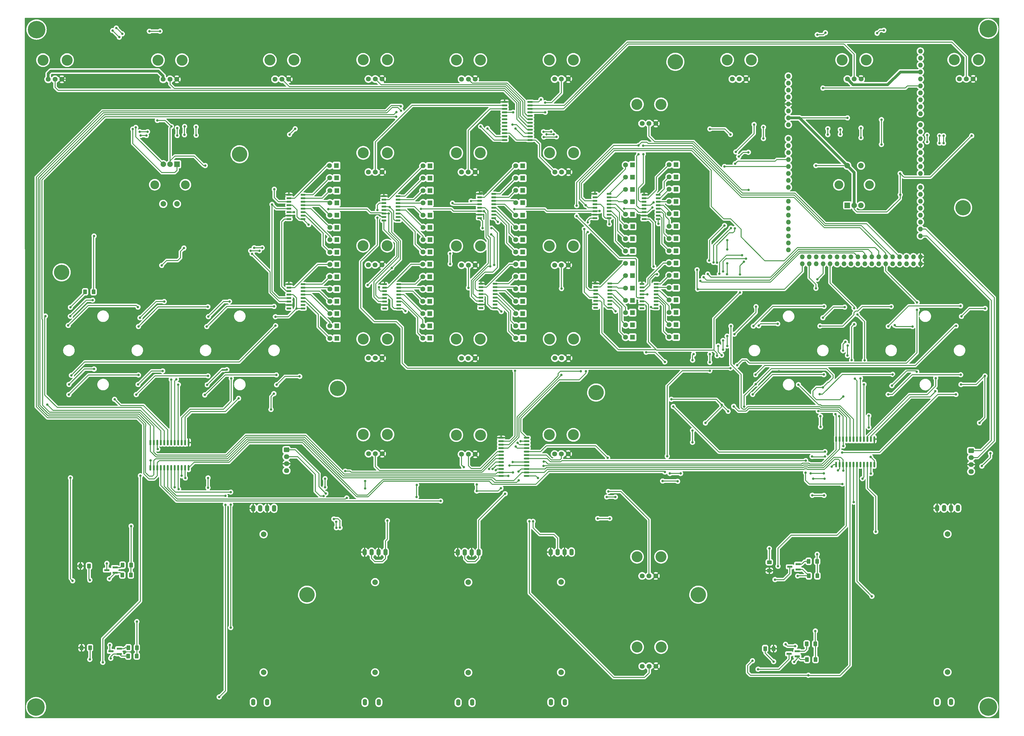
<source format=gbl>
%TF.GenerationSoftware,KiCad,Pcbnew,(5.99.0-11071-g7fde05e8ee)*%
%TF.CreationDate,2021-09-22T13:11:59+02:00*%
%TF.ProjectId,Mixduino,4d697864-7569-46e6-9f2e-6b696361645f,rev?*%
%TF.SameCoordinates,Original*%
%TF.FileFunction,Copper,L2,Bot*%
%TF.FilePolarity,Positive*%
%FSLAX46Y46*%
G04 Gerber Fmt 4.6, Leading zero omitted, Abs format (unit mm)*
G04 Created by KiCad (PCBNEW (5.99.0-11071-g7fde05e8ee)) date 2021-09-22 13:11:59*
%MOMM*%
%LPD*%
G01*
G04 APERTURE LIST*
G04 Aperture macros list*
%AMRoundRect*
0 Rectangle with rounded corners*
0 $1 Rounding radius*
0 $2 $3 $4 $5 $6 $7 $8 $9 X,Y pos of 4 corners*
0 Add a 4 corners polygon primitive as box body*
4,1,4,$2,$3,$4,$5,$6,$7,$8,$9,$2,$3,0*
0 Add four circle primitives for the rounded corners*
1,1,$1+$1,$2,$3*
1,1,$1+$1,$4,$5*
1,1,$1+$1,$6,$7*
1,1,$1+$1,$8,$9*
0 Add four rect primitives between the rounded corners*
20,1,$1+$1,$2,$3,$4,$5,0*
20,1,$1+$1,$4,$5,$6,$7,0*
20,1,$1+$1,$6,$7,$8,$9,0*
20,1,$1+$1,$8,$9,$2,$3,0*%
G04 Aperture macros list end*
%TA.AperFunction,ComponentPad*%
%ADD10R,1.800000X1.800000*%
%TD*%
%TA.AperFunction,ComponentPad*%
%ADD11C,1.800000*%
%TD*%
%TA.AperFunction,ComponentPad*%
%ADD12C,2.000000*%
%TD*%
%TA.AperFunction,ComponentPad*%
%ADD13O,1.600000X2.400000*%
%TD*%
%TA.AperFunction,ComponentPad*%
%ADD14O,1.600000X2.462000*%
%TD*%
%TA.AperFunction,ComponentPad*%
%ADD15C,3.600000*%
%TD*%
%TA.AperFunction,ConnectorPad*%
%ADD16C,6.400000*%
%TD*%
%TA.AperFunction,ConnectorPad*%
%ADD17C,5.600000*%
%TD*%
%TA.AperFunction,WasherPad*%
%ADD18C,4.000000*%
%TD*%
%TA.AperFunction,ComponentPad*%
%ADD19RoundRect,0.250000X-0.725000X0.600000X-0.725000X-0.600000X0.725000X-0.600000X0.725000X0.600000X0*%
%TD*%
%TA.AperFunction,ComponentPad*%
%ADD20O,1.950000X1.700000*%
%TD*%
%TA.AperFunction,ComponentPad*%
%ADD21R,2.000000X2.000000*%
%TD*%
%TA.AperFunction,ComponentPad*%
%ADD22C,3.200000*%
%TD*%
%TA.AperFunction,ComponentPad*%
%ADD23O,1.727200X1.727200*%
%TD*%
%TA.AperFunction,SMDPad,CuDef*%
%ADD24RoundRect,0.250000X-0.400000X-0.625000X0.400000X-0.625000X0.400000X0.625000X-0.400000X0.625000X0*%
%TD*%
%TA.AperFunction,SMDPad,CuDef*%
%ADD25R,1.900000X0.800000*%
%TD*%
%TA.AperFunction,SMDPad,CuDef*%
%ADD26RoundRect,0.250000X0.400000X0.625000X-0.400000X0.625000X-0.400000X-0.625000X0.400000X-0.625000X0*%
%TD*%
%TA.AperFunction,SMDPad,CuDef*%
%ADD27RoundRect,0.150000X0.150000X-0.875000X0.150000X0.875000X-0.150000X0.875000X-0.150000X-0.875000X0*%
%TD*%
%TA.AperFunction,SMDPad,CuDef*%
%ADD28RoundRect,0.250000X0.625000X-0.400000X0.625000X0.400000X-0.625000X0.400000X-0.625000X-0.400000X0*%
%TD*%
%TA.AperFunction,SMDPad,CuDef*%
%ADD29RoundRect,0.150000X0.725000X0.150000X-0.725000X0.150000X-0.725000X-0.150000X0.725000X-0.150000X0*%
%TD*%
%TA.AperFunction,SMDPad,CuDef*%
%ADD30RoundRect,0.150000X0.875000X0.150000X-0.875000X0.150000X-0.875000X-0.150000X0.875000X-0.150000X0*%
%TD*%
%TA.AperFunction,ViaPad*%
%ADD31C,0.889000*%
%TD*%
%TA.AperFunction,Conductor*%
%ADD32C,0.304800*%
%TD*%
%TA.AperFunction,Conductor*%
%ADD33C,1.016000*%
%TD*%
G04 APERTURE END LIST*
D10*
X268960200Y-120639200D03*
D11*
X266420200Y-120639200D03*
D12*
X248900000Y-292300000D03*
X248900000Y-259300000D03*
D13*
X250170000Y-248368000D03*
X245090000Y-248368000D03*
X247630000Y-248368000D03*
D14*
X252710000Y-248368000D03*
D13*
X245200000Y-303232000D03*
X250280000Y-303232000D03*
D10*
X234904200Y-161154600D03*
D11*
X232364200Y-161154600D03*
D10*
X268960200Y-107139200D03*
D11*
X266420200Y-107139200D03*
D10*
X268935200Y-152129200D03*
D11*
X266395200Y-152129200D03*
D10*
X302869600Y-165603800D03*
D11*
X300329600Y-165603800D03*
D10*
X234904200Y-165654600D03*
D11*
X232364200Y-165654600D03*
D10*
X234904200Y-116154600D03*
D11*
X232364200Y-116154600D03*
D15*
X473000000Y-57000000D03*
D16*
X473000000Y-57000000D03*
D15*
X199390000Y-102870000D03*
D17*
X199390000Y-102870000D03*
D18*
X136350000Y-68470000D03*
X127550000Y-68470000D03*
D11*
X134450000Y-75470000D03*
X131950000Y-75470000D03*
X129450000Y-75470000D03*
D15*
X125200000Y-57300000D03*
D16*
X125200000Y-57300000D03*
D10*
X302869600Y-143103800D03*
D11*
X300329600Y-143103800D03*
D18*
X210460000Y-68460000D03*
X219260000Y-68460000D03*
D11*
X217360000Y-75460000D03*
X214860000Y-75460000D03*
X212360000Y-75460000D03*
D19*
X216550000Y-210950000D03*
D20*
X216550000Y-213450000D03*
X216550000Y-216030000D03*
X216550000Y-218570000D03*
D10*
X302869600Y-161103800D03*
D11*
X300329600Y-161103800D03*
D12*
X282980000Y-259370000D03*
X282980000Y-292370000D03*
D13*
X279170000Y-248438000D03*
X284250000Y-248438000D03*
X281710000Y-248438000D03*
D14*
X286790000Y-248438000D03*
D13*
X279280000Y-303302000D03*
X284360000Y-303302000D03*
D10*
X343016600Y-106773600D03*
D11*
X340476600Y-106773600D03*
D10*
X358907000Y-106672000D03*
D11*
X356367000Y-106672000D03*
D10*
X234904200Y-152154600D03*
D11*
X232364200Y-152154600D03*
D18*
X278600000Y-205550000D03*
X287400000Y-205550000D03*
D11*
X285500000Y-212550000D03*
X283000000Y-212550000D03*
X280500000Y-212550000D03*
D10*
X268935200Y-156629200D03*
D11*
X266395200Y-156629200D03*
D18*
X278610000Y-68440000D03*
X287410000Y-68440000D03*
D11*
X285510000Y-75440000D03*
X283010000Y-75440000D03*
X280510000Y-75440000D03*
D10*
X302869600Y-111613800D03*
D11*
X300329600Y-111613800D03*
D10*
X234814200Y-107034600D03*
D11*
X232274200Y-107034600D03*
D10*
X302869600Y-138613800D03*
D11*
X300329600Y-138613800D03*
D10*
X358907000Y-120172000D03*
D11*
X356367000Y-120172000D03*
D12*
X458100000Y-241720000D03*
X458100000Y-292220000D03*
D13*
X459370000Y-232220000D03*
X454290000Y-232220000D03*
D14*
X461910000Y-232220000D03*
D13*
X456830000Y-232220000D03*
X459400000Y-303120000D03*
X454320000Y-303120000D03*
D10*
X234904200Y-156654600D03*
D11*
X232364200Y-156654600D03*
D10*
X268935200Y-170129200D03*
D11*
X266395200Y-170129200D03*
D10*
X358907000Y-151672000D03*
D11*
X356367000Y-151672000D03*
D18*
X287390000Y-102400000D03*
X278590000Y-102400000D03*
D11*
X285490000Y-109400000D03*
X282990000Y-109400000D03*
X280490000Y-109400000D03*
D10*
X343006600Y-120273600D03*
D11*
X340466600Y-120273600D03*
D18*
X344630000Y-250040000D03*
X353430000Y-250040000D03*
D11*
X351530000Y-257040000D03*
X349030000Y-257040000D03*
X346530000Y-257040000D03*
D10*
X234904200Y-143154600D03*
D11*
X232364200Y-143154600D03*
D10*
X268960200Y-116139200D03*
D11*
X266420200Y-116139200D03*
D21*
X421490000Y-121550000D03*
D12*
X426490000Y-121550000D03*
X423990000Y-121550000D03*
D22*
X418390000Y-114050000D03*
X429590000Y-114050000D03*
D12*
X426490000Y-107050000D03*
X421490000Y-107050000D03*
D10*
X234904200Y-120654600D03*
D11*
X232364200Y-120654600D03*
D10*
X302869600Y-107123800D03*
D11*
X300329600Y-107123800D03*
D10*
X268960200Y-138639200D03*
D11*
X266420200Y-138639200D03*
D10*
X268935200Y-165629200D03*
D11*
X266395200Y-165629200D03*
D10*
X234904200Y-147654600D03*
D11*
X232364200Y-147654600D03*
D15*
X358648000Y-69088000D03*
D17*
X358648000Y-69088000D03*
D10*
X358907000Y-147172000D03*
D11*
X356367000Y-147172000D03*
D15*
X463804000Y-122428000D03*
D17*
X463804000Y-122428000D03*
D10*
X358907000Y-124672000D03*
D11*
X356367000Y-124672000D03*
D10*
X302869600Y-170103800D03*
D11*
X300329600Y-170103800D03*
D10*
X358907000Y-142672000D03*
D11*
X356367000Y-142672000D03*
D17*
X134366000Y-146050000D03*
D15*
X134366000Y-146050000D03*
D18*
X377590000Y-68380000D03*
X386390000Y-68380000D03*
D11*
X384490000Y-75380000D03*
X381990000Y-75380000D03*
X379490000Y-75380000D03*
D18*
X244590000Y-102380000D03*
X253390000Y-102380000D03*
D11*
X251490000Y-109380000D03*
X248990000Y-109380000D03*
X246490000Y-109380000D03*
D18*
X312696975Y-102402186D03*
X321496975Y-102402186D03*
D11*
X319596975Y-109402186D03*
X317096975Y-109402186D03*
X314596975Y-109402186D03*
D10*
X234904200Y-138654600D03*
D11*
X232364200Y-138654600D03*
D10*
X343006600Y-133773600D03*
D11*
X340466600Y-133773600D03*
D10*
X358907000Y-169672000D03*
D11*
X356367000Y-169672000D03*
D15*
X235204000Y-188468000D03*
D17*
X235204000Y-188468000D03*
D10*
X268935200Y-147629200D03*
D11*
X266395200Y-147629200D03*
D10*
X358907000Y-115672000D03*
D11*
X356367000Y-115672000D03*
D10*
X302869600Y-129613800D03*
D11*
X300329600Y-129613800D03*
D18*
X419610000Y-68390000D03*
X428410000Y-68390000D03*
D11*
X426510000Y-75390000D03*
X424010000Y-75390000D03*
X421510000Y-75390000D03*
D10*
X268960200Y-134139200D03*
D11*
X266420200Y-134139200D03*
D18*
X287400000Y-136430000D03*
X278600000Y-136430000D03*
D11*
X285500000Y-143430000D03*
X283000000Y-143430000D03*
X280500000Y-143430000D03*
D10*
X358907000Y-138172000D03*
D11*
X356367000Y-138172000D03*
D12*
X316870000Y-259250000D03*
X316870000Y-292250000D03*
D13*
X313060000Y-248318000D03*
X318140000Y-248318000D03*
X315600000Y-248318000D03*
D14*
X320680000Y-248318000D03*
D13*
X318250000Y-303182000D03*
X313170000Y-303182000D03*
D10*
X343021600Y-129273600D03*
D11*
X340481600Y-129273600D03*
D10*
X358907000Y-165172000D03*
D11*
X356367000Y-165172000D03*
D23*
X399957500Y-74315000D03*
X399957500Y-81935000D03*
X399957500Y-84475000D03*
X448217500Y-140355000D03*
X448217500Y-142895000D03*
X399957500Y-97175000D03*
X399957500Y-99715000D03*
X399957500Y-102255000D03*
X399957500Y-104795000D03*
X399957500Y-107335000D03*
X399957500Y-109875000D03*
X399957500Y-112415000D03*
X399957500Y-114955000D03*
X399957500Y-120035000D03*
X399957500Y-122575000D03*
X399957500Y-125115000D03*
X399957500Y-127655000D03*
X399957500Y-130195000D03*
X399957500Y-132735000D03*
X399957500Y-135275000D03*
X399957500Y-137815000D03*
X448217500Y-70251000D03*
X448217500Y-109875000D03*
X448217500Y-107335000D03*
X448217500Y-104795000D03*
X448217500Y-102255000D03*
X448217500Y-99715000D03*
X448217500Y-97175000D03*
X448217500Y-94635000D03*
X448217500Y-92095000D03*
X448217500Y-88031000D03*
X448217500Y-85491000D03*
X448217500Y-82951000D03*
X448217500Y-80411000D03*
X448217500Y-77871000D03*
X448217500Y-75331000D03*
X448217500Y-114955000D03*
X448217500Y-117495000D03*
X448217500Y-120035000D03*
X448217500Y-122575000D03*
X448217500Y-125115000D03*
X448217500Y-127655000D03*
X448217500Y-130195000D03*
X448217500Y-132735000D03*
X445677500Y-140355000D03*
X445677500Y-142895000D03*
X443137500Y-140355000D03*
X443137500Y-142895000D03*
X440597500Y-140355000D03*
X440597500Y-142895000D03*
X438057500Y-140355000D03*
X438057500Y-142895000D03*
X435517500Y-140355000D03*
X435517500Y-142895000D03*
X432977500Y-140355000D03*
X432977500Y-142895000D03*
X430437500Y-140355000D03*
X430437500Y-142895000D03*
X427897500Y-140355000D03*
X427897500Y-142895000D03*
X425357500Y-140355000D03*
X425357500Y-142895000D03*
X422817500Y-140355000D03*
X422817500Y-142895000D03*
X420277500Y-140355000D03*
X420277500Y-142895000D03*
X417737500Y-140355000D03*
X417737500Y-142895000D03*
X415197500Y-140355000D03*
X415197500Y-142895000D03*
X412657500Y-140355000D03*
X412657500Y-142895000D03*
X410117500Y-140355000D03*
X410117500Y-142895000D03*
X407577500Y-140355000D03*
X407577500Y-142895000D03*
X448217500Y-72791000D03*
X399957500Y-87015000D03*
X399957500Y-89555000D03*
X405037500Y-140355000D03*
X405037500Y-142895000D03*
X399957500Y-76855000D03*
X399957500Y-79395000D03*
X448217500Y-65171000D03*
X448217500Y-67711000D03*
X399957500Y-92095000D03*
D18*
X321410000Y-68380000D03*
X312610000Y-68380000D03*
D11*
X319510000Y-75380000D03*
X317010000Y-75380000D03*
X314510000Y-75380000D03*
D18*
X278570000Y-170460000D03*
X287370000Y-170460000D03*
D11*
X285470000Y-177460000D03*
X282970000Y-177460000D03*
X280470000Y-177460000D03*
D17*
X329692000Y-189992000D03*
D15*
X329692000Y-189992000D03*
D18*
X253350000Y-136330000D03*
X244550000Y-136330000D03*
D11*
X251450000Y-143330000D03*
X248950000Y-143330000D03*
X246450000Y-143330000D03*
D10*
X358907000Y-160672000D03*
D11*
X356367000Y-160672000D03*
D10*
X343006600Y-165273600D03*
D11*
X340466600Y-165273600D03*
D10*
X302869600Y-116113800D03*
D11*
X300329600Y-116113800D03*
D10*
X343006600Y-169773600D03*
D11*
X340466600Y-169773600D03*
D15*
X125000000Y-305000000D03*
D16*
X125000000Y-305000000D03*
D12*
X208170000Y-241800000D03*
X208170000Y-292300000D03*
D13*
X209440000Y-232300000D03*
X204360000Y-232300000D03*
D14*
X211980000Y-232300000D03*
D13*
X206900000Y-232300000D03*
X204390000Y-303200000D03*
X209470000Y-303200000D03*
D18*
X321400000Y-205450000D03*
X312600000Y-205450000D03*
D11*
X319500000Y-212450000D03*
X317000000Y-212450000D03*
X314500000Y-212450000D03*
D16*
X473000000Y-305000000D03*
D15*
X473000000Y-305000000D03*
D10*
X302869600Y-147603800D03*
D11*
X300329600Y-147603800D03*
D10*
X234904200Y-129654600D03*
D11*
X232364200Y-129654600D03*
D10*
X302869600Y-152103800D03*
D11*
X300329600Y-152103800D03*
D18*
X244560000Y-68370000D03*
X253360000Y-68370000D03*
D11*
X251460000Y-75370000D03*
X248960000Y-75370000D03*
X246460000Y-75370000D03*
D10*
X302869600Y-120613800D03*
D11*
X300329600Y-120613800D03*
D10*
X358907000Y-111172000D03*
D11*
X356367000Y-111172000D03*
D10*
X343006600Y-142773600D03*
D11*
X340466600Y-142773600D03*
D18*
X353400000Y-84648012D03*
X344600000Y-84648012D03*
D11*
X351500000Y-91648012D03*
X349000000Y-91648012D03*
X346500000Y-91648012D03*
D10*
X302869600Y-134113800D03*
D11*
X300329600Y-134113800D03*
D15*
X224028000Y-263906000D03*
D17*
X224028000Y-263906000D03*
D10*
X343006600Y-151773600D03*
D11*
X340466600Y-151773600D03*
D10*
X302869600Y-125113800D03*
D11*
X300329600Y-125113800D03*
D10*
X343006600Y-147273600D03*
D11*
X340466600Y-147273600D03*
D10*
X268960200Y-125139200D03*
D11*
X266420200Y-125139200D03*
D10*
X358907000Y-156172000D03*
D11*
X356367000Y-156172000D03*
D10*
X268960200Y-111639200D03*
D11*
X266420200Y-111639200D03*
D18*
X312700000Y-170400000D03*
X321500000Y-170400000D03*
D11*
X319600000Y-177400000D03*
X317100000Y-177400000D03*
X314600000Y-177400000D03*
D18*
X353460000Y-283040000D03*
X344660000Y-283040000D03*
D11*
X351560000Y-290040000D03*
X349060000Y-290040000D03*
X346560000Y-290040000D03*
D19*
X466750000Y-211250000D03*
D20*
X466750000Y-213750000D03*
X466750000Y-216330000D03*
X466750000Y-218870000D03*
D18*
X169570000Y-68480000D03*
X178370000Y-68480000D03*
D11*
X176470000Y-75480000D03*
X173970000Y-75480000D03*
X171470000Y-75480000D03*
D10*
X343006600Y-115773600D03*
D11*
X340466600Y-115773600D03*
D10*
X234904200Y-134154600D03*
D11*
X232364200Y-134154600D03*
D17*
X367030000Y-263906000D03*
D15*
X367030000Y-263906000D03*
D10*
X358907000Y-129172000D03*
D11*
X356367000Y-129172000D03*
D10*
X343006600Y-111273600D03*
D11*
X340466600Y-111273600D03*
D18*
X244610000Y-205350000D03*
X253410000Y-205350000D03*
D11*
X251510000Y-212350000D03*
X249010000Y-212350000D03*
X246510000Y-212350000D03*
D10*
X268960200Y-129639200D03*
D11*
X266420200Y-129639200D03*
D18*
X321410000Y-136430000D03*
X312610000Y-136430000D03*
D11*
X319510000Y-143430000D03*
X317010000Y-143430000D03*
X314510000Y-143430000D03*
D10*
X302869600Y-156603800D03*
D11*
X300329600Y-156603800D03*
D10*
X268935200Y-161129200D03*
D11*
X266395200Y-161129200D03*
D10*
X234904200Y-170154600D03*
D11*
X232364200Y-170154600D03*
D10*
X343006600Y-124773600D03*
D11*
X340466600Y-124773600D03*
D10*
X234904200Y-125154600D03*
D11*
X232364200Y-125154600D03*
D10*
X358907000Y-133672000D03*
D11*
X356367000Y-133672000D03*
D21*
X176500000Y-106530000D03*
D12*
X171500000Y-106530000D03*
X174000000Y-106530000D03*
D22*
X168400000Y-114030000D03*
X179600000Y-114030000D03*
D12*
X171500000Y-121030000D03*
X176500000Y-121030000D03*
D10*
X234854200Y-111554600D03*
D11*
X232314200Y-111554600D03*
D10*
X343006600Y-156273600D03*
D11*
X340466600Y-156273600D03*
D10*
X343006600Y-160773600D03*
D11*
X340466600Y-160773600D03*
D10*
X343006600Y-138273600D03*
D11*
X340466600Y-138273600D03*
D18*
X244580000Y-170420000D03*
X253380000Y-170420000D03*
D11*
X251480000Y-177420000D03*
X248980000Y-177420000D03*
X246480000Y-177420000D03*
D10*
X268935200Y-143129200D03*
D11*
X266395200Y-143129200D03*
D18*
X460570000Y-68330000D03*
X469370000Y-68330000D03*
D11*
X467470000Y-75330000D03*
X464970000Y-75330000D03*
X462470000Y-75330000D03*
D24*
X158750000Y-283300000D03*
X161850000Y-283300000D03*
D25*
X403500000Y-252750000D03*
X403500000Y-254650000D03*
X400500000Y-253700000D03*
D26*
X146050000Y-153162000D03*
X142950000Y-153162000D03*
D25*
X155400000Y-283650000D03*
X155400000Y-285550000D03*
X152400000Y-284600000D03*
D27*
X431385000Y-216350000D03*
X430115000Y-216350000D03*
X428845000Y-216350000D03*
X427575000Y-216350000D03*
X426305000Y-216350000D03*
X425035000Y-216350000D03*
X423765000Y-216350000D03*
X422495000Y-216350000D03*
X421225000Y-216350000D03*
X419955000Y-216350000D03*
X418685000Y-216350000D03*
X417415000Y-216350000D03*
X417415000Y-207050000D03*
X418685000Y-207050000D03*
X419955000Y-207050000D03*
X421225000Y-207050000D03*
X422495000Y-207050000D03*
X423765000Y-207050000D03*
X425035000Y-207050000D03*
X426305000Y-207050000D03*
X427575000Y-207050000D03*
X428845000Y-207050000D03*
X430115000Y-207050000D03*
X431385000Y-207050000D03*
D28*
X393000000Y-255150000D03*
X393000000Y-252050000D03*
D29*
X292244600Y-117315600D03*
X292244600Y-118585600D03*
X292244600Y-119855600D03*
X292244600Y-121125600D03*
X292244600Y-122395600D03*
X292244600Y-123665600D03*
X292244600Y-124935600D03*
X292244600Y-126205600D03*
X287094600Y-126205600D03*
X287094600Y-124935600D03*
X287094600Y-123665600D03*
X287094600Y-122395600D03*
X287094600Y-121125600D03*
X287094600Y-119855600D03*
X287094600Y-118585600D03*
X287094600Y-117315600D03*
X222589800Y-117678200D03*
X222589800Y-118948200D03*
X222589800Y-120218200D03*
X222589800Y-121488200D03*
X222589800Y-122758200D03*
X222589800Y-124028200D03*
X222589800Y-125298200D03*
X222589800Y-126568200D03*
X217439800Y-126568200D03*
X217439800Y-125298200D03*
X217439800Y-124028200D03*
X217439800Y-122758200D03*
X217439800Y-121488200D03*
X217439800Y-120218200D03*
X217439800Y-118948200D03*
X217439800Y-117678200D03*
X222589800Y-150378200D03*
X222589800Y-151648200D03*
X222589800Y-152918200D03*
X222589800Y-154188200D03*
X222589800Y-155458200D03*
X222589800Y-156728200D03*
X222589800Y-157998200D03*
X222589800Y-159268200D03*
X217439800Y-159268200D03*
X217439800Y-157998200D03*
X217439800Y-156728200D03*
X217439800Y-155458200D03*
X217439800Y-154188200D03*
X217439800Y-152918200D03*
X217439800Y-151648200D03*
X217439800Y-150378200D03*
D24*
X406650000Y-281900000D03*
X409750000Y-281900000D03*
D25*
X153900000Y-253950000D03*
X153900000Y-255850000D03*
X150900000Y-254900000D03*
D29*
X334426000Y-117348000D03*
X334426000Y-118618000D03*
X334426000Y-119888000D03*
X334426000Y-121158000D03*
X334426000Y-122428000D03*
X334426000Y-123698000D03*
X334426000Y-124968000D03*
X334426000Y-126238000D03*
X329276000Y-126238000D03*
X329276000Y-124968000D03*
X329276000Y-123698000D03*
X329276000Y-122428000D03*
X329276000Y-121158000D03*
X329276000Y-119888000D03*
X329276000Y-118618000D03*
X329276000Y-117348000D03*
D26*
X410550000Y-257000000D03*
X407450000Y-257000000D03*
X409850000Y-287600000D03*
X406750000Y-287600000D03*
D29*
X352383800Y-117729000D03*
X352383800Y-118999000D03*
X352383800Y-120269000D03*
X352383800Y-121539000D03*
X352383800Y-122809000D03*
X352383800Y-124079000D03*
X352383800Y-125349000D03*
X352383800Y-126619000D03*
X347233800Y-126619000D03*
X347233800Y-125349000D03*
X347233800Y-124079000D03*
X347233800Y-122809000D03*
X347233800Y-121539000D03*
X347233800Y-120269000D03*
X347233800Y-118999000D03*
X347233800Y-117729000D03*
D30*
X304250000Y-206515000D03*
X304250000Y-207785000D03*
X304250000Y-209055000D03*
X304250000Y-210325000D03*
X304250000Y-211595000D03*
X304250000Y-212865000D03*
X304250000Y-214135000D03*
X304250000Y-215405000D03*
X304250000Y-216675000D03*
X304250000Y-217945000D03*
X304250000Y-219215000D03*
X304250000Y-220485000D03*
X294950000Y-220485000D03*
X294950000Y-219215000D03*
X294950000Y-217945000D03*
X294950000Y-216675000D03*
X294950000Y-215405000D03*
X294950000Y-214135000D03*
X294950000Y-212865000D03*
X294950000Y-211595000D03*
X294950000Y-210325000D03*
X294950000Y-209055000D03*
X294950000Y-207785000D03*
X294950000Y-206515000D03*
D26*
X159650000Y-256700000D03*
X156550000Y-256700000D03*
D29*
X292744600Y-150215600D03*
X292744600Y-151485600D03*
X292744600Y-152755600D03*
X292744600Y-154025600D03*
X292744600Y-155295600D03*
X292744600Y-156565600D03*
X292744600Y-157835600D03*
X292744600Y-159105600D03*
X287594600Y-159105600D03*
X287594600Y-157835600D03*
X287594600Y-156565600D03*
X287594600Y-155295600D03*
X287594600Y-154025600D03*
X287594600Y-152755600D03*
X287594600Y-151485600D03*
X287594600Y-150215600D03*
D24*
X141650000Y-283300000D03*
X144750000Y-283300000D03*
D29*
X257514800Y-150368000D03*
X257514800Y-151638000D03*
X257514800Y-152908000D03*
X257514800Y-154178000D03*
X257514800Y-155448000D03*
X257514800Y-156718000D03*
X257514800Y-157988000D03*
X257514800Y-159258000D03*
X252364800Y-159258000D03*
X252364800Y-157988000D03*
X252364800Y-156718000D03*
X252364800Y-155448000D03*
X252364800Y-154178000D03*
X252364800Y-152908000D03*
X252364800Y-151638000D03*
X252364800Y-150368000D03*
D25*
X403200000Y-284550000D03*
X403200000Y-286450000D03*
X400200000Y-285500000D03*
D30*
X305550000Y-83715000D03*
X305550000Y-84985000D03*
X305550000Y-86255000D03*
X305550000Y-87525000D03*
X305550000Y-88795000D03*
X305550000Y-90065000D03*
X305550000Y-91335000D03*
X305550000Y-92605000D03*
X305550000Y-93875000D03*
X305550000Y-95145000D03*
X305550000Y-96415000D03*
X305550000Y-97685000D03*
X296250000Y-97685000D03*
X296250000Y-96415000D03*
X296250000Y-95145000D03*
X296250000Y-93875000D03*
X296250000Y-92605000D03*
X296250000Y-91335000D03*
X296250000Y-90065000D03*
X296250000Y-88795000D03*
X296250000Y-87525000D03*
X296250000Y-86255000D03*
X296250000Y-84985000D03*
X296250000Y-83715000D03*
D24*
X156650000Y-253100000D03*
X159750000Y-253100000D03*
X407350000Y-251700000D03*
X410450000Y-251700000D03*
D29*
X351571000Y-150266400D03*
X351571000Y-151536400D03*
X351571000Y-152806400D03*
X351571000Y-154076400D03*
X351571000Y-155346400D03*
X351571000Y-156616400D03*
X351571000Y-157886400D03*
X351571000Y-159156400D03*
X346421000Y-159156400D03*
X346421000Y-157886400D03*
X346421000Y-156616400D03*
X346421000Y-155346400D03*
X346421000Y-154076400D03*
X346421000Y-152806400D03*
X346421000Y-151536400D03*
X346421000Y-150266400D03*
X334701000Y-150113000D03*
X334701000Y-151383000D03*
X334701000Y-152653000D03*
X334701000Y-153923000D03*
X334701000Y-155193000D03*
X334701000Y-156463000D03*
X334701000Y-157733000D03*
X334701000Y-159003000D03*
X329551000Y-159003000D03*
X329551000Y-157733000D03*
X329551000Y-156463000D03*
X329551000Y-155193000D03*
X329551000Y-153923000D03*
X329551000Y-152653000D03*
X329551000Y-151383000D03*
X329551000Y-150113000D03*
D27*
X180785000Y-217550000D03*
X179515000Y-217550000D03*
X178245000Y-217550000D03*
X176975000Y-217550000D03*
X175705000Y-217550000D03*
X174435000Y-217550000D03*
X173165000Y-217550000D03*
X171895000Y-217550000D03*
X170625000Y-217550000D03*
X169355000Y-217550000D03*
X168085000Y-217550000D03*
X166815000Y-217550000D03*
X166815000Y-208250000D03*
X168085000Y-208250000D03*
X169355000Y-208250000D03*
X170625000Y-208250000D03*
X171895000Y-208250000D03*
X173165000Y-208250000D03*
X174435000Y-208250000D03*
X175705000Y-208250000D03*
X176975000Y-208250000D03*
X178245000Y-208250000D03*
X179515000Y-208250000D03*
X180785000Y-208250000D03*
D24*
X141250000Y-253400000D03*
X144350000Y-253400000D03*
D26*
X161798600Y-286334200D03*
X158698600Y-286334200D03*
D29*
X257311600Y-118237000D03*
X257311600Y-119507000D03*
X257311600Y-120777000D03*
X257311600Y-122047000D03*
X257311600Y-123317000D03*
X257311600Y-124587000D03*
X257311600Y-125857000D03*
X257311600Y-127127000D03*
X252161600Y-127127000D03*
X252161600Y-125857000D03*
X252161600Y-124587000D03*
X252161600Y-123317000D03*
X252161600Y-122047000D03*
X252161600Y-120777000D03*
X252161600Y-119507000D03*
X252161600Y-118237000D03*
D26*
X394550000Y-283600000D03*
X391450000Y-283600000D03*
D31*
X403370000Y-257040000D03*
X171300000Y-182100000D03*
X445310000Y-165870000D03*
X170942000Y-143510000D03*
X171830000Y-156730000D03*
X221350000Y-184100000D03*
X349770200Y-158760000D03*
X440820000Y-117690000D03*
X412570000Y-162670000D03*
X396040000Y-164860000D03*
X169490000Y-210680000D03*
X470680000Y-216880000D03*
X389120000Y-165570000D03*
X308420000Y-221270000D03*
X420000000Y-209550000D03*
X412570000Y-188110000D03*
X352480000Y-128280000D03*
X194760000Y-181628000D03*
X163000000Y-162670000D03*
X437770000Y-187480000D03*
X388050000Y-186920000D03*
X471790000Y-183910000D03*
X402050000Y-288450000D03*
X463030000Y-187060000D03*
X286060000Y-226010000D03*
X195700000Y-156710000D03*
X212940000Y-187160000D03*
X410000000Y-107020000D03*
X187500000Y-187180000D03*
X350709213Y-120448806D03*
X293810000Y-127620000D03*
X402450000Y-282730000D03*
X420000000Y-191430000D03*
X169320000Y-90510000D03*
X420520000Y-158760000D03*
X366820000Y-152220000D03*
X212480000Y-162280000D03*
X469810000Y-201080000D03*
X347970000Y-175250000D03*
X146240000Y-181400000D03*
X174480000Y-92760000D03*
X145670000Y-156200000D03*
X410860000Y-196770000D03*
X166850000Y-214790000D03*
X446870000Y-182362000D03*
X440800000Y-109880000D03*
X415790000Y-217060000D03*
X398920000Y-282050000D03*
X354790000Y-178790000D03*
X463190000Y-162150000D03*
X259970000Y-160230000D03*
X438800000Y-165400000D03*
X375590000Y-194480000D03*
X294910000Y-224960000D03*
X357190000Y-192490000D03*
X286100000Y-223580000D03*
X254230000Y-122160000D03*
X186860000Y-107000000D03*
X277200000Y-120750000D03*
X383810000Y-195180000D03*
X466960000Y-96130000D03*
X336760000Y-160270000D03*
X473810000Y-212220000D03*
X421520000Y-89580000D03*
X187990000Y-162250000D03*
X334520000Y-128460000D03*
X369630000Y-201120000D03*
X295020000Y-160390000D03*
X224640000Y-128630000D03*
X276352000Y-143002000D03*
X152330000Y-287180000D03*
X377920000Y-196850000D03*
X348420000Y-154060000D03*
X151780000Y-258100000D03*
X471860000Y-159270000D03*
X137530000Y-162100000D03*
X292990000Y-218380000D03*
X179070000Y-137160000D03*
X137060000Y-187020000D03*
X366600000Y-145120000D03*
X276352000Y-139192000D03*
X281340000Y-217300000D03*
X220171800Y-159268200D03*
X162290000Y-187050000D03*
X388848600Y-291134800D03*
X341880000Y-196290000D03*
X447930000Y-148280000D03*
X318640000Y-138630000D03*
X211620000Y-185420000D03*
X386880000Y-160270000D03*
X363490000Y-184910000D03*
X330090000Y-163430000D03*
X186490000Y-185620000D03*
X365730000Y-197500000D03*
X461960000Y-185470000D03*
X436950000Y-161280000D03*
X246888000Y-125222000D03*
X347970000Y-196030000D03*
X172400000Y-192680000D03*
X211620000Y-160460000D03*
X247396000Y-121666000D03*
X179470000Y-140700000D03*
X333050000Y-163430000D03*
X136380000Y-185040000D03*
X204370000Y-225090000D03*
X437550000Y-185210000D03*
X412240000Y-185460000D03*
X384160000Y-179090000D03*
X136570000Y-160520000D03*
X449190000Y-193410000D03*
X379710000Y-183060000D03*
X347726000Y-182880000D03*
X328230000Y-143600000D03*
X324200000Y-125610000D03*
X396500000Y-182230000D03*
X170942000Y-78232000D03*
X326990000Y-117350000D03*
X442970000Y-155300000D03*
X345440000Y-179070000D03*
X132520000Y-169380000D03*
X363280000Y-196880000D03*
X280924000Y-124968000D03*
X132330000Y-173560000D03*
X411920000Y-160480000D03*
X161700000Y-185400000D03*
X161770000Y-160860000D03*
X341884000Y-172466000D03*
X380540000Y-166190000D03*
X358540000Y-182670000D03*
X332400000Y-200060000D03*
X356340000Y-184020000D03*
X327160000Y-124990000D03*
X455280000Y-193830000D03*
X387010000Y-185290000D03*
X354370000Y-196820000D03*
X289286534Y-116820534D03*
X180520000Y-193480000D03*
X341376000Y-177546000D03*
X462200000Y-160300000D03*
X369880000Y-204320000D03*
X182380000Y-198640000D03*
X186890000Y-160400000D03*
X394563600Y-288340800D03*
X144653000Y-287553400D03*
X392988800Y-247015000D03*
X144678400Y-258546600D03*
X256590800Y-89154000D03*
X423062400Y-178104800D03*
X310489600Y-216814400D03*
X289966400Y-93446600D03*
X418515692Y-198622024D03*
X423991611Y-165027704D03*
X299288200Y-219227400D03*
X421538400Y-176428400D03*
X297592000Y-220497400D03*
X256717800Y-87452200D03*
X287477200Y-92735400D03*
X410032200Y-151866600D03*
X310569929Y-215261374D03*
X421634944Y-172804269D03*
X417153793Y-197872000D03*
X410540200Y-148564600D03*
X411708600Y-202565000D03*
X420827200Y-171475400D03*
X300253400Y-93446600D03*
X418084000Y-218414600D03*
X419912800Y-174701200D03*
X411683200Y-198628000D03*
X258394200Y-86969600D03*
X258326421Y-85335579D03*
X301356039Y-218907639D03*
X420014400Y-218541600D03*
X427786800Y-178216500D03*
X429361600Y-202768200D03*
X425196000Y-161493200D03*
X429361600Y-198501000D03*
X301371000Y-222123000D03*
X299085000Y-92024200D03*
X423976800Y-159156400D03*
X151993600Y-282295600D03*
X395046200Y-258368800D03*
X150901400Y-252450600D03*
X166420800Y-57912000D03*
X170307000Y-57886600D03*
X426491400Y-93268800D03*
X426491400Y-96824800D03*
X230080000Y-227820000D03*
X234770000Y-239420000D03*
X234730000Y-237230000D03*
X236080000Y-239390000D03*
X230901426Y-226885628D03*
X233840000Y-236220000D03*
X137566400Y-158826200D03*
X136753600Y-165455600D03*
X162255200Y-158750000D03*
X162433000Y-165836600D03*
X187807600Y-158648400D03*
X212547200Y-165557200D03*
X137922000Y-183692800D03*
X137007600Y-190754000D03*
X162433000Y-183591200D03*
X359470000Y-222440000D03*
X412970000Y-227600000D03*
X354000000Y-222340000D03*
X408670000Y-227560000D03*
X378790000Y-95640000D03*
X371280000Y-93620000D03*
X309550000Y-82860000D03*
X413342000Y-211614869D03*
X357880000Y-195080000D03*
X419610000Y-211940000D03*
X461187800Y-190677800D03*
X388137400Y-158597600D03*
X380212600Y-168630600D03*
X153009600Y-57683400D03*
X456692000Y-98831400D03*
X456692000Y-96113600D03*
X160376516Y-93688400D03*
X155422600Y-60071000D03*
X154330400Y-56769000D03*
X455168000Y-98806000D03*
X161467800Y-93091000D03*
X156514800Y-58851800D03*
X455193400Y-96113600D03*
X146202400Y-132791200D03*
X313220166Y-94627634D03*
X165735000Y-94640400D03*
X310464200Y-94640400D03*
X162890200Y-94640400D03*
X436422800Y-190703200D03*
X462915000Y-183489600D03*
X387962000Y-183449576D03*
X461264000Y-165633400D03*
X437540400Y-158572200D03*
X411505400Y-165658800D03*
X311099200Y-87553800D03*
X311099200Y-84033000D03*
X299339000Y-87528400D03*
X430047400Y-213537800D03*
X408598357Y-213364571D03*
X365332433Y-175950699D03*
X385343400Y-102158800D03*
X378968000Y-129844800D03*
X364921800Y-208178400D03*
X364896400Y-203885800D03*
X413342000Y-213382074D03*
X381812800Y-103759000D03*
X364947200Y-178165700D03*
X372620000Y-142420000D03*
X356641400Y-219583000D03*
X430123600Y-219649100D03*
X408076400Y-219583000D03*
X412916740Y-219583000D03*
X360553000Y-219583000D03*
X431901600Y-240868200D03*
X427024800Y-221462600D03*
X334695800Y-236042200D03*
X413181800Y-221488000D03*
X330276200Y-236042200D03*
X409041600Y-221488000D03*
X430479200Y-264464800D03*
X423875200Y-230073200D03*
X386842000Y-288036000D03*
X407263600Y-293344600D03*
X396163800Y-253492000D03*
X379958600Y-195046600D03*
X378942600Y-165709600D03*
X403631400Y-187096400D03*
X424256200Y-184912000D03*
X426313600Y-184810400D03*
X427583600Y-187020200D03*
X453796400Y-184708800D03*
X453669400Y-189484000D03*
X380490000Y-106370000D03*
X371244766Y-178944766D03*
X371270000Y-175980000D03*
X380380000Y-129960000D03*
X373862116Y-142490320D03*
X371240000Y-182028600D03*
X354820000Y-219061800D03*
X355670000Y-213260000D03*
X138379200Y-258826000D03*
X137591800Y-221183200D03*
X179570383Y-221254200D03*
X178257200Y-220421200D03*
X163147903Y-220421211D03*
X149402800Y-288645600D03*
X177112891Y-225282700D03*
X175703123Y-224626277D03*
X196138800Y-230987600D03*
X196138800Y-226390200D03*
X196138800Y-275945600D03*
X191947800Y-301294800D03*
X194208400Y-231038400D03*
X194208400Y-227787200D03*
X238556800Y-228533900D03*
X272872200Y-229641400D03*
X129108200Y-194360800D03*
X128397000Y-162026600D03*
X153720800Y-192481200D03*
X174421800Y-185242200D03*
X176301400Y-185140600D03*
X176987200Y-187096400D03*
X196367400Y-184810400D03*
X199034400Y-192125600D03*
X376619000Y-128930000D03*
X376619000Y-107360000D03*
X325970000Y-182180000D03*
X371021535Y-141760818D03*
X302050000Y-207740000D03*
X300990450Y-208392031D03*
X300280000Y-209750000D03*
X333910000Y-213880000D03*
X334175600Y-226170000D03*
X406290000Y-214880000D03*
X406260000Y-219310000D03*
X419670000Y-223420000D03*
X299210000Y-215410000D03*
X264080000Y-228170000D03*
X264110000Y-223770000D03*
X253420000Y-236840000D03*
X296440000Y-226980000D03*
X297980000Y-216710000D03*
X306630000Y-237090000D03*
X291813848Y-217974468D03*
X305280000Y-237060000D03*
X290560000Y-217960000D03*
X230630000Y-221500000D03*
X230620000Y-224600000D03*
X238020000Y-218740000D03*
X316990000Y-183540000D03*
X317040000Y-151980000D03*
X324100000Y-182220000D03*
X283020000Y-151730000D03*
X300070000Y-182040000D03*
X336727800Y-228168200D03*
X333578200Y-228168200D03*
X450646800Y-98374200D03*
X450646800Y-95859600D03*
X377571000Y-134289800D03*
X377571000Y-142748000D03*
X377571000Y-137642600D03*
X377571000Y-169367200D03*
X377571000Y-172974000D03*
X380771400Y-102006400D03*
X387426200Y-91998800D03*
X377483260Y-146695100D03*
X219710000Y-93599000D03*
X217677934Y-95656334D03*
X179247800Y-95758000D03*
X179298600Y-92735400D03*
X245262400Y-222361700D03*
X245262400Y-225044000D03*
X409803600Y-277164800D03*
X161848800Y-273735800D03*
X410489400Y-249097800D03*
X159740600Y-238810800D03*
X390850000Y-93000000D03*
X390850000Y-97140000D03*
X385430000Y-115880000D03*
X382270000Y-153416000D03*
X203976000Y-139305000D03*
X350266000Y-122351800D03*
X253923800Y-124587000D03*
X382270000Y-146850600D03*
X288671000Y-123672600D03*
X231851200Y-122936000D03*
X219252800Y-124028200D03*
X265658600Y-122885200D03*
X339928200Y-122758200D03*
X383743200Y-142189200D03*
X373871021Y-176538421D03*
X299821600Y-122910600D03*
X330987400Y-123647200D03*
X206629000Y-138150600D03*
X203454000Y-138150600D03*
X207645000Y-137083800D03*
X204698600Y-137083800D03*
X374336779Y-172940179D03*
X374747500Y-146595033D03*
X383006600Y-139750800D03*
X375564400Y-176352200D03*
X376093521Y-174315921D03*
X376072400Y-170942000D03*
X376097800Y-145745200D03*
X384505200Y-141081700D03*
X165354000Y-96012000D03*
X414375600Y-95707200D03*
X176606200Y-96012000D03*
X176606200Y-93268800D03*
X414375600Y-93548200D03*
X163220400Y-96012000D03*
X433959000Y-90220800D03*
X433959000Y-99288600D03*
X183489600Y-92887800D03*
X183515000Y-95935800D03*
X418922200Y-95605600D03*
X418922200Y-93878400D03*
X412600000Y-78700000D03*
X434850000Y-57570000D03*
X432370000Y-58630000D03*
X410510000Y-59160000D03*
X413480000Y-58450000D03*
X311530934Y-95631066D03*
X314223466Y-95630934D03*
X211251800Y-121208800D03*
X212076800Y-115671600D03*
X310591200Y-96583066D03*
X315188600Y-96494600D03*
X246227600Y-150749000D03*
X250393200Y-151434800D03*
X255036635Y-144439463D03*
X367759049Y-149192049D03*
X381228600Y-180035200D03*
X249783600Y-123291600D03*
X446989200Y-159791400D03*
X446989200Y-157048200D03*
X378815600Y-181076600D03*
X249717256Y-126090938D03*
X288188400Y-129844800D03*
X291414200Y-129870200D03*
X368985800Y-147853400D03*
X290956520Y-143891480D03*
X292455600Y-143306800D03*
X291363400Y-132130800D03*
X370484400Y-146659600D03*
X283972000Y-119964200D03*
X326669400Y-131292600D03*
X326669400Y-127762000D03*
X325907400Y-121513600D03*
X325348600Y-130200400D03*
X351917000Y-146735800D03*
X350723200Y-143916400D03*
X345160600Y-99669600D03*
X345211400Y-102870000D03*
X322605400Y-121691400D03*
X322605400Y-125450600D03*
X346938600Y-102844600D03*
X346862400Y-99745800D03*
X211988400Y-158496000D03*
X187399769Y-165876137D03*
X187858400Y-183921400D03*
X161645600Y-190728600D03*
X212815247Y-183568000D03*
X186664600Y-190881000D03*
X211937600Y-190398400D03*
X187858400Y-221208600D03*
X187858400Y-224790000D03*
X210870800Y-196189600D03*
X411378400Y-190627000D03*
X438054959Y-183358709D03*
X386892800Y-190677800D03*
X412924965Y-183433338D03*
X462884011Y-158324309D03*
X436448200Y-165785800D03*
X387146800Y-165709600D03*
X412978600Y-158521400D03*
D32*
X419955000Y-198715000D02*
X419820000Y-198580000D01*
X258998000Y-159258000D02*
X259970000Y-160230000D01*
X470680000Y-216880000D02*
X473810000Y-213750000D01*
X407450000Y-257000000D02*
X403410000Y-257000000D01*
X463190000Y-162150000D02*
X466070000Y-159270000D01*
X212480000Y-162280000D02*
X217160000Y-162280000D01*
X423990000Y-121550000D02*
X423990000Y-122980000D01*
X406750000Y-287600000D02*
X404350000Y-287600000D01*
X384790000Y-190130000D02*
X383810000Y-191110000D01*
X408890000Y-189460000D02*
X408890000Y-191350000D01*
X256167000Y-127127000D02*
X255720000Y-126680000D01*
D33*
X421510000Y-75390000D02*
X423620000Y-77500000D01*
D32*
X276352000Y-139192000D02*
X276352000Y-143002000D01*
X446577911Y-182069911D02*
X446870000Y-182362000D01*
X137060000Y-187020000D02*
X142680000Y-181400000D01*
X217439800Y-154188200D02*
X218968200Y-154188200D01*
X398550000Y-152220000D02*
X405037500Y-145732500D01*
X351571000Y-159156400D02*
X350166600Y-159156400D01*
X222589800Y-159268200D02*
X220171800Y-159268200D01*
X168940000Y-156730000D02*
X171830000Y-156730000D01*
X440820000Y-117690000D02*
X440820000Y-109900000D01*
X158698600Y-286334200D02*
X156184200Y-286334200D01*
X142680000Y-181400000D02*
X146240000Y-181400000D01*
X403200000Y-286450000D02*
X403200000Y-287300000D01*
X440820000Y-119160000D02*
X440820000Y-117690000D01*
X292395600Y-126205600D02*
X293810000Y-127620000D01*
X466960000Y-96130000D02*
X451843889Y-111246111D01*
X399957500Y-89555000D02*
X421495000Y-89555000D01*
X290080000Y-157680000D02*
X290080000Y-154770000D01*
X186860000Y-107000000D02*
X186247852Y-107000000D01*
X277575600Y-121125600D02*
X277200000Y-120750000D01*
X413320000Y-192650000D02*
X418780000Y-192650000D01*
X155820000Y-255850000D02*
X153900000Y-255850000D01*
X293425000Y-217945000D02*
X292990000Y-218380000D01*
X471790000Y-199100000D02*
X471790000Y-183910000D01*
X418780000Y-192650000D02*
X420000000Y-191430000D01*
D33*
X423620000Y-77500000D02*
X436190000Y-77500000D01*
D32*
X416270000Y-183630000D02*
X416270000Y-184640000D01*
X156550000Y-256700000D02*
X156550000Y-256580000D01*
X193052000Y-181628000D02*
X194760000Y-181628000D01*
X280500000Y-212550000D02*
X280500000Y-216460000D01*
X176784000Y-141732000D02*
X175006000Y-141732000D01*
X294910000Y-224960000D02*
X293860000Y-226010000D01*
X292744600Y-159105600D02*
X293735600Y-159105600D01*
X473810000Y-213750000D02*
X473810000Y-212220000D01*
X389830000Y-164860000D02*
X396040000Y-164860000D01*
X410240000Y-188110000D02*
X408890000Y-189460000D01*
D33*
X440899000Y-72791000D02*
X448217500Y-72791000D01*
D32*
X346421000Y-154076400D02*
X348403600Y-154076400D01*
X366820000Y-152220000D02*
X366600000Y-152000000D01*
X366820000Y-152220000D02*
X398550000Y-152220000D01*
X332440000Y-125600000D02*
X333078000Y-126238000D01*
X187500000Y-187180000D02*
X193052000Y-181628000D01*
X369630000Y-201120000D02*
X375590000Y-195160000D01*
D33*
X436190000Y-77500000D02*
X440899000Y-72791000D01*
D32*
X334701000Y-159003000D02*
X335493000Y-159003000D01*
X153290000Y-285550000D02*
X155400000Y-285550000D01*
X286100000Y-225970000D02*
X286060000Y-226010000D01*
X166850000Y-214790000D02*
X166850000Y-217515000D01*
X220410000Y-123200000D02*
X220410000Y-125730000D01*
X217160000Y-162280000D02*
X220171800Y-159268200D01*
X153900000Y-255980000D02*
X151780000Y-258100000D01*
X439400000Y-120580000D02*
X440820000Y-119160000D01*
X443180089Y-182069911D02*
X446577911Y-182069911D01*
X222589800Y-126568200D02*
X222589800Y-126579800D01*
X383810000Y-191110000D02*
X383810000Y-195180000D01*
D33*
X129450000Y-73410000D02*
X130390000Y-72470000D01*
D32*
X351250000Y-175250000D02*
X347970000Y-175250000D01*
X182817852Y-103570000D02*
X175750000Y-103570000D01*
X330426000Y-153923000D02*
X332530000Y-156027000D01*
X413917999Y-181277999D02*
X416270000Y-183630000D01*
X216000000Y-184100000D02*
X221350000Y-184100000D01*
X293735600Y-159105600D02*
X295020000Y-160390000D01*
X169320000Y-90510000D02*
X172230000Y-90510000D01*
X335493000Y-159003000D02*
X336760000Y-160270000D01*
X254117000Y-122047000D02*
X252161600Y-122047000D01*
X143430000Y-156200000D02*
X145670000Y-156200000D01*
X169355000Y-210545000D02*
X169490000Y-210680000D01*
X389120000Y-165570000D02*
X389830000Y-164860000D01*
X212940000Y-187160000D02*
X216000000Y-184100000D01*
X423990000Y-122980000D02*
X425010000Y-124000000D01*
X220410000Y-125730000D02*
X221270000Y-126590000D01*
X333078000Y-126238000D02*
X334426000Y-126238000D01*
D33*
X171480000Y-75470000D02*
X171470000Y-75480000D01*
D32*
X280500000Y-216460000D02*
X281340000Y-217300000D01*
X377920000Y-196850000D02*
X375590000Y-194520000D01*
X403410000Y-257000000D02*
X403370000Y-257040000D01*
X352383800Y-126619000D02*
X352383800Y-128183800D01*
X412570000Y-188110000D02*
X410240000Y-188110000D01*
X172230000Y-90510000D02*
X174480000Y-92760000D01*
X291505600Y-159105600D02*
X290080000Y-157680000D01*
X410030000Y-107050000D02*
X410000000Y-107020000D01*
X300655000Y-97685000D02*
X305550000Y-97685000D01*
X469810000Y-201080000D02*
X471790000Y-199100000D01*
X442166111Y-111246111D02*
X440800000Y-109880000D01*
X416500000Y-216350000D02*
X415790000Y-217060000D01*
X332440000Y-122310000D02*
X332440000Y-125600000D01*
X403200000Y-287300000D02*
X402050000Y-288450000D01*
D33*
X421490000Y-107050000D02*
X405405000Y-90965000D01*
D32*
X156184200Y-286334200D02*
X155400000Y-285550000D01*
X255720000Y-123650000D02*
X254230000Y-122160000D01*
X332530000Y-156027000D02*
X332530000Y-157700000D01*
X416270000Y-184640000D02*
X414670000Y-186240000D01*
X294950000Y-217945000D02*
X293425000Y-217945000D01*
X375590000Y-194480000D02*
X373600000Y-192490000D01*
X375590000Y-195160000D02*
X375590000Y-194480000D01*
X307485000Y-97685000D02*
X305550000Y-97685000D01*
X167240000Y-182100000D02*
X171300000Y-182100000D01*
X402450000Y-282730000D02*
X399600000Y-282730000D01*
X174000000Y-106530000D02*
X174000000Y-93240000D01*
X403500000Y-254650000D02*
X405100000Y-254650000D01*
X293860000Y-226010000D02*
X286060000Y-226010000D01*
D33*
X423990000Y-121550000D02*
X423990000Y-109550000D01*
D32*
X405037500Y-145732500D02*
X405037500Y-142895000D01*
X410020000Y-192480000D02*
X410190000Y-192650000D01*
X308990000Y-103795211D02*
X308990000Y-99190000D01*
D33*
X130390000Y-72470000D02*
X169670000Y-72470000D01*
D32*
X308990000Y-99190000D02*
X307485000Y-97685000D01*
X255140000Y-155850000D02*
X255140000Y-158530000D01*
X169355000Y-208250000D02*
X169355000Y-210545000D01*
X296250000Y-95145000D02*
X298115000Y-95145000D01*
X177800000Y-140716000D02*
X176784000Y-141732000D01*
X388000000Y-186920000D02*
X384790000Y-190130000D01*
X373600000Y-192490000D02*
X357190000Y-192490000D01*
X410190000Y-192650000D02*
X413320000Y-192650000D01*
X420000000Y-207095000D02*
X419955000Y-207050000D01*
X329551000Y-153923000D02*
X330426000Y-153923000D01*
X439270000Y-165870000D02*
X445310000Y-165870000D01*
X419955000Y-207050000D02*
X419955000Y-198715000D01*
D33*
X129450000Y-75470000D02*
X129450000Y-73410000D01*
D32*
X292744600Y-159105600D02*
X291505600Y-159105600D01*
X218968200Y-154188200D02*
X220171800Y-155391800D01*
X307635000Y-220485000D02*
X308420000Y-221270000D01*
D33*
X169670000Y-72470000D02*
X171480000Y-74280000D01*
D32*
X350166600Y-159156400D02*
X349770200Y-158760000D01*
X399600000Y-282730000D02*
X398920000Y-282050000D01*
X255868000Y-159258000D02*
X257514800Y-159258000D01*
X419820000Y-198580000D02*
X418010000Y-196770000D01*
X179070000Y-137160000D02*
X177800000Y-138430000D01*
X220171800Y-155391800D02*
X220171800Y-159268200D01*
X221291800Y-126568200D02*
X222589800Y-126568200D01*
X253468000Y-154178000D02*
X255140000Y-155850000D01*
X186247852Y-107000000D02*
X182817852Y-103570000D01*
X290080000Y-154770000D02*
X289335600Y-154025600D01*
X174000000Y-93240000D02*
X174480000Y-92760000D01*
X333833000Y-159003000D02*
X334701000Y-159003000D01*
X156550000Y-256580000D02*
X155820000Y-255850000D01*
X375590000Y-194520000D02*
X375590000Y-194480000D01*
X414670000Y-186240000D02*
X414440000Y-186240000D01*
X417415000Y-216350000D02*
X416500000Y-216350000D01*
X405100000Y-254650000D02*
X407450000Y-257000000D01*
X414440000Y-186240000D02*
X412570000Y-188110000D01*
X174000000Y-105320000D02*
X174000000Y-106530000D01*
X162290000Y-187050000D02*
X167240000Y-182100000D01*
X388050000Y-186920000D02*
X393692001Y-181277999D01*
X153900000Y-255850000D02*
X153900000Y-255980000D01*
X314596975Y-109402186D02*
X308990000Y-103795211D01*
X257311600Y-127127000D02*
X256167000Y-127127000D01*
X347233800Y-121539000D02*
X349619019Y-121539000D01*
D33*
X423990000Y-109550000D02*
X421490000Y-107050000D01*
D32*
X334426000Y-128366000D02*
X334520000Y-128460000D01*
D33*
X171480000Y-74280000D02*
X171480000Y-75470000D01*
D32*
X412570000Y-162670000D02*
X416480000Y-158760000D01*
X466070000Y-159270000D02*
X471860000Y-159270000D01*
X451843889Y-111246111D02*
X442166111Y-111246111D01*
X425010000Y-124000000D02*
X435980000Y-124000000D01*
X221270000Y-126590000D02*
X221291800Y-126568200D01*
X152330000Y-286510000D02*
X153290000Y-285550000D01*
X304250000Y-220485000D02*
X307635000Y-220485000D01*
X354790000Y-178790000D02*
X351250000Y-175250000D01*
X217439800Y-121488200D02*
X218698200Y-121488200D01*
X194487996Y-181900000D02*
X194760000Y-181627996D01*
X332530000Y-157700000D02*
X333833000Y-159003000D01*
X254230000Y-122160000D02*
X254117000Y-122047000D01*
X152330000Y-287180000D02*
X152330000Y-286510000D01*
X255720000Y-126680000D02*
X255720000Y-123650000D01*
X421490000Y-107050000D02*
X410030000Y-107050000D01*
X137530000Y-162100000D02*
X143430000Y-156200000D01*
X257514800Y-159258000D02*
X258998000Y-159258000D01*
X175006000Y-141732000D02*
X172720000Y-141732000D01*
X421495000Y-89555000D02*
X421520000Y-89580000D01*
D33*
X403995000Y-89555000D02*
X405405000Y-90965000D01*
D32*
X177800000Y-138430000D02*
X177800000Y-140716000D01*
X416480000Y-158760000D02*
X420520000Y-158760000D01*
X408890000Y-191350000D02*
X410020000Y-192480000D01*
X438800000Y-165400000D02*
X439270000Y-165870000D01*
X352383800Y-128183800D02*
X352480000Y-128280000D01*
X393692001Y-181277999D02*
X413917999Y-181277999D01*
X298115000Y-95145000D02*
X300655000Y-97685000D01*
X172720000Y-141732000D02*
X170942000Y-143510000D01*
X420000000Y-209550000D02*
X420000000Y-207095000D01*
X348403600Y-154076400D02*
X348420000Y-154060000D01*
X287094600Y-121125600D02*
X277575600Y-121125600D01*
X289335600Y-154025600D02*
X287594600Y-154025600D01*
X437770000Y-187480000D02*
X443180089Y-182069911D01*
X329276000Y-121158000D02*
X331288000Y-121158000D01*
X388050000Y-186920000D02*
X388000000Y-186920000D01*
X292244600Y-126205600D02*
X292395600Y-126205600D01*
X334426000Y-126238000D02*
X334426000Y-128366000D01*
X166850000Y-217515000D02*
X166815000Y-217550000D01*
X252364800Y-154178000D02*
X253468000Y-154178000D01*
X163000000Y-162670000D02*
X168940000Y-156730000D01*
X187990000Y-162250000D02*
X193530000Y-156710000D01*
X440820000Y-109900000D02*
X440800000Y-109880000D01*
X255140000Y-158530000D02*
X255868000Y-159258000D01*
X331288000Y-121158000D02*
X332440000Y-122310000D01*
X286100000Y-223580000D02*
X286100000Y-225970000D01*
X418010000Y-196770000D02*
X410860000Y-196770000D01*
X404350000Y-287600000D02*
X403200000Y-286450000D01*
X218698200Y-121488200D02*
X220410000Y-123200000D01*
X222589800Y-126579800D02*
X224640000Y-128630000D01*
X192780000Y-181900000D02*
X194487996Y-181900000D01*
X366600000Y-152000000D02*
X366600000Y-145120000D01*
X175750000Y-103570000D02*
X174000000Y-105320000D01*
X349619019Y-121539000D02*
X350709213Y-120448806D01*
X463030000Y-187060000D02*
X468640000Y-187060000D01*
D33*
X399957500Y-89555000D02*
X403995000Y-89555000D01*
D32*
X435980000Y-124000000D02*
X439400000Y-120580000D01*
X468640000Y-187060000D02*
X471790000Y-183910000D01*
X193530000Y-156710000D02*
X195700000Y-156710000D01*
X396544800Y-291134800D02*
X388848600Y-291134800D01*
X400200000Y-287479600D02*
X396849600Y-290830000D01*
X396849600Y-290830000D02*
X396544800Y-291134800D01*
X400200000Y-285500000D02*
X400200000Y-287479600D01*
X337566000Y-171450000D02*
X338582000Y-172466000D01*
X318640000Y-138630000D02*
X319510000Y-139500000D01*
X447950000Y-193410000D02*
X449190000Y-193410000D01*
X338110000Y-200060000D02*
X341880000Y-196290000D01*
X442930000Y-155300000D02*
X442970000Y-155300000D01*
X329830000Y-163430000D02*
X326830000Y-160430000D01*
X319510000Y-139500000D02*
X319510000Y-143430000D01*
X363280000Y-196880000D02*
X365110000Y-196880000D01*
X365110000Y-196880000D02*
X365730000Y-197500000D01*
X465890000Y-183440000D02*
X465890000Y-183940000D01*
X287094600Y-124935600D02*
X280956400Y-124935600D01*
X326830000Y-158350000D02*
X327447000Y-157733000D01*
X188570000Y-160400000D02*
X189210000Y-159760000D01*
X386120000Y-157820000D02*
X386630000Y-157310000D01*
X289286534Y-116820534D02*
X287589666Y-116820534D01*
X213330000Y-159860000D02*
X212730000Y-160460000D01*
X186490000Y-187510000D02*
X186490000Y-185620000D01*
X333050000Y-163430000D02*
X333050000Y-168040000D01*
X356340000Y-184020000D02*
X357190000Y-184020000D01*
X414720000Y-157650000D02*
X414720000Y-158910000D01*
X414650000Y-183080000D02*
X413780000Y-182210000D01*
X386460000Y-160270000D02*
X386880000Y-160270000D01*
X329551000Y-150113000D02*
X328230000Y-148792000D01*
X209340000Y-216030000D02*
X216550000Y-216030000D01*
X465180000Y-189690000D02*
X464560000Y-189070000D01*
X363490000Y-184910000D02*
X377860000Y-184910000D01*
X436950000Y-161280000D02*
X442930000Y-155300000D01*
X348760000Y-196820000D02*
X354370000Y-196820000D01*
X188050000Y-188690000D02*
X186920000Y-188690000D01*
X329276000Y-117348000D02*
X326992000Y-117348000D01*
X180520000Y-193480000D02*
X186490000Y-187510000D01*
X414210000Y-159420000D02*
X413150000Y-160480000D01*
X179550000Y-140780000D02*
X179470000Y-140700000D01*
X387220000Y-156720000D02*
X410910000Y-156720000D01*
X333050000Y-168040000D02*
X337910000Y-172900000D01*
X386630000Y-157310000D02*
X387220000Y-156720000D01*
X464820000Y-154780000D02*
X461010000Y-150970000D01*
X413150000Y-160480000D02*
X411920000Y-160480000D01*
X342900000Y-179070000D02*
X345440000Y-179070000D01*
X136570000Y-161390000D02*
X136570000Y-160520000D01*
X215191800Y-157998200D02*
X213330000Y-159860000D01*
X347970000Y-196030000D02*
X348760000Y-196820000D01*
X348070000Y-158440000D02*
X347516400Y-157886400D01*
X251333000Y-125857000D02*
X250444000Y-124968000D01*
X413790000Y-156720000D02*
X414720000Y-157650000D01*
X189630000Y-159340000D02*
X189630000Y-156740000D01*
X338582000Y-172466000D02*
X341884000Y-172466000D01*
X337910000Y-172900000D02*
X345990000Y-172900000D01*
X412240000Y-185460000D02*
X413100000Y-185460000D01*
X410910000Y-156720000D02*
X413790000Y-156720000D01*
X341376000Y-177546000D02*
X342900000Y-179070000D01*
X328230000Y-148792000D02*
X328230000Y-143600000D01*
X211620000Y-185420000D02*
X213230000Y-185420000D01*
X134290000Y-163670000D02*
X136570000Y-161390000D01*
X464820000Y-158970000D02*
X464820000Y-154780000D01*
X326992000Y-117348000D02*
X326990000Y-117350000D01*
X327160000Y-124990000D02*
X324820000Y-124990000D01*
X386880000Y-159130000D02*
X386120000Y-158370000D01*
X365730000Y-200170000D02*
X365730000Y-197500000D01*
X280956400Y-124935600D02*
X280924000Y-124968000D01*
X380540000Y-166190000D02*
X386460000Y-160270000D01*
X369880000Y-204320000D02*
X365730000Y-200170000D01*
X186920000Y-188690000D02*
X186490000Y-188260000D01*
X197840000Y-181020000D02*
X196280000Y-182580000D01*
X386880000Y-160270000D02*
X386880000Y-159130000D01*
X414720000Y-158910000D02*
X414210000Y-159420000D01*
X158950000Y-188150000D02*
X158950000Y-191530000D01*
X431385000Y-207050000D02*
X434310000Y-207050000D01*
X333050000Y-166934000D02*
X337566000Y-171450000D01*
X441350000Y-181410000D02*
X463860000Y-181410000D01*
X196280000Y-182580000D02*
X194160000Y-182580000D01*
X247396000Y-121666000D02*
X247396000Y-120396000D01*
X434560000Y-206800000D02*
X447950000Y-193410000D01*
X217439800Y-157998200D02*
X215191800Y-157998200D01*
X460810000Y-186620000D02*
X461960000Y-185470000D01*
X332400000Y-200060000D02*
X338110000Y-200060000D01*
X447930000Y-148280000D02*
X448217500Y-147992500D01*
X464560000Y-189070000D02*
X461630000Y-189070000D01*
X134450000Y-75470000D02*
X168180000Y-75470000D01*
X413100000Y-185460000D02*
X414400000Y-184160000D01*
X464360000Y-185470000D02*
X461960000Y-185470000D01*
X189210000Y-159760000D02*
X189630000Y-159340000D01*
X180785000Y-208250000D02*
X180785000Y-200235000D01*
X465180000Y-192140000D02*
X465180000Y-189690000D01*
X161700000Y-185400000D02*
X158950000Y-188150000D01*
X212730000Y-160460000D02*
X211620000Y-160460000D01*
X455280000Y-193830000D02*
X463490000Y-193830000D01*
X214870000Y-181760000D02*
X214130000Y-181020000D01*
X160130000Y-192680000D02*
X172400000Y-192680000D01*
X247396000Y-120396000D02*
X249555000Y-118237000D01*
X132330000Y-180990000D02*
X132330000Y-173560000D01*
X327160000Y-124990000D02*
X329254000Y-124990000D01*
X204370000Y-225090000D02*
X204370000Y-221000000D01*
X460810000Y-188250000D02*
X460810000Y-186620000D01*
X204370000Y-221000000D02*
X209340000Y-216030000D01*
X414650000Y-183250000D02*
X414650000Y-183080000D01*
X461630000Y-189070000D02*
X460810000Y-188250000D01*
X161770000Y-160860000D02*
X179470000Y-143160000D01*
X136380000Y-185040000D02*
X132330000Y-180990000D01*
X329254000Y-124990000D02*
X329276000Y-124968000D01*
X347516400Y-157886400D02*
X346421000Y-157886400D01*
X463860000Y-181410000D02*
X465890000Y-183440000D01*
X461010000Y-150970000D02*
X450620000Y-150970000D01*
X414650000Y-183910000D02*
X414650000Y-183250000D01*
X347726000Y-182880000D02*
X348866000Y-184020000D01*
X134290000Y-167610000D02*
X134290000Y-163670000D01*
X465890000Y-183940000D02*
X464360000Y-185470000D01*
X186490000Y-188260000D02*
X186490000Y-187510000D01*
X186890000Y-160400000D02*
X188570000Y-160400000D01*
X324820000Y-124990000D02*
X324200000Y-125610000D01*
X252161600Y-125857000D02*
X251333000Y-125857000D01*
X250444000Y-124968000D02*
X247142000Y-124968000D01*
X160100000Y-192680000D02*
X160130000Y-192680000D01*
X179470000Y-143160000D02*
X179470000Y-140700000D01*
X333050000Y-163430000D02*
X333050000Y-166934000D01*
X180785000Y-200235000D02*
X182380000Y-198640000D01*
X189630000Y-156740000D02*
X179550000Y-146660000D01*
X386120000Y-158370000D02*
X386120000Y-157820000D01*
X194160000Y-182580000D02*
X188050000Y-188690000D01*
X387010000Y-185290000D02*
X387010000Y-181940000D01*
X377860000Y-184910000D02*
X379710000Y-183060000D01*
X214130000Y-181020000D02*
X197840000Y-181020000D01*
X249555000Y-118237000D02*
X252161600Y-118237000D01*
X387010000Y-181940000D02*
X384160000Y-179090000D01*
X357190000Y-184020000D02*
X358540000Y-182670000D01*
X158950000Y-191530000D02*
X160100000Y-192680000D01*
X413780000Y-182210000D02*
X396520000Y-182210000D01*
X132520000Y-169380000D02*
X134290000Y-167610000D01*
X168180000Y-75470000D02*
X170942000Y-78232000D01*
X179550000Y-142390000D02*
X179550000Y-140780000D01*
X214870000Y-183780000D02*
X214870000Y-181760000D01*
X463490000Y-160300000D02*
X464820000Y-158970000D01*
X287589666Y-116820534D02*
X287094600Y-117315600D01*
X326830000Y-160430000D02*
X326830000Y-158350000D01*
X396520000Y-182210000D02*
X396500000Y-182230000D01*
X213230000Y-185420000D02*
X214870000Y-183780000D01*
X437550000Y-185210000D02*
X441350000Y-181410000D01*
X414400000Y-184160000D02*
X414650000Y-183910000D01*
X330090000Y-163430000D02*
X329830000Y-163430000D01*
X463490000Y-193830000D02*
X465180000Y-192140000D01*
X462200000Y-160300000D02*
X463490000Y-160300000D01*
X327447000Y-157733000D02*
X329551000Y-157733000D01*
X345990000Y-172900000D02*
X348070000Y-170820000D01*
X179550000Y-146660000D02*
X179550000Y-142390000D01*
X247142000Y-124968000D02*
X246888000Y-125222000D01*
X450620000Y-150970000D02*
X447930000Y-148280000D01*
X434310000Y-207050000D02*
X434560000Y-206800000D01*
X348866000Y-184020000D02*
X356340000Y-184020000D01*
X448217500Y-147992500D02*
X448217500Y-142895000D01*
X348070000Y-170820000D02*
X348070000Y-158440000D01*
X391450000Y-285227200D02*
X394563600Y-288340800D01*
X391450000Y-283600000D02*
X391450000Y-285227200D01*
X144750000Y-287456400D02*
X144750000Y-283300000D01*
X144653000Y-287553400D02*
X144750000Y-287456400D01*
X393000000Y-252050000D02*
X393000000Y-247026200D01*
X393000000Y-247026200D02*
X392988800Y-247015000D01*
X144350000Y-258218200D02*
X144350000Y-253400000D01*
X144678400Y-258546600D02*
X144350000Y-258218200D01*
X219510770Y-118948200D02*
X231424370Y-107034600D01*
X231424370Y-107034600D02*
X232274200Y-107034600D01*
X217439800Y-118948200D02*
X219510770Y-118948200D01*
X226190600Y-117678200D02*
X232314200Y-111554600D01*
X222589800Y-117678200D02*
X226190600Y-117678200D01*
X407221021Y-216518177D02*
X405338977Y-216518177D01*
X412545840Y-216789960D02*
X407492805Y-216789960D01*
X127431800Y-194665600D02*
X127431800Y-190398400D01*
X166725600Y-200990200D02*
X162890200Y-197154800D01*
X405338977Y-216518177D02*
X405067195Y-216789960D01*
X169157948Y-212877880D02*
X194443052Y-212877880D01*
X418685000Y-198791332D02*
X418515692Y-198622024D01*
X162890200Y-197154800D02*
X161366200Y-197154800D01*
X127431800Y-163398200D02*
X127152400Y-163118800D01*
X161366200Y-197154800D02*
X129921000Y-197154800D01*
X299288200Y-219227400D02*
X294962400Y-219227400D01*
X194443052Y-212877880D02*
X201657132Y-205663800D01*
X168085000Y-211804932D02*
X169157948Y-212877880D01*
X201657132Y-205663800D02*
X223488067Y-205663800D01*
X293601334Y-219215000D02*
X294950000Y-219215000D01*
X423062400Y-178104800D02*
X423062400Y-165956915D01*
X168085000Y-202349600D02*
X166725600Y-200990200D01*
X127533400Y-194767200D02*
X127431800Y-194665600D01*
X237649348Y-219825080D02*
X292991254Y-219825080D01*
X127152400Y-163118800D02*
X127152400Y-112242600D01*
X407492805Y-216789960D02*
X407221021Y-216518177D01*
X150241000Y-89154000D02*
X256590800Y-89154000D01*
X127152400Y-112242600D02*
X149352000Y-90043000D01*
X149352000Y-90043000D02*
X150241000Y-89154000D01*
X127431800Y-190398400D02*
X127431800Y-163398200D01*
X292934800Y-96415000D02*
X296250000Y-96415000D01*
X423062400Y-165956915D02*
X423991611Y-165027704D01*
X418685000Y-207050000D02*
X418685000Y-198791332D01*
X289966400Y-93446600D02*
X292934800Y-96415000D01*
X418685000Y-207050000D02*
X418685000Y-210650800D01*
X310514040Y-216789960D02*
X310489600Y-216814400D01*
X168085000Y-208250000D02*
X168085000Y-211804932D01*
X129921000Y-197154800D02*
X127533400Y-194767200D01*
X292991254Y-219825080D02*
X293601334Y-219215000D01*
X168085000Y-208250000D02*
X168085000Y-202349600D01*
X223488067Y-205663800D02*
X237649348Y-219825080D01*
X418685000Y-210650800D02*
X412545840Y-216789960D01*
X405067195Y-216789960D02*
X310514040Y-216789960D01*
X294962400Y-219227400D02*
X294950000Y-219215000D01*
X410032200Y-151866600D02*
X410032200Y-150495000D01*
X417415000Y-198133207D02*
X417153793Y-197872000D01*
X194716400Y-213537800D02*
X168884600Y-213537800D01*
X312064400Y-216130040D02*
X311195734Y-215261374D01*
X294950000Y-220485000D02*
X237376000Y-220485000D01*
X150037800Y-88392000D02*
X126441200Y-111988600D01*
X421538400Y-172900813D02*
X421634944Y-172804269D01*
X162610800Y-197866000D02*
X166815000Y-202070200D01*
X296250000Y-97685000D02*
X292426800Y-97685000D01*
X407766139Y-216130040D02*
X407494364Y-215858266D01*
X412272492Y-216130040D02*
X407766139Y-216130040D01*
X294950000Y-220485000D02*
X297579600Y-220485000D01*
X417415000Y-207050000D02*
X417415000Y-198133207D01*
X421538400Y-176428400D02*
X421538400Y-172900813D01*
X405065632Y-215858266D02*
X404793859Y-216130040D01*
X201930000Y-206324200D02*
X194716400Y-213537800D01*
X168884600Y-213537800D02*
X166815000Y-211468200D01*
X417415000Y-207050000D02*
X417415000Y-210987532D01*
X129692400Y-197866000D02*
X162610800Y-197866000D01*
X255778000Y-88392000D02*
X150037800Y-88392000D01*
X256717800Y-87452200D02*
X255778000Y-88392000D01*
X297579600Y-220485000D02*
X297592000Y-220497400D01*
X407494364Y-215858266D02*
X405065632Y-215858266D01*
X292426800Y-97685000D02*
X287477200Y-92735400D01*
X417415000Y-210987532D02*
X412272492Y-216130040D01*
X166815000Y-202070200D02*
X166815000Y-208250000D01*
X126441200Y-111988600D02*
X126441200Y-194614800D01*
X126441200Y-194614800D02*
X129692400Y-197866000D01*
X311195734Y-215261374D02*
X310569929Y-215261374D01*
X223215200Y-206324200D02*
X201930000Y-206324200D01*
X410032200Y-150495000D02*
X407577500Y-148040300D01*
X237376000Y-220485000D02*
X223215200Y-206324200D01*
X404793859Y-216130040D02*
X312064400Y-216130040D01*
X166815000Y-211468200D02*
X166815000Y-208250000D01*
X407577500Y-148040300D02*
X407577500Y-142895000D01*
X418685000Y-216350000D02*
X418685000Y-217813600D01*
X168085000Y-220052400D02*
X167538400Y-220599000D01*
X412657500Y-146447300D02*
X412657500Y-142895000D01*
X304250000Y-219215000D02*
X302614921Y-219215000D01*
X411708600Y-198653400D02*
X411683200Y-198628000D01*
X304250000Y-219215000D02*
X310679800Y-219215000D01*
X151663400Y-87731600D02*
X253263400Y-87731600D01*
X292049200Y-221144920D02*
X237102653Y-221144920D01*
X406946134Y-218109800D02*
X413105600Y-218109800D01*
X165049200Y-219278200D02*
X165049200Y-202311000D01*
X406674333Y-217837999D02*
X406946134Y-218109800D01*
X255219200Y-85775800D02*
X256489200Y-85775800D01*
X194989747Y-214197720D02*
X168707280Y-214197720D01*
X256489200Y-85775800D02*
X257200400Y-85775800D01*
X299656121Y-222173800D02*
X293078080Y-222173800D01*
X168707280Y-214197720D02*
X168085000Y-214820000D01*
X125780800Y-194081400D02*
X125780800Y-111556800D01*
X311785000Y-218109800D02*
X405613866Y-218109800D01*
X165100000Y-202260200D02*
X165100000Y-201345800D01*
X127406400Y-109931200D02*
X149606000Y-87731600D01*
X303711200Y-96415000D02*
X305550000Y-96415000D01*
X411708600Y-202565000D02*
X411708600Y-198653400D01*
X166370000Y-220599000D02*
X165049200Y-219278200D01*
X419912800Y-172389800D02*
X420827200Y-171475400D01*
X418685000Y-214799200D02*
X418685000Y-216350000D01*
X160604200Y-198551800D02*
X129438400Y-198551800D01*
X164795200Y-201041000D02*
X162306000Y-198551800D01*
X254609600Y-86385400D02*
X255219200Y-85775800D01*
X234623066Y-218665334D02*
X222941852Y-206984120D01*
X167538400Y-220599000D02*
X166370000Y-220599000D01*
X149606000Y-87731600D02*
X151663400Y-87731600D01*
X419912800Y-174701200D02*
X419912800Y-172389800D01*
X129438400Y-198551800D02*
X128219200Y-197332600D01*
X128219200Y-197332600D02*
X125780800Y-194894200D01*
X413105600Y-218109800D02*
X416864800Y-214350600D01*
X253263400Y-87731600D02*
X254609600Y-86385400D01*
X257200400Y-85775800D02*
X258394200Y-86969600D01*
X416864800Y-214350600D02*
X418236400Y-214350600D01*
X125780800Y-194894200D02*
X125780800Y-194081400D01*
X405885667Y-217837999D02*
X406674333Y-217837999D01*
X168085000Y-217550000D02*
X168085000Y-220052400D01*
X165049200Y-202311000D02*
X165100000Y-202260200D01*
X300253400Y-93446600D02*
X303221800Y-96415000D01*
X162306000Y-198551800D02*
X160604200Y-198551800D01*
X222941852Y-206984120D02*
X202203348Y-206984120D01*
X202203348Y-206984120D02*
X194989747Y-214197720D01*
X310679800Y-219215000D02*
X311785000Y-218109800D01*
X237102653Y-221144920D02*
X234623066Y-218665334D01*
X418685000Y-217813600D02*
X418084000Y-218414600D01*
X418236400Y-214350600D02*
X418685000Y-214799200D01*
X302614921Y-219215000D02*
X299656121Y-222173800D01*
X165100000Y-201345800D02*
X164795200Y-201041000D01*
X405613866Y-218109800D02*
X405885667Y-217837999D01*
X410540200Y-148564600D02*
X412657500Y-146447300D01*
X125780800Y-111556800D02*
X127406400Y-109931200D01*
X168085000Y-214820000D02*
X168085000Y-217550000D01*
X303221800Y-96415000D02*
X303711200Y-96415000D01*
X293078080Y-222173800D02*
X292049200Y-221144920D01*
X149300720Y-87071680D02*
X125120880Y-111251520D01*
X420014400Y-218541600D02*
X420014400Y-216409400D01*
X227476233Y-212451768D02*
X242506865Y-227482400D01*
X305550000Y-95145000D02*
X303679000Y-95145000D01*
X416591452Y-213690680D02*
X412832252Y-217449880D01*
X419955000Y-214519800D02*
X419125880Y-213690680D01*
X423976800Y-158699200D02*
X423976800Y-159156400D01*
X425196000Y-161493200D02*
X427786800Y-164084000D01*
X169355000Y-215581040D02*
X170078400Y-214857640D01*
X407219469Y-217449880D02*
X406947677Y-217178088D01*
X258326421Y-85335579D02*
X258106722Y-85115880D01*
X311016532Y-217945000D02*
X304250000Y-217945000D01*
X202476695Y-207644040D02*
X222668504Y-207644040D01*
X300558200Y-92024200D02*
X299085000Y-92024200D01*
X420776400Y-155498800D02*
X423976800Y-158699200D01*
X169355000Y-220408000D02*
X169355000Y-217550000D01*
X162032652Y-199211720D02*
X164389280Y-201568348D01*
X419955000Y-216350000D02*
X419955000Y-214519800D01*
X164389280Y-201568348D02*
X164389280Y-219710480D01*
X129165052Y-199211720D02*
X162032652Y-199211720D01*
X406947677Y-217178088D02*
X405612322Y-217178088D01*
X427786800Y-164084000D02*
X427786800Y-178216500D01*
X170078400Y-214857640D02*
X195263094Y-214857640D01*
X169355000Y-217550000D02*
X169355000Y-215581040D01*
X415197500Y-149919900D02*
X420776400Y-155498800D01*
X258106722Y-85115880D02*
X254863120Y-85115880D01*
X195263094Y-214857640D02*
X197491167Y-212629568D01*
X246075200Y-227482400D02*
X251752760Y-221804840D01*
X222668504Y-207644040D02*
X227476233Y-212451768D01*
X302318678Y-217945000D02*
X304250000Y-217945000D01*
X252907320Y-87071680D02*
X149300720Y-87071680D01*
X429361600Y-198501000D02*
X429361600Y-202768200D01*
X303679000Y-95145000D02*
X300761400Y-92227400D01*
X405612322Y-217178088D02*
X405340530Y-217449880D01*
X197491167Y-212629568D02*
X202476695Y-207644040D01*
X311511653Y-217449880D02*
X311016532Y-217945000D01*
X300761400Y-92227400D02*
X300558200Y-92024200D01*
X168198800Y-221564200D02*
X169355000Y-220408000D01*
X301356039Y-218907639D02*
X302318678Y-217945000D01*
X292544680Y-222833720D02*
X300660280Y-222833720D01*
X300660280Y-222833720D02*
X301371000Y-222123000D01*
X125120880Y-111251520D02*
X125120880Y-195167548D01*
X254863120Y-85115880D02*
X252907320Y-87071680D01*
X419125880Y-213690680D02*
X416591452Y-213690680D01*
X166243000Y-221564200D02*
X168198800Y-221564200D01*
X251752760Y-221804840D02*
X291515800Y-221804840D01*
X420014400Y-216409400D02*
X419955000Y-216350000D01*
X164389280Y-219710480D02*
X166243000Y-221564200D01*
X405340530Y-217449880D02*
X311511653Y-217449880D01*
X242506865Y-227482400D02*
X246075200Y-227482400D01*
X291515800Y-221804840D02*
X292544680Y-222833720D01*
X125120880Y-195167548D02*
X129165052Y-199211720D01*
X415197500Y-142895000D02*
X415197500Y-149919900D01*
X412832252Y-217449880D02*
X407219469Y-217449880D01*
X222589800Y-118948200D02*
X229570600Y-118948200D01*
X229570600Y-118948200D02*
X232364200Y-116154600D01*
X222589800Y-120218200D02*
X231927800Y-120218200D01*
X231927800Y-120218200D02*
X232364200Y-120654600D01*
X222589800Y-121488200D02*
X228697800Y-121488200D01*
X228697800Y-121488200D02*
X232364200Y-125154600D01*
X232364200Y-132927601D02*
X232364200Y-134154600D01*
X222589800Y-124028200D02*
X223464799Y-124028200D01*
X223464799Y-124028200D02*
X232364200Y-132927601D01*
X151993600Y-282295600D02*
X151993600Y-284193600D01*
X151993600Y-284193600D02*
X152400000Y-284600000D01*
X400500000Y-256191600D02*
X398373600Y-258318000D01*
X398322800Y-258368800D02*
X395046200Y-258368800D01*
X400500000Y-253700000D02*
X400500000Y-256191600D01*
X398373600Y-258318000D02*
X398322800Y-258368800D01*
X150900000Y-252452000D02*
X150901400Y-252450600D01*
X150900000Y-254900000D02*
X150900000Y-252452000D01*
X329276000Y-118618000D02*
X330150999Y-118618000D01*
X330150999Y-118618000D02*
X340476600Y-108292399D01*
X340476600Y-108292399D02*
X340476600Y-106773600D01*
X334426000Y-117348000D02*
X340466600Y-111307400D01*
X340466600Y-111307400D02*
X340466600Y-111273600D01*
X337134200Y-118618000D02*
X339978600Y-115773600D01*
X339978600Y-115773600D02*
X340466600Y-115773600D01*
X334426000Y-118618000D02*
X337134200Y-118618000D01*
X337972400Y-120319800D02*
X338018600Y-120273600D01*
X337540600Y-119888000D02*
X337972400Y-120319800D01*
X334426000Y-119888000D02*
X337540600Y-119888000D01*
X338018600Y-120273600D02*
X340466600Y-120273600D01*
X170281600Y-57912000D02*
X170307000Y-57886600D01*
X166420800Y-57912000D02*
X170281600Y-57912000D01*
X426491400Y-93268800D02*
X426491400Y-96824800D01*
X475190000Y-155300000D02*
X475190000Y-207660000D01*
X234730000Y-237230000D02*
X234730000Y-239380000D01*
X220630000Y-213450000D02*
X225210000Y-218030000D01*
X234730000Y-239380000D02*
X234770000Y-239420000D01*
X229220000Y-227820000D02*
X230080000Y-227820000D01*
X228830000Y-227820000D02*
X229220000Y-227820000D01*
X475190000Y-207660000D02*
X469100000Y-213750000D01*
X216550000Y-213450000D02*
X220630000Y-213450000D01*
X225210000Y-218030000D02*
X227050000Y-219870000D01*
X469100000Y-213750000D02*
X466750000Y-213750000D01*
X450085000Y-130195000D02*
X475190000Y-155300000D01*
X448217500Y-130195000D02*
X450085000Y-130195000D01*
X227050000Y-219870000D02*
X227050000Y-226040000D01*
X227050000Y-226040000D02*
X228830000Y-227820000D01*
X474120000Y-207500000D02*
X470370000Y-211250000D01*
X219690000Y-210950000D02*
X216550000Y-210950000D01*
X228396634Y-224380836D02*
X228396634Y-219656634D01*
X448217500Y-132735000D02*
X450555000Y-132735000D01*
X233900000Y-236160000D02*
X233840000Y-236220000D01*
X474120000Y-156300000D02*
X474120000Y-207500000D01*
X236100000Y-236900000D02*
X235360000Y-236160000D01*
X450555000Y-132735000D02*
X474120000Y-156300000D01*
X230901426Y-226885628D02*
X228396634Y-224380836D01*
X228396634Y-219656634D02*
X219690000Y-210950000D01*
X235360000Y-236160000D02*
X233900000Y-236160000D01*
X236080000Y-239390000D02*
X236080000Y-237030000D01*
X470370000Y-211250000D02*
X466750000Y-211250000D01*
X236080000Y-237030000D02*
X236100000Y-237010000D01*
X236100000Y-237010000D02*
X236100000Y-236900000D01*
X336851000Y-121158000D02*
X340466600Y-124773600D01*
X334426000Y-121158000D02*
X336851000Y-121158000D01*
X338251800Y-127043800D02*
X340481600Y-129273600D01*
X334426000Y-122428000D02*
X336550000Y-122428000D01*
X336550000Y-122428000D02*
X338251800Y-124129800D01*
X338251800Y-124129800D02*
X338251800Y-127043800D01*
X334426000Y-123698000D02*
X335300999Y-123698000D01*
X337591400Y-130898400D02*
X340466600Y-133773600D01*
X337591400Y-125988401D02*
X337591400Y-130898400D01*
X335300999Y-123698000D02*
X337591400Y-125988401D01*
X335300999Y-124968000D02*
X336778600Y-126445601D01*
X334426000Y-124968000D02*
X335300999Y-124968000D01*
X336778600Y-134585600D02*
X340466600Y-138273600D01*
X336778600Y-126445601D02*
X336778600Y-134585600D01*
X339902600Y-142773600D02*
X340466600Y-142773600D01*
X329551000Y-151383000D02*
X331293200Y-151383000D01*
X331293200Y-151383000D02*
X339902600Y-142773600D01*
X337627200Y-150113000D02*
X340466600Y-147273600D01*
X334701000Y-150113000D02*
X337627200Y-150113000D01*
X337336400Y-151383000D02*
X334701000Y-151383000D01*
X340466600Y-151773600D02*
X337727000Y-151773600D01*
X337727000Y-151773600D02*
X337336400Y-151383000D01*
X336846000Y-152653000D02*
X340466600Y-156273600D01*
X334701000Y-152653000D02*
X336846000Y-152653000D01*
X335575999Y-153923000D02*
X340466600Y-158813601D01*
X340466600Y-158813601D02*
X340466600Y-160773600D01*
X334701000Y-153923000D02*
X335575999Y-153923000D01*
X334701000Y-155193000D02*
X335575999Y-155193000D01*
X339059089Y-158676090D02*
X339059089Y-163866089D01*
X339059089Y-163866089D02*
X340466600Y-165273600D01*
X335575999Y-155193000D02*
X339059089Y-158676090D01*
X137566400Y-158823600D02*
X137566400Y-158826200D01*
X143150000Y-153240000D02*
X137566400Y-158823600D01*
X161645600Y-158140400D02*
X162255200Y-158750000D01*
X144068800Y-158140400D02*
X148183600Y-158140400D01*
X148183600Y-158140400D02*
X161645600Y-158140400D01*
X136753600Y-165455600D02*
X144068800Y-158140400D01*
X169621200Y-158648400D02*
X187807600Y-158648400D01*
X162433000Y-165836600D02*
X169621200Y-158648400D01*
X143865600Y-178841400D02*
X142773400Y-178841400D01*
X212547200Y-165557200D02*
X199263000Y-178841400D01*
X142773400Y-178841400D02*
X137922000Y-183692800D01*
X199263000Y-178841400D02*
X143865600Y-178841400D01*
X137007600Y-190754000D02*
X144170400Y-183591200D01*
X144170400Y-183591200D02*
X162433000Y-183591200D01*
X335575999Y-156463000D02*
X338399169Y-159286170D01*
X334701000Y-156463000D02*
X335575999Y-156463000D01*
X338399169Y-159286170D02*
X338399169Y-167706169D01*
X338399169Y-167706169D02*
X340466600Y-169773600D01*
X408670000Y-227560000D02*
X412930000Y-227560000D01*
X359370000Y-222340000D02*
X359470000Y-222440000D01*
X412930000Y-227560000D02*
X412970000Y-227600000D01*
X354000000Y-222340000D02*
X359370000Y-222340000D01*
X347233800Y-118999000D02*
X348716600Y-118999000D01*
X351739200Y-111299800D02*
X356367000Y-106672000D01*
X348716600Y-118999000D02*
X351739200Y-115976400D01*
X351739200Y-115976400D02*
X351739200Y-111299800D01*
X308695000Y-83715000D02*
X305550000Y-83715000D01*
X309550000Y-82860000D02*
X308695000Y-83715000D01*
X376770000Y-93620000D02*
X371280000Y-93620000D01*
X378790000Y-95640000D02*
X376770000Y-93620000D01*
X354558600Y-115554200D02*
X354558600Y-112980400D01*
X354558600Y-112980400D02*
X356367000Y-111172000D01*
X352383800Y-117729000D02*
X354558600Y-115554200D01*
X352383800Y-118999000D02*
X353040000Y-118999000D01*
X353040000Y-118999000D02*
X356367000Y-115672000D01*
X356270000Y-120269000D02*
X356367000Y-120172000D01*
X356232600Y-120306400D02*
X356367000Y-120172000D01*
X352383800Y-120269000D02*
X356270000Y-120269000D01*
X374550000Y-211750000D02*
X413206869Y-211750000D01*
X433310000Y-211940000D02*
X419610000Y-211940000D01*
X461187800Y-190677800D02*
X454572200Y-190677800D01*
X413206869Y-211750000D02*
X413342000Y-211614869D01*
X357880000Y-195080000D02*
X374550000Y-211750000D01*
X454572200Y-190677800D02*
X434690000Y-210560000D01*
X434690000Y-210560000D02*
X433310000Y-211940000D01*
X388137400Y-160705800D02*
X388137400Y-158597600D01*
X380212600Y-168630600D02*
X388137400Y-160705800D01*
X160375600Y-98983800D02*
X170967400Y-109575600D01*
X456692000Y-98831400D02*
X456692000Y-96113600D01*
X153009600Y-57683400D02*
X155397200Y-60071000D01*
X155397200Y-60071000D02*
X155422600Y-60071000D01*
X176500000Y-108767400D02*
X176500000Y-106530000D01*
X160375600Y-95783400D02*
X160375600Y-98983800D01*
X170967400Y-109575600D02*
X175691800Y-109575600D01*
X175691800Y-109575600D02*
X176500000Y-108767400D01*
X160376516Y-95782484D02*
X160375600Y-95783400D01*
X160376516Y-93688400D02*
X160376516Y-95782484D01*
X161467800Y-96497800D02*
X171500000Y-106530000D01*
X455168000Y-96139000D02*
X455193400Y-96113600D01*
X161467800Y-93091000D02*
X161467800Y-96497800D01*
X455168000Y-98806000D02*
X455168000Y-96139000D01*
X154432000Y-56769000D02*
X156514800Y-58851800D01*
X154330400Y-56769000D02*
X154432000Y-56769000D01*
X356367000Y-123601400D02*
X356367000Y-124672000D01*
X352383800Y-121539000D02*
X354304600Y-121539000D01*
X354304600Y-121539000D02*
X356367000Y-123601400D01*
X165735000Y-94640400D02*
X162890200Y-94640400D01*
X310476966Y-94627634D02*
X310464200Y-94640400D01*
X146050000Y-132943600D02*
X146202400Y-132791200D01*
X313220166Y-94627634D02*
X310476966Y-94627634D01*
X146050000Y-153162000D02*
X146050000Y-132943600D01*
X436422800Y-190703200D02*
X437972200Y-190703200D01*
X437972200Y-190703200D02*
X444398400Y-184277000D01*
X445185800Y-183489600D02*
X462915000Y-183489600D01*
X444398400Y-184277000D02*
X445185800Y-183489600D01*
X354959489Y-124359434D02*
X354959489Y-125508977D01*
X352383800Y-122809000D02*
X353409055Y-122809000D01*
X353409055Y-122809000D02*
X354959489Y-124359434D01*
X354959489Y-125508977D02*
X356367000Y-126916488D01*
X356367000Y-126916488D02*
X356367000Y-129172000D01*
X461264000Y-165633400D02*
X460800033Y-165633400D01*
X391301487Y-180110089D02*
X387962000Y-183449576D01*
X446323344Y-180110089D02*
X391301487Y-180110089D01*
X460800033Y-165633400D02*
X446323344Y-180110089D01*
X354426231Y-125919146D02*
X354426231Y-131731231D01*
X354299578Y-124632778D02*
X354299578Y-125792493D01*
X354426231Y-131731231D02*
X356367000Y-133672000D01*
X353745800Y-124079000D02*
X354299578Y-124632778D01*
X352383800Y-124079000D02*
X353745800Y-124079000D01*
X354299578Y-125792493D02*
X354426231Y-125919146D01*
X411505400Y-165658800D02*
X419862000Y-165658800D01*
X419862000Y-165658800D02*
X423936099Y-161584701D01*
X426948600Y-158572200D02*
X437540400Y-158572200D01*
X424584857Y-160157099D02*
X425363701Y-160157099D01*
X423936099Y-160805857D02*
X424584857Y-160157099D01*
X423936099Y-161584701D02*
X423936099Y-160805857D01*
X425363701Y-160157099D02*
X426948600Y-158572200D01*
X352922830Y-125349000D02*
X353766320Y-126192490D01*
X353766320Y-135571320D02*
X356367000Y-138172000D01*
X352383800Y-125349000D02*
X352922830Y-125349000D01*
X353766320Y-126192490D02*
X353766320Y-135571320D01*
X354361745Y-142672000D02*
X356367000Y-142672000D01*
X348640889Y-150191510D02*
X348640889Y-148392856D01*
X347295999Y-151536400D02*
X348640889Y-150191510D01*
X346421000Y-151536400D02*
X347295999Y-151536400D01*
X348640889Y-148392856D02*
X354361745Y-142672000D01*
X351571000Y-150266400D02*
X353272600Y-150266400D01*
X353272600Y-150266400D02*
X356367000Y-147172000D01*
X351571000Y-151536400D02*
X356231400Y-151536400D01*
X356231400Y-151536400D02*
X356367000Y-151672000D01*
X353001400Y-152806400D02*
X356367000Y-156172000D01*
X351571000Y-152806400D02*
X353001400Y-152806400D01*
X356367000Y-158333370D02*
X356367000Y-160672000D01*
X351571000Y-154076400D02*
X352110030Y-154076400D01*
X352110030Y-154076400D02*
X356367000Y-158333370D01*
X352446762Y-155346400D02*
X354959489Y-157859127D01*
X354959489Y-157859127D02*
X354959489Y-163764489D01*
X351571000Y-155346400D02*
X352446762Y-155346400D01*
X354959489Y-163764489D02*
X356367000Y-165172000D01*
X352783494Y-156616400D02*
X354299569Y-158132475D01*
X351571000Y-156616400D02*
X352783494Y-156616400D01*
X354299569Y-167604569D02*
X356367000Y-169672000D01*
X354299569Y-158132475D02*
X354299569Y-167604569D01*
X464970000Y-67129800D02*
X459765400Y-61925200D01*
X464970000Y-75330000D02*
X464970000Y-67129800D01*
X459765400Y-61925200D02*
X341122000Y-61925200D01*
X341122000Y-61925200D02*
X318062200Y-84985000D01*
X318062200Y-84985000D02*
X305550000Y-84985000D01*
X317725468Y-86255000D02*
X305550000Y-86255000D01*
X424010000Y-66327200D02*
X420267920Y-62585120D01*
X420267920Y-62585120D02*
X341395348Y-62585120D01*
X341395348Y-62585120D02*
X317725468Y-86255000D01*
X424010000Y-75390000D02*
X424010000Y-66327200D01*
X311070400Y-87525000D02*
X311099200Y-87553800D01*
X313400800Y-84033000D02*
X317010000Y-80423800D01*
X311099200Y-84033000D02*
X313400800Y-84033000D01*
X305550000Y-87525000D02*
X311070400Y-87525000D01*
X317010000Y-80423800D02*
X317010000Y-75380000D01*
X303579333Y-87849332D02*
X303579333Y-83304766D01*
X297147477Y-76847511D02*
X284417511Y-76847511D01*
X303579333Y-83304766D02*
X303350733Y-83076166D01*
X305550000Y-88795000D02*
X304525001Y-88795000D01*
X303350733Y-83050766D02*
X297147477Y-76847511D01*
X304525001Y-88795000D02*
X303579333Y-87849332D01*
X284417511Y-76847511D02*
X283010000Y-75440000D01*
X303350733Y-83076166D02*
X303350733Y-83050766D01*
X248960000Y-75370000D02*
X251097422Y-77507422D01*
X302919422Y-83755910D02*
X302919422Y-88459421D01*
X302690822Y-83324111D02*
X302690822Y-83527310D01*
X296874133Y-77507422D02*
X302690822Y-83324111D01*
X251097422Y-77507422D02*
X296874133Y-77507422D01*
X302690822Y-83527310D02*
X302919422Y-83755910D01*
X304525001Y-90065000D02*
X305550000Y-90065000D01*
X302919422Y-88459421D02*
X304525001Y-90065000D01*
X302030911Y-88840910D02*
X302030911Y-83597455D01*
X301644344Y-83210889D02*
X296600788Y-78167333D01*
X304525001Y-91335000D02*
X302030911Y-88840910D01*
X305550000Y-91335000D02*
X304525001Y-91335000D01*
X296600788Y-78167333D02*
X217567333Y-78167333D01*
X302030911Y-83597455D02*
X301644344Y-83210889D01*
X217567333Y-78167333D02*
X214860000Y-75460000D01*
X175499644Y-78827244D02*
X173970000Y-77297600D01*
X173970000Y-77297600D02*
X173970000Y-75480000D01*
X301371000Y-89450999D02*
X301371000Y-83870800D01*
X301371000Y-83870800D02*
X296327444Y-78827244D01*
X304525001Y-92605000D02*
X301371000Y-89450999D01*
X305550000Y-92605000D02*
X304525001Y-92605000D01*
X296327444Y-78827244D02*
X175499644Y-78827244D01*
X300711080Y-90061079D02*
X300711080Y-84144148D01*
X304525001Y-93875000D02*
X300711080Y-90061079D01*
X133055764Y-79487164D02*
X131950000Y-78381400D01*
X300711080Y-84144148D02*
X296054096Y-79487164D01*
X296054096Y-79487164D02*
X133055764Y-79487164D01*
X305550000Y-93875000D02*
X304525001Y-93875000D01*
X131950000Y-78381400D02*
X131950000Y-75470000D01*
X298098669Y-87525000D02*
X296250000Y-87525000D01*
X299339000Y-87528400D02*
X298098669Y-87525000D01*
X282990000Y-94149200D02*
X282990000Y-109400000D01*
X296250000Y-86255000D02*
X290884200Y-86255000D01*
X290884200Y-86255000D02*
X282990000Y-94149200D01*
X262436200Y-84985000D02*
X248990000Y-98431200D01*
X248990000Y-98431200D02*
X248990000Y-109380000D01*
X296250000Y-84985000D02*
X262436200Y-84985000D01*
X383413000Y-102158800D02*
X385343400Y-102158800D01*
X372631681Y-141927304D02*
X372631681Y-142408319D01*
X364921800Y-208178400D02*
X364896400Y-208153000D01*
X372631681Y-142408319D02*
X372620000Y-142420000D01*
X431385000Y-216350000D02*
X431385000Y-214875400D01*
X381812800Y-103759000D02*
X383413000Y-102158800D01*
X413342000Y-213382074D02*
X413186274Y-213537800D01*
X378968000Y-129844800D02*
X372631681Y-136181119D01*
X364947200Y-178165700D02*
X364947200Y-176335932D01*
X413186274Y-213537800D02*
X408771586Y-213537800D01*
X408771586Y-213537800D02*
X408598357Y-213364571D01*
X431385000Y-214875400D02*
X430047400Y-213537800D01*
X372631681Y-136181119D02*
X372631681Y-141927304D01*
X364947200Y-176335932D02*
X365332433Y-175950699D01*
X364896400Y-208153000D02*
X364896400Y-203885800D01*
X430115000Y-219640500D02*
X430123600Y-219649100D01*
X430115000Y-216350000D02*
X430115000Y-219640500D01*
X360553000Y-219583000D02*
X356641400Y-219583000D01*
X412916740Y-219583000D02*
X408076400Y-219583000D01*
X428845000Y-224933800D02*
X431241200Y-227330000D01*
X431901600Y-227990400D02*
X431901600Y-240868200D01*
X428845000Y-216350000D02*
X428845000Y-224933800D01*
X431241200Y-227330000D02*
X431901600Y-227990400D01*
X334695800Y-236042200D02*
X330276200Y-236042200D01*
X413181800Y-221488000D02*
X409041600Y-221488000D01*
X427575000Y-216350000D02*
X427575000Y-220912400D01*
X427575000Y-220912400D02*
X427024800Y-221462600D01*
X425035000Y-259020600D02*
X430479200Y-264464800D01*
X425035000Y-216350000D02*
X425035000Y-259020600D01*
X423765000Y-216350000D02*
X423765000Y-229963000D01*
X423765000Y-229963000D02*
X423875200Y-230073200D01*
X385064000Y-289814000D02*
X385064000Y-292354000D01*
X386842000Y-288036000D02*
X385064000Y-289814000D01*
X422495000Y-216350000D02*
X422495000Y-289771800D01*
X422495000Y-289771800D02*
X418820600Y-293446200D01*
X386054600Y-293344600D02*
X407263600Y-293344600D01*
X407365200Y-293446200D02*
X407263600Y-293344600D01*
X385064000Y-292354000D02*
X386054600Y-293344600D01*
X418820600Y-293446200D02*
X407365200Y-293446200D01*
X396163800Y-246964200D02*
X400989800Y-242138200D01*
X421225000Y-217374999D02*
X421225000Y-216350000D01*
X421157400Y-238734600D02*
X421157400Y-217442599D01*
X396163800Y-253492000D02*
X396163800Y-246964200D01*
X421157400Y-217442599D02*
X421225000Y-217374999D01*
X417753800Y-242138200D02*
X421157400Y-238734600D01*
X400989800Y-242138200D02*
X417753800Y-242138200D01*
X411254333Y-195817999D02*
X385451590Y-195817999D01*
X381703912Y-196791912D02*
X379958600Y-195046600D01*
X411546424Y-196110089D02*
X411254333Y-195817999D01*
X418283343Y-196110090D02*
X411546424Y-196110089D01*
X421225000Y-207050000D02*
X421225000Y-199051744D01*
X385451590Y-195817999D02*
X384477677Y-196791912D01*
X384477677Y-196791912D02*
X381703912Y-196791912D01*
X421225000Y-199051744D02*
X418283343Y-196110090D01*
X382709862Y-183404618D02*
X378942600Y-179637356D01*
X383321685Y-196132001D02*
X382709862Y-195520178D01*
X418556688Y-195450178D02*
X418009999Y-195450179D01*
X384204333Y-196132001D02*
X383321685Y-196132001D01*
X385178246Y-195158088D02*
X384204333Y-196132001D01*
X422495000Y-207050000D02*
X422495000Y-199388490D01*
X378942600Y-179637356D02*
X378942600Y-165709600D01*
X418009999Y-195450179D02*
X411819768Y-195450178D01*
X422495000Y-199388490D02*
X418556688Y-195450178D01*
X411819768Y-195450178D02*
X411527677Y-195158088D01*
X411527677Y-195158088D02*
X385178246Y-195158088D01*
X382709862Y-195520178D02*
X382709862Y-183404618D01*
X423765000Y-199725236D02*
X418830031Y-194790267D01*
X411033177Y-194498177D02*
X403631400Y-187096400D01*
X411801020Y-194498177D02*
X411033177Y-194498177D01*
X418830031Y-194790267D02*
X412093111Y-194790267D01*
X423765000Y-207050000D02*
X423765000Y-199725236D01*
X412093111Y-194790267D02*
X411801020Y-194498177D01*
X425035000Y-207050000D02*
X425035000Y-185690800D01*
X425035000Y-185690800D02*
X424256200Y-184912000D01*
X426305000Y-207050000D02*
X426305000Y-186139800D01*
X426313600Y-186131200D02*
X426313600Y-184810400D01*
X426305000Y-186139800D02*
X426313600Y-186131200D01*
X427575000Y-207050000D02*
X427575000Y-187028800D01*
X427575000Y-187028800D02*
X427583600Y-187020200D01*
X450672200Y-190779400D02*
X452399400Y-189052200D01*
X452399400Y-189052200D02*
X453796400Y-187655200D01*
X428845000Y-207050000D02*
X428845000Y-206025001D01*
X444090601Y-190779400D02*
X449935600Y-190779400D01*
X428845000Y-206025001D02*
X444090601Y-190779400D01*
X453796400Y-187655200D02*
X453796400Y-184708800D01*
X449935600Y-190779400D02*
X450672200Y-190779400D01*
X430115000Y-206025001D02*
X444573201Y-191566800D01*
X430115000Y-207050000D02*
X430115000Y-206025001D01*
X453669400Y-189636400D02*
X453669400Y-189484000D01*
X444573201Y-191566800D02*
X451739000Y-191566800D01*
X451739000Y-191566800D02*
X453669400Y-189636400D01*
X380310000Y-131000000D02*
X379720000Y-131590000D01*
X395765000Y-104795000D02*
X395160000Y-105400000D01*
X225820599Y-211729402D02*
X242233518Y-228142320D01*
X312400000Y-218769720D02*
X354527920Y-218769720D01*
X379720000Y-131590000D02*
X378400000Y-131590000D01*
X298700000Y-223493640D02*
X307676080Y-223493640D01*
X360410000Y-182840000D02*
X361221400Y-182028600D01*
X198622002Y-212432002D02*
X202750044Y-208303960D01*
X371244766Y-176005234D02*
X371270000Y-175980000D01*
X355670000Y-213260000D02*
X355670000Y-187580000D01*
X380380000Y-129960000D02*
X380310000Y-130030000D01*
X242233518Y-228142320D02*
X246348547Y-228142320D01*
X182817440Y-215517560D02*
X187040000Y-215517560D01*
X180785000Y-217550000D02*
X182817440Y-215517560D01*
X187040000Y-215517560D02*
X195536442Y-215517559D01*
X291668880Y-223493640D02*
X298700000Y-223493640D01*
X399957500Y-104795000D02*
X395765000Y-104795000D01*
X195536442Y-215517559D02*
X198622002Y-212432002D01*
X355670000Y-187580000D02*
X360410000Y-182840000D01*
X222395155Y-208303960D02*
X225820599Y-211729402D01*
X246348547Y-228142320D02*
X252026108Y-222464760D01*
X354527920Y-218769720D02*
X354820000Y-219061800D01*
X361221400Y-182028600D02*
X371240000Y-182028600D01*
X290640000Y-222464760D02*
X291668880Y-223493640D01*
X378400000Y-131590000D02*
X373790000Y-136200000D01*
X252026108Y-222464760D02*
X290640000Y-222464760D01*
X371244766Y-178944766D02*
X371244766Y-176005234D01*
X381460000Y-105400000D02*
X380490000Y-106370000D01*
X202750044Y-208303960D02*
X222395155Y-208303960D01*
X395160000Y-105400000D02*
X381460000Y-105400000D01*
X307676080Y-223493640D02*
X312400000Y-218769720D01*
X373790000Y-136200000D02*
X373790000Y-142418206D01*
X380310000Y-130030000D02*
X380310000Y-131000000D01*
X179515000Y-217550000D02*
X179515000Y-221198817D01*
X179515000Y-221198817D02*
X179570383Y-221254200D01*
X137591800Y-258038600D02*
X138379200Y-258826000D01*
X137591800Y-221183200D02*
X137591800Y-258038600D01*
X178245000Y-217550000D02*
X178245000Y-220409000D01*
X163147903Y-266264497D02*
X163147903Y-220421211D01*
X149402800Y-288645600D02*
X149402800Y-280009600D01*
X178245000Y-220409000D02*
X178257200Y-220421200D01*
X149402800Y-280009600D02*
X163147903Y-266264497D01*
X176975000Y-217550000D02*
X176975000Y-225144809D01*
X176975000Y-225144809D02*
X177112891Y-225282700D01*
X175705000Y-224624400D02*
X175703123Y-224626277D01*
X175705000Y-217550000D02*
X175705000Y-224624400D01*
X196138800Y-230987600D02*
X196138800Y-275945600D01*
X175415302Y-225904698D02*
X175900804Y-226390200D01*
X174435000Y-217550000D02*
X174435000Y-224924396D01*
X174435000Y-224924396D02*
X175415302Y-225904698D01*
X175900804Y-226390200D02*
X196138800Y-226390200D01*
X173165000Y-217550000D02*
X173165000Y-224587664D01*
X173165000Y-224587664D02*
X174948668Y-226371332D01*
X174948668Y-226371332D02*
X176364536Y-227787200D01*
X176364536Y-227787200D02*
X194208400Y-227787200D01*
X194208400Y-299034200D02*
X191947800Y-301294800D01*
X194208400Y-231038400D02*
X194208400Y-299034200D01*
X176625548Y-228981480D02*
X179806600Y-228981480D01*
X171895000Y-217550000D02*
X171895000Y-224250932D01*
X238109220Y-228981480D02*
X238556800Y-228533900D01*
X171895000Y-224250932D02*
X174066200Y-226422132D01*
X174066200Y-226422132D02*
X176625548Y-228981480D01*
X179806600Y-228981480D02*
X238109220Y-228981480D01*
X173888400Y-227177600D02*
X176352200Y-229641400D01*
X170625000Y-217550000D02*
X170625000Y-223914200D01*
X176352200Y-229641400D02*
X272872200Y-229641400D01*
X170625000Y-223914200D02*
X173888400Y-227177600D01*
X170625000Y-208250000D02*
X170625000Y-203956345D01*
X170625000Y-203956345D02*
X163163544Y-196494889D01*
X163163544Y-196494889D02*
X131242289Y-196494889D01*
X131242289Y-196494889D02*
X129108200Y-194360800D01*
X163372800Y-195453000D02*
X133045200Y-195453000D01*
X128193800Y-162229800D02*
X128397000Y-162026600D01*
X132740400Y-195453000D02*
X128193800Y-190906400D01*
X128193800Y-190906400D02*
X128193800Y-162229800D01*
X171895000Y-208250000D02*
X171895000Y-203975200D01*
X163550600Y-195630800D02*
X163372800Y-195453000D01*
X171895000Y-203975200D02*
X163550600Y-195630800D01*
X133045200Y-195453000D02*
X132740400Y-195453000D01*
X159867600Y-194741800D02*
X155981400Y-194741800D01*
X164693600Y-195173600D02*
X164261800Y-194741800D01*
X173165000Y-203645000D02*
X164693600Y-195173600D01*
X155981400Y-194741800D02*
X153720800Y-192481200D01*
X173165000Y-208250000D02*
X173165000Y-203645000D01*
X164261800Y-194741800D02*
X159867600Y-194741800D01*
X174435000Y-208250000D02*
X174435000Y-185255400D01*
X174435000Y-185255400D02*
X174421800Y-185242200D01*
X175705000Y-185737000D02*
X176301400Y-185140600D01*
X175705000Y-208250000D02*
X175705000Y-185737000D01*
X176975000Y-187108600D02*
X176987200Y-187096400D01*
X176975000Y-208250000D02*
X176975000Y-187108600D01*
X178245000Y-199199000D02*
X179451000Y-197993000D01*
X196113400Y-193497200D02*
X196367400Y-193243200D01*
X193548000Y-196062600D02*
X196113400Y-193497200D01*
X181381400Y-196062600D02*
X190728600Y-196062600D01*
X190728600Y-196062600D02*
X193548000Y-196062600D01*
X196367400Y-193243200D02*
X196367400Y-184810400D01*
X178245000Y-208250000D02*
X178245000Y-199199000D01*
X179451000Y-197993000D02*
X181381400Y-196062600D01*
X181635400Y-196977000D02*
X194183000Y-196977000D01*
X179515000Y-199097400D02*
X181635400Y-196977000D01*
X194183000Y-196977000D02*
X199034400Y-192125600D01*
X179515000Y-208250000D02*
X179515000Y-199097400D01*
X371200000Y-134349000D02*
X371200000Y-141582353D01*
X376644000Y-107335000D02*
X399957500Y-107335000D01*
X311471634Y-190081634D02*
X312761634Y-188791634D01*
X371200000Y-141582353D02*
X371021535Y-141760818D01*
X302150000Y-204415000D02*
X302150000Y-199410000D01*
X304250000Y-206515000D02*
X302150000Y-204415000D01*
X308870000Y-192683268D02*
X311471634Y-190081634D01*
X376619000Y-128930000D02*
X371200000Y-134349000D01*
X312761634Y-188791634D02*
X316193268Y-185360000D01*
X308870000Y-192690000D02*
X308870000Y-192683268D01*
X302150000Y-199410000D02*
X308870000Y-192690000D01*
X323480000Y-185360000D02*
X325880000Y-182960000D01*
X325970000Y-182870000D02*
X325970000Y-182180000D01*
X316193268Y-185360000D02*
X320940000Y-185360000D01*
X376619000Y-107360000D02*
X376644000Y-107335000D01*
X325880000Y-182960000D02*
X325970000Y-182870000D01*
X320940000Y-185360000D02*
X323480000Y-185360000D01*
X302095000Y-207785000D02*
X302050000Y-207740000D01*
X304250000Y-207785000D02*
X302095000Y-207785000D01*
X304250000Y-209055000D02*
X301653419Y-209055000D01*
X301653419Y-209055000D02*
X300990450Y-208392031D01*
X304250000Y-210325000D02*
X300855000Y-210325000D01*
X300855000Y-210325000D02*
X300280000Y-209750000D01*
X338720000Y-226170000D02*
X349030000Y-236480000D01*
X334175600Y-226170000D02*
X338720000Y-226170000D01*
X309425000Y-211595000D02*
X310750000Y-210270000D01*
X329500000Y-209470000D02*
X333910000Y-213880000D01*
X310750000Y-210270000D02*
X311550000Y-209470000D01*
X349030000Y-236480000D02*
X349030000Y-257040000D01*
X304250000Y-211595000D02*
X309425000Y-211595000D01*
X320750000Y-209470000D02*
X329500000Y-209470000D01*
X311550000Y-209470000D02*
X320750000Y-209470000D01*
X313280000Y-214670000D02*
X316490000Y-214670000D01*
X316490000Y-214670000D02*
X317000000Y-214160000D01*
X304250000Y-212865000D02*
X311475000Y-212865000D01*
X317000000Y-214160000D02*
X317000000Y-212450000D01*
X311475000Y-212865000D02*
X313280000Y-214670000D01*
X419660000Y-223410000D02*
X419670000Y-223420000D01*
X311811745Y-214135000D02*
X313006656Y-215329911D01*
X407590000Y-223410000D02*
X419660000Y-223410000D01*
X304250000Y-214135000D02*
X311811745Y-214135000D01*
X317163256Y-214930000D02*
X406240000Y-214930000D01*
X406240000Y-214930000D02*
X406290000Y-214880000D01*
X406260000Y-222080000D02*
X407590000Y-223410000D01*
X313006656Y-215329911D02*
X316763345Y-215329911D01*
X316763345Y-215329911D02*
X317163256Y-214930000D01*
X406260000Y-219310000D02*
X406260000Y-222080000D01*
X304250000Y-215405000D02*
X299215000Y-215405000D01*
X253420000Y-236840000D02*
X253420000Y-243570000D01*
X251560000Y-251820000D02*
X252710000Y-250670000D01*
X264080000Y-223800000D02*
X264080000Y-228170000D01*
X252710000Y-244280000D02*
X252710000Y-248368000D01*
X248860000Y-251820000D02*
X251560000Y-251820000D01*
X264110000Y-223770000D02*
X264080000Y-223800000D01*
X252710000Y-250670000D02*
X252710000Y-248368000D01*
X253420000Y-243570000D02*
X252710000Y-244280000D01*
X247630000Y-248368000D02*
X247630000Y-250590000D01*
X299215000Y-215405000D02*
X299210000Y-215410000D01*
X247630000Y-250590000D02*
X248860000Y-251820000D01*
X304250000Y-216675000D02*
X298015000Y-216675000D01*
X286790000Y-236630000D02*
X286790000Y-248438000D01*
X298015000Y-216675000D02*
X297980000Y-216710000D01*
X286790000Y-250490000D02*
X286790000Y-248438000D01*
X282700000Y-251790000D02*
X285490000Y-251790000D01*
X281710000Y-248438000D02*
X281710000Y-250800000D01*
X285490000Y-251790000D02*
X286790000Y-250490000D01*
X281710000Y-250800000D02*
X282700000Y-251790000D01*
X296440000Y-226980000D02*
X286790000Y-236630000D01*
X293113314Y-216675000D02*
X291813849Y-217974465D01*
X291891356Y-217998644D02*
X291838024Y-217998644D01*
X314240000Y-241910000D02*
X309080000Y-241910000D01*
X291838026Y-217998644D02*
X291813848Y-217974466D01*
X306630000Y-239460000D02*
X306630000Y-237090000D01*
X309080000Y-241910000D02*
X306630000Y-239460000D01*
X293215000Y-216675000D02*
X291891356Y-217998644D01*
X294950000Y-216675000D02*
X293113314Y-216675000D01*
X291891356Y-217998644D02*
X291838026Y-217998644D01*
X315600000Y-243270000D02*
X314240000Y-241910000D01*
X291838024Y-217998644D02*
X291813848Y-217974468D01*
X315600000Y-248318000D02*
X315600000Y-243270000D01*
X293036981Y-215405000D02*
X290560000Y-217881981D01*
X294950000Y-215405000D02*
X293036981Y-215405000D01*
X349060000Y-292490000D02*
X349060000Y-290040000D01*
X305280000Y-263310000D02*
X336150000Y-294180000D01*
X305280000Y-237060000D02*
X305280000Y-263310000D01*
X290560000Y-217881981D02*
X290560000Y-217960000D01*
X336150000Y-294180000D02*
X347370000Y-294180000D01*
X347370000Y-294180000D02*
X349060000Y-292490000D01*
X230630000Y-224590000D02*
X230620000Y-224600000D01*
X240185160Y-219165160D02*
X239770000Y-218750000D01*
X230630000Y-221500000D02*
X230630000Y-224590000D01*
X293038652Y-214135000D02*
X288020000Y-219153652D01*
X288020000Y-219153652D02*
X288020000Y-219165160D01*
X288020000Y-219165160D02*
X287990000Y-219165160D01*
X239760000Y-218740000D02*
X238020000Y-218740000D01*
X239770000Y-218750000D02*
X239760000Y-218740000D01*
X294950000Y-214135000D02*
X293038652Y-214135000D01*
X287990000Y-219165160D02*
X240185160Y-219165160D01*
X287735144Y-218505240D02*
X250505240Y-218505240D01*
X249010000Y-217010000D02*
X249010000Y-212350000D01*
X294950000Y-212865000D02*
X293375384Y-212865000D01*
X250505240Y-218505240D02*
X249010000Y-217010000D01*
X293375384Y-212865000D02*
X287735144Y-218505240D01*
X283000000Y-216780000D02*
X284010000Y-217790000D01*
X293605000Y-211595000D02*
X294950000Y-211595000D01*
X283000000Y-212550000D02*
X283000000Y-216780000D01*
X287410000Y-217790000D02*
X293605000Y-211595000D01*
X284010000Y-217790000D02*
X287410000Y-217790000D01*
X316990000Y-183630000D02*
X316990000Y-183540000D01*
X300180000Y-207620000D02*
X301470000Y-206330000D01*
X308870000Y-191750000D02*
X316990000Y-183630000D01*
X301470000Y-199150000D02*
X308870000Y-191750000D01*
X301470000Y-206330000D02*
X301470000Y-204200000D01*
X297475000Y-210325000D02*
X300180000Y-207620000D01*
X294950000Y-210325000D02*
X297475000Y-210325000D01*
X301470000Y-204200000D02*
X301470000Y-199150000D01*
X298606732Y-208260000D02*
X300810080Y-206056652D01*
X323900000Y-182220000D02*
X324100000Y-182220000D01*
X317100000Y-182220000D02*
X323900000Y-182220000D01*
X314098366Y-185588366D02*
X315840000Y-183846732D01*
X294950000Y-209055000D02*
X297811732Y-209055000D01*
X317010000Y-151950000D02*
X317010000Y-143430000D01*
X300810080Y-206056652D02*
X300810080Y-205250000D01*
X297811732Y-209055000D02*
X298606732Y-208260000D01*
X315840000Y-183020000D02*
X316640000Y-182220000D01*
X300810080Y-205250000D02*
X300810080Y-198876653D01*
X316640000Y-182220000D02*
X317100000Y-182220000D01*
X315840000Y-183846732D02*
X315840000Y-183020000D01*
X317040000Y-151980000D02*
X317010000Y-151950000D01*
X300810080Y-198876653D02*
X314098366Y-185588366D01*
X283020000Y-151730000D02*
X283000000Y-151710000D01*
X300036732Y-205896732D02*
X300070000Y-205863464D01*
X283000000Y-151710000D02*
X283000000Y-143430000D01*
X294950000Y-207785000D02*
X298148464Y-207785000D01*
X300070000Y-205863464D02*
X300070000Y-182910000D01*
X300070000Y-182910000D02*
X300070000Y-182040000D01*
X298148464Y-207785000D02*
X300036732Y-205896732D01*
X406650000Y-283798200D02*
X406650000Y-281900000D01*
X405898200Y-284550000D02*
X406650000Y-283798200D01*
X403200000Y-284550000D02*
X405898200Y-284550000D01*
X157243200Y-283650000D02*
X155400000Y-283650000D01*
X157593200Y-283300000D02*
X157243200Y-283650000D01*
X158750000Y-283300000D02*
X157593200Y-283300000D01*
X405855200Y-251700000D02*
X407350000Y-251700000D01*
X404805200Y-252750000D02*
X405855200Y-251700000D01*
X403500000Y-252750000D02*
X404805200Y-252750000D01*
X153924600Y-253974600D02*
X153900000Y-253950000D01*
X156650000Y-253100000D02*
X155775400Y-253974600D01*
X155775400Y-253974600D02*
X153924600Y-253974600D01*
X336727800Y-228168200D02*
X333578200Y-228168200D01*
X450646800Y-98374200D02*
X450646800Y-95859600D01*
X377571000Y-172974000D02*
X377571000Y-169367200D01*
X387426200Y-95351600D02*
X387426200Y-91998800D01*
X377571000Y-146607360D02*
X377483260Y-146695100D01*
X377571000Y-137642600D02*
X377571000Y-134289800D01*
X377571000Y-142748000D02*
X377571000Y-146607360D01*
X380771400Y-102006400D02*
X387426200Y-95351600D01*
X217677934Y-95656334D02*
X217677934Y-95631066D01*
X217677934Y-95631066D02*
X219710000Y-93599000D01*
X179247800Y-92786200D02*
X179298600Y-92735400D01*
X179247800Y-95758000D02*
X179247800Y-92786200D01*
X245262400Y-222361700D02*
X245262400Y-225044000D01*
X409850000Y-287600000D02*
X409850000Y-282000000D01*
X409803600Y-277164800D02*
X409750000Y-277218400D01*
X409750000Y-277218400D02*
X409750000Y-281900000D01*
X409850000Y-282000000D02*
X409750000Y-281900000D01*
X161848800Y-273735800D02*
X161850000Y-273737000D01*
X161850000Y-286282800D02*
X161798600Y-286334200D01*
X161850000Y-283300000D02*
X161850000Y-286282800D01*
X161850000Y-273737000D02*
X161850000Y-283300000D01*
X410550000Y-251800000D02*
X410450000Y-251700000D01*
X410489400Y-249097800D02*
X410489400Y-251660600D01*
X410489400Y-251660600D02*
X410450000Y-251700000D01*
X410550000Y-257000000D02*
X410550000Y-251800000D01*
X159740600Y-238810800D02*
X159750000Y-238820200D01*
X159650000Y-253200000D02*
X159750000Y-253100000D01*
X159750000Y-238820200D02*
X159750000Y-253100000D01*
X159650000Y-256700000D02*
X159650000Y-253200000D01*
X390850000Y-93000000D02*
X390850000Y-97140000D01*
X382903668Y-115880000D02*
X385430000Y-115880000D01*
X365296748Y-98273080D02*
X369321834Y-102298166D01*
X350990000Y-98210000D02*
X351053080Y-98273080D01*
X351053080Y-98273080D02*
X363970000Y-98273080D01*
X363970000Y-98273080D02*
X365296748Y-98273080D01*
X349000000Y-96220000D02*
X350990000Y-98210000D01*
X369321834Y-102298166D02*
X382903668Y-115880000D01*
X349000000Y-91648012D02*
X349000000Y-96220000D01*
X345198000Y-124116400D02*
X344474800Y-123393200D01*
X276783800Y-122885200D02*
X265658600Y-122885200D01*
X285902400Y-156565600D02*
X284099978Y-154763178D01*
X330987400Y-123647200D02*
X329326800Y-123647200D01*
X331774800Y-168275000D02*
X331774800Y-157048200D01*
X253923800Y-124587000D02*
X253923800Y-131248344D01*
X348818200Y-157835600D02*
X348818200Y-171475400D01*
X351640799Y-174297999D02*
X337797799Y-174297999D01*
X346021000Y-124116400D02*
X345198000Y-124116400D01*
X344474800Y-123393200D02*
X343839800Y-122758200D01*
X382270000Y-146850600D02*
X382270000Y-143662400D01*
X213986332Y-156728200D02*
X210591880Y-153333747D01*
X372745000Y-174472600D02*
X372745000Y-162941000D01*
X346021000Y-124116400D02*
X346985154Y-124116400D01*
X373871021Y-176538421D02*
X373871021Y-175598621D01*
X289509200Y-133248400D02*
X289509200Y-124510800D01*
X289509200Y-124510800D02*
X288671000Y-123672600D01*
X253923800Y-124587000D02*
X252161600Y-124587000D01*
X248513600Y-149428200D02*
X248513600Y-155067000D01*
X290296600Y-134035800D02*
X289509200Y-133248400D01*
X351815400Y-174472600D02*
X351640799Y-174297999D01*
X257504711Y-140405145D02*
X257118144Y-140791711D01*
X257118144Y-140791711D02*
X253628619Y-144281237D01*
X287094600Y-123665600D02*
X277564200Y-123665600D01*
X348538800Y-124079000D02*
X350266000Y-122351800D01*
X337797799Y-174297999D02*
X331774800Y-168275000D01*
X287594600Y-156565600D02*
X285902400Y-156565600D01*
X277564200Y-123665600D02*
X277037800Y-123139200D01*
X348818200Y-171475400D02*
X351815400Y-174472600D01*
X250164600Y-156718000D02*
X252364800Y-156718000D01*
X311683400Y-123698000D02*
X311251600Y-123266200D01*
X351815400Y-174472600D02*
X372745000Y-174472600D01*
X251861601Y-124287001D02*
X247299335Y-124287001D01*
X329276000Y-123698000D02*
X311683400Y-123698000D01*
X210591880Y-153333747D02*
X210591880Y-145920880D01*
X288671000Y-123672600D02*
X287101600Y-123672600D01*
X217439800Y-156728200D02*
X213986332Y-156728200D01*
X310896000Y-122910600D02*
X299821600Y-122910600D01*
X248513600Y-155067000D02*
X250164600Y-156718000D01*
X343839800Y-122758200D02*
X339928200Y-122758200D01*
X253628619Y-144313181D02*
X248513600Y-149428200D01*
X257504711Y-134829256D02*
X257504711Y-140405145D01*
X247299335Y-124287001D02*
X245948334Y-122936000D01*
X346421000Y-156616400D02*
X347599000Y-156616400D01*
X252161600Y-124587000D02*
X251861601Y-124287001D01*
X253923800Y-131248344D02*
X257504711Y-134829256D01*
X245948334Y-122936000D02*
X231851200Y-122936000D01*
X284099978Y-154763178D02*
X284099978Y-148983111D01*
X331189600Y-156463000D02*
X329551000Y-156463000D01*
X331774800Y-157048200D02*
X331189600Y-156463000D01*
X347233800Y-124079000D02*
X348538800Y-124079000D01*
X373871021Y-175598621D02*
X372745000Y-174472600D01*
X329326800Y-123647200D02*
X329276000Y-123698000D01*
X287101600Y-123672600D02*
X287094600Y-123665600D01*
X253628619Y-144281237D02*
X253628619Y-144313181D01*
X372745000Y-162941000D02*
X382270000Y-153416000D01*
X284099978Y-148983111D02*
X290296600Y-142786489D01*
X219252800Y-124028200D02*
X217439800Y-124028200D01*
X290296600Y-142786489D02*
X290296600Y-134035800D01*
X210591880Y-145920880D02*
X203976000Y-139305000D01*
X311251600Y-123266200D02*
X310896000Y-122910600D01*
X347599000Y-156616400D02*
X348818200Y-157835600D01*
X382270000Y-143662400D02*
X383743200Y-142189200D01*
X277037800Y-123139200D02*
X276783800Y-122885200D01*
X203454000Y-138150600D02*
X206629000Y-138150600D01*
X207645000Y-137083800D02*
X204698600Y-137083800D01*
X377386868Y-139750800D02*
X374822001Y-142315667D01*
X374336779Y-175124579D02*
X375564400Y-176352200D01*
X374822001Y-142315667D02*
X374822001Y-146520532D01*
X374822001Y-146520532D02*
X374747500Y-146595033D01*
X383006600Y-139750800D02*
X377386868Y-139750800D01*
X374336779Y-172940179D02*
X374336779Y-175124579D01*
X384505200Y-141081700D02*
X377103700Y-141081700D01*
X376093521Y-174315921D02*
X376093521Y-170963121D01*
X376093521Y-170963121D02*
X376072400Y-170942000D01*
X377103700Y-141081700D02*
X376097800Y-142087600D01*
X376097800Y-142087600D02*
X376097800Y-145745200D01*
X414375600Y-95707200D02*
X414375600Y-93548200D01*
X165354000Y-96012000D02*
X163220400Y-96012000D01*
X176606200Y-93268800D02*
X176606200Y-96012000D01*
X183489600Y-95910400D02*
X183515000Y-95935800D01*
X433959000Y-90220800D02*
X433959000Y-99288600D01*
X183489600Y-92887800D02*
X183489600Y-95910400D01*
X418922200Y-95605600D02*
X418922200Y-93733800D01*
X412600000Y-78700000D02*
X442660000Y-78700000D01*
X442660000Y-78700000D02*
X443489000Y-77871000D01*
X443489000Y-77871000D02*
X448217500Y-77871000D01*
X434850000Y-57570000D02*
X433430000Y-57570000D01*
X413480000Y-58450000D02*
X412770000Y-59160000D01*
X433430000Y-57570000D02*
X432370000Y-58630000D01*
X412770000Y-59160000D02*
X410510000Y-59160000D01*
X214833200Y-127533400D02*
X215798400Y-126568200D01*
X217439800Y-152918200D02*
X216564801Y-152918200D01*
X216564801Y-152918200D02*
X214833200Y-151186599D01*
X215798400Y-126568200D02*
X217439800Y-126568200D01*
X214833200Y-151186599D02*
X214833200Y-127533400D01*
X211251800Y-121208800D02*
X211251800Y-153060400D01*
X211251800Y-121208800D02*
X212801200Y-122758200D01*
X212801200Y-122758200D02*
X217439800Y-122758200D01*
X213649600Y-155458200D02*
X217439800Y-155458200D01*
X314223466Y-95630934D02*
X311531066Y-95630934D01*
X211251800Y-153060400D02*
X213649600Y-155458200D01*
X311531066Y-95630934D02*
X311530934Y-95631066D01*
X310591211Y-96583077D02*
X310591200Y-96583066D01*
X212076800Y-118706400D02*
X213588600Y-120218200D01*
X213588600Y-120218200D02*
X217439800Y-120218200D01*
X315188600Y-96494600D02*
X315100123Y-96583077D01*
X212076800Y-115671600D02*
X212076800Y-118706400D01*
X315100123Y-96583077D02*
X310591211Y-96583077D01*
X256844800Y-140131800D02*
X246227600Y-150749000D01*
X252161600Y-127127000D02*
X252161600Y-130419400D01*
X252161600Y-130419400D02*
X256362200Y-134620000D01*
X256362200Y-134620000D02*
X256844800Y-135102600D01*
X250875800Y-152908000D02*
X252364800Y-152908000D01*
X256844800Y-135102600D02*
X256844800Y-138201400D01*
X250393200Y-152425400D02*
X250875800Y-152908000D01*
X256844800Y-138201400D02*
X256844800Y-140131800D01*
X250393200Y-151434800D02*
X250393200Y-152425400D01*
X255038136Y-124354988D02*
X254000148Y-123317000D01*
X409545647Y-138987857D02*
X407876022Y-138987857D01*
X418032174Y-138983959D02*
X418032104Y-138983889D01*
X254000148Y-123317000D02*
X252161600Y-123317000D01*
X410416022Y-138987857D02*
X410412054Y-138983889D01*
X405916103Y-138983924D02*
X405916033Y-138983854D01*
X412956022Y-138987857D02*
X412952054Y-138983889D01*
X425357500Y-140355000D02*
X423986389Y-138983889D01*
X423986389Y-138983889D02*
X423714620Y-138983889D01*
X250214920Y-155448000D02*
X249173520Y-154406600D01*
X420572140Y-138983924D02*
X420572089Y-138983924D01*
X422245705Y-138987751D02*
X422245668Y-138987787D01*
X418032104Y-138983889D02*
X417169615Y-138983889D01*
X419159016Y-138987822D02*
X419158981Y-138987857D01*
X407004102Y-138983924D02*
X407000210Y-138987708D01*
X418612341Y-138987857D02*
X418612291Y-138987857D01*
X409549615Y-138983889D02*
X409545647Y-138987857D01*
X422245620Y-138987787D02*
X422245584Y-138987822D01*
X368197422Y-149630422D02*
X367759049Y-149192049D01*
X412952054Y-138983889D02*
X412089615Y-138983889D01*
X420572054Y-138983889D02*
X419709615Y-138983889D01*
X419705705Y-138987751D02*
X419705668Y-138987787D01*
X393459289Y-149630422D02*
X368197422Y-149630422D01*
X412085647Y-138987857D02*
X410416022Y-138987857D01*
X255036635Y-144429165D02*
X258164622Y-141301178D01*
X258164622Y-141301178D02*
X258164622Y-134555912D01*
X422245668Y-138987787D02*
X422245620Y-138987787D01*
X407000210Y-138987708D02*
X406731543Y-138983924D01*
X407876022Y-138987857D02*
X407872054Y-138983889D01*
X414629615Y-138983889D02*
X414625647Y-138987857D01*
X423714620Y-138983889D02*
X422249615Y-138983889D01*
X415496022Y-138987857D02*
X415492054Y-138983889D01*
X421699016Y-138987822D02*
X421698981Y-138987857D01*
X255038136Y-131429424D02*
X255038136Y-124354988D01*
X406731543Y-138983924D02*
X405916103Y-138983924D01*
X421152256Y-138987822D02*
X420849365Y-138987822D01*
X417165647Y-138987857D02*
X415496022Y-138987857D01*
X419158981Y-138987857D02*
X418885720Y-138987857D01*
X419705584Y-138987822D02*
X419159016Y-138987822D01*
X255036635Y-144439463D02*
X255036635Y-144429165D01*
X422245754Y-138987751D02*
X422245705Y-138987751D01*
X421152291Y-138987857D02*
X421152256Y-138987822D01*
X258164622Y-134555912D02*
X255038136Y-131429424D01*
X418309365Y-138987822D02*
X418305467Y-138983924D01*
X419709615Y-138983889D02*
X419705754Y-138987751D01*
X417169615Y-138983889D02*
X417165647Y-138987857D01*
X404105857Y-138983854D02*
X393459289Y-149630422D01*
X421152341Y-138987857D02*
X421152291Y-138987857D01*
X418612376Y-138987892D02*
X418612341Y-138987857D01*
X418612291Y-138987857D02*
X418612256Y-138987822D01*
X414625647Y-138987857D02*
X412956022Y-138987857D01*
X407009530Y-138983924D02*
X407004102Y-138983924D01*
X418305467Y-138983924D02*
X418032174Y-138983959D01*
X418885720Y-138987857D02*
X418612376Y-138987892D01*
X419705620Y-138987787D02*
X419705584Y-138987822D01*
X249173520Y-154406600D02*
X249173520Y-150240520D01*
X407872054Y-138983889D02*
X407009565Y-138983889D01*
X420572089Y-138983924D02*
X420572054Y-138983889D01*
X415492054Y-138983889D02*
X414629615Y-138983889D01*
X420849365Y-138987822D02*
X420845467Y-138983924D01*
X421152376Y-138987892D02*
X421152341Y-138987857D01*
X418612256Y-138987822D02*
X418309365Y-138987822D01*
X419705668Y-138987787D02*
X419705620Y-138987787D01*
X421425720Y-138987857D02*
X421152376Y-138987892D01*
X422249615Y-138983889D02*
X422245754Y-138987751D01*
X410412054Y-138983889D02*
X409549615Y-138983889D01*
X420572175Y-138983959D02*
X420572140Y-138983924D01*
X421698981Y-138987857D02*
X421425720Y-138987857D01*
X420845467Y-138983924D02*
X420572175Y-138983959D01*
X407009565Y-138983889D02*
X407009530Y-138983924D01*
X419705754Y-138987751D02*
X419705705Y-138987751D01*
X255036635Y-144439463D02*
X254974577Y-144439463D01*
X405916033Y-138983854D02*
X404105857Y-138983854D01*
X254974577Y-144439463D02*
X249173520Y-150240520D01*
X412089615Y-138983889D02*
X412085647Y-138987857D01*
X422245584Y-138987822D02*
X421699016Y-138987822D01*
X252364800Y-155448000D02*
X250214920Y-155448000D01*
X385696423Y-179280089D02*
X443172311Y-179280089D01*
X249783600Y-121488200D02*
X249783600Y-123291600D01*
X446989200Y-157048200D02*
X435517500Y-145576500D01*
X435517500Y-145576500D02*
X435517500Y-142895000D01*
X243687600Y-142087600D02*
X249717256Y-136057944D01*
X381228600Y-180035200D02*
X383125801Y-178137999D01*
X446989200Y-175463200D02*
X446989200Y-159791400D01*
X256692400Y-164058600D02*
X248640600Y-164058600D01*
X258851400Y-166217600D02*
X256692400Y-164058600D01*
X443172311Y-179280089D02*
X446989200Y-175463200D01*
X250494800Y-120777000D02*
X249834400Y-121437400D01*
X384554333Y-178137999D02*
X385696423Y-179280089D01*
X243687600Y-159105600D02*
X243687600Y-142087600D01*
X260654800Y-181076600D02*
X258851400Y-179273200D01*
X252161600Y-120777000D02*
X250494800Y-120777000D01*
X248640600Y-164058600D02*
X243687600Y-159105600D01*
X258851400Y-179273200D02*
X258851400Y-166217600D01*
X249717256Y-136057944D02*
X249717256Y-126090938D01*
X378815600Y-181076600D02*
X260654800Y-181076600D01*
X249834400Y-121437400D02*
X249783600Y-121488200D01*
X383125801Y-178137999D02*
X384554333Y-178137999D01*
X292023800Y-130048000D02*
X291846000Y-129870200D01*
X290855400Y-145948400D02*
X291947600Y-145948400D01*
X285521400Y-149479000D02*
X289052000Y-145948400D01*
X289052000Y-145948400D02*
X290855400Y-145948400D01*
X286283400Y-152755600D02*
X285470600Y-151942800D01*
X287594600Y-152755600D02*
X286283400Y-152755600D01*
X285470600Y-151942800D02*
X285470600Y-149529800D01*
X293598600Y-131622800D02*
X292023800Y-130048000D01*
X288188400Y-127299400D02*
X287094600Y-126205600D01*
X291846000Y-129870200D02*
X291414200Y-129870200D01*
X291947600Y-145948400D02*
X293598600Y-144297400D01*
X293598600Y-144297400D02*
X293598600Y-131622800D01*
X288188400Y-129844800D02*
X288188400Y-127299400D01*
X285470600Y-149529800D02*
X285521400Y-149479000D01*
X393185944Y-148970511D02*
X403832512Y-138323943D01*
X409276222Y-138323978D02*
X410685399Y-138323978D01*
X286131000Y-155295600D02*
X284759889Y-153924489D01*
X284759889Y-149256456D02*
X290124865Y-143891480D01*
X418582710Y-138327911D02*
X418885601Y-138327911D01*
X421972324Y-138327876D02*
X421976222Y-138323978D01*
X413225399Y-138323978D02*
X413229332Y-138327911D01*
X419432324Y-138327876D02*
X419436222Y-138323978D01*
X421972275Y-138327876D02*
X421972324Y-138327876D01*
X421698980Y-138327911D02*
X421972240Y-138327911D01*
X413229332Y-138327911D02*
X414352289Y-138327911D01*
X418578777Y-138323978D02*
X418582710Y-138327911D01*
X290956520Y-133374920D02*
X290169120Y-132587520D01*
X415769332Y-138327911D02*
X416892289Y-138327911D01*
X420845434Y-138324013D02*
X421118777Y-138323978D01*
X419158980Y-138327911D02*
X419432240Y-138327911D01*
X290169120Y-132587520D02*
X290169120Y-123545120D01*
X410689332Y-138327911D02*
X411812289Y-138327911D01*
X370102911Y-148970511D02*
X393185944Y-148970511D01*
X287594600Y-155295600D02*
X286131000Y-155295600D01*
X414356222Y-138323978D02*
X415765399Y-138323978D01*
X368985800Y-147853400D02*
X370102911Y-148970511D01*
X418885636Y-138327946D02*
X419158980Y-138327911D01*
X421118777Y-138323978D02*
X421122710Y-138327911D01*
X421122710Y-138327911D02*
X421425601Y-138327911D01*
X414352289Y-138327911D02*
X414356222Y-138323978D01*
X406189378Y-138323943D02*
X406189448Y-138324013D01*
X427020378Y-138323978D02*
X427897500Y-139201100D01*
X408149332Y-138327911D02*
X409272289Y-138327911D01*
X421425636Y-138327946D02*
X421698980Y-138327911D01*
X421425601Y-138327911D02*
X421425636Y-138327946D01*
X421976222Y-138323978D02*
X427020378Y-138323978D01*
X403832512Y-138323943D02*
X406189378Y-138323943D01*
X406736186Y-138324013D02*
X406736222Y-138323978D01*
X416896222Y-138323978D02*
X418578777Y-138323978D01*
X427897500Y-139201100D02*
X427897500Y-140355000D01*
X419432240Y-138327911D02*
X419432275Y-138327876D01*
X411816222Y-138323978D02*
X413225399Y-138323978D01*
X406736222Y-138323978D02*
X408145399Y-138323978D01*
X408145399Y-138323978D02*
X408149332Y-138327911D01*
X406189448Y-138324013D02*
X406736186Y-138324013D01*
X419432275Y-138327876D02*
X419432324Y-138327876D01*
X284759889Y-153924489D02*
X284759889Y-149256456D01*
X419436222Y-138323978D02*
X420845399Y-138323978D01*
X290124865Y-143891480D02*
X290956520Y-143891480D01*
X421972240Y-138327911D02*
X421972275Y-138327876D01*
X415765399Y-138323978D02*
X415769332Y-138327911D01*
X290169120Y-123545120D02*
X289019600Y-122395600D01*
X416892289Y-138327911D02*
X416896222Y-138323978D01*
X409272289Y-138327911D02*
X409276222Y-138323978D01*
X410685399Y-138323978D02*
X410689332Y-138327911D01*
X411812289Y-138327911D02*
X411816222Y-138323978D01*
X418885601Y-138327911D02*
X418885636Y-138327946D01*
X420845399Y-138323978D02*
X420845434Y-138324013D01*
X290956520Y-143891480D02*
X290956520Y-133374920D01*
X289019600Y-122395600D02*
X287094600Y-122395600D01*
X422249481Y-137664032D02*
X422249516Y-137664067D01*
X421976137Y-137664067D02*
X422249481Y-137664032D01*
X418852038Y-137664032D02*
X418852073Y-137664067D01*
X411542793Y-137664102D02*
X411542842Y-137664102D01*
X421392073Y-137664067D02*
X421392122Y-137664067D01*
X406462793Y-137664102D02*
X406462842Y-137664102D01*
X413772122Y-137664067D02*
X413776055Y-137668000D01*
X370484400Y-146659600D02*
X371627400Y-147802600D01*
X414629481Y-137664032D02*
X414629516Y-137664067D01*
X429154467Y-137664067D02*
X430437500Y-138947100D01*
X416316055Y-137668000D02*
X416618896Y-137668000D01*
X408692122Y-137664067D02*
X408696055Y-137668000D01*
X411542877Y-137664067D02*
X411816137Y-137664067D01*
X411232073Y-137664067D02*
X411232122Y-137664067D01*
X409549481Y-137664032D02*
X409549516Y-137664067D01*
X413498694Y-137664067D02*
X413772038Y-137664032D01*
X412089516Y-137664067D02*
X413498694Y-137664067D01*
X406462842Y-137664102D02*
X406462877Y-137664067D01*
X417169481Y-137664032D02*
X417169516Y-137664067D01*
X409002842Y-137664102D02*
X409002877Y-137664067D01*
X411232122Y-137664067D02*
X411236055Y-137668000D01*
X413772073Y-137664067D02*
X413772122Y-137664067D01*
X409002793Y-137664102D02*
X409002842Y-137664102D01*
X414356137Y-137664067D02*
X414629481Y-137664032D01*
X406462877Y-137664067D02*
X406736137Y-137664067D01*
X371627400Y-147802600D02*
X393420600Y-147802600D01*
X419162877Y-137664067D02*
X419436137Y-137664067D01*
X416896137Y-137664067D02*
X417169481Y-137664032D01*
X407009481Y-137664032D02*
X407009516Y-137664067D01*
X416312073Y-137664067D02*
X416312122Y-137664067D01*
X419709516Y-137664067D02*
X421118694Y-137664067D01*
X409276137Y-137664067D02*
X409549481Y-137664032D01*
X421702877Y-137664067D02*
X421976137Y-137664067D01*
X413772038Y-137664032D02*
X413772073Y-137664067D01*
X421392038Y-137664032D02*
X421392073Y-137664067D01*
X419162842Y-137664102D02*
X419162877Y-137664067D01*
X430437500Y-138947100D02*
X430437500Y-140355000D01*
X411542842Y-137664102D02*
X411542877Y-137664067D01*
X407009516Y-137664067D02*
X408418694Y-137664067D01*
X393420600Y-147802600D02*
X403559168Y-137664032D01*
X284080600Y-119855600D02*
X287094600Y-119855600D01*
X419162793Y-137664102D02*
X419162842Y-137664102D01*
X292455600Y-143306800D02*
X292455600Y-133223000D01*
X414629516Y-137664067D02*
X416038694Y-137664067D01*
X413776055Y-137668000D02*
X414078896Y-137668000D01*
X408418694Y-137664067D02*
X408692038Y-137664032D01*
X283972000Y-119964200D02*
X284080600Y-119855600D01*
X406736137Y-137664067D02*
X407009481Y-137664032D01*
X411232038Y-137664032D02*
X411232073Y-137664067D01*
X421698896Y-137668000D02*
X421702793Y-137664102D01*
X416622793Y-137664102D02*
X416622842Y-137664102D01*
X408692038Y-137664032D02*
X408692073Y-137664067D01*
X414082793Y-137664102D02*
X414082842Y-137664102D01*
X414082877Y-137664067D02*
X414356137Y-137664067D01*
X421118694Y-137664067D02*
X421392038Y-137664032D01*
X416038694Y-137664067D02*
X416312038Y-137664032D01*
X421396055Y-137668000D02*
X421698896Y-137668000D01*
X417169516Y-137664067D02*
X418578694Y-137664067D01*
X408998896Y-137668000D02*
X409002793Y-137664102D01*
X292455600Y-133223000D02*
X291363400Y-132130800D01*
X412089481Y-137664032D02*
X412089516Y-137664067D01*
X416312122Y-137664067D02*
X416316055Y-137668000D01*
X403559168Y-137664032D02*
X406462723Y-137664032D01*
X418578694Y-137664067D02*
X418852038Y-137664032D01*
X419709481Y-137664032D02*
X419709516Y-137664067D01*
X418852073Y-137664067D02*
X418852122Y-137664067D01*
X409549516Y-137664067D02*
X410958694Y-137664067D01*
X410958694Y-137664067D02*
X411232038Y-137664032D01*
X419158896Y-137668000D02*
X419162793Y-137664102D01*
X421702793Y-137664102D02*
X421702842Y-137664102D01*
X422249516Y-137664067D02*
X429154467Y-137664067D01*
X411236055Y-137668000D02*
X411538896Y-137668000D01*
X416622842Y-137664102D02*
X416622877Y-137664067D01*
X408696055Y-137668000D02*
X408998896Y-137668000D01*
X416618896Y-137668000D02*
X416622793Y-137664102D01*
X411538896Y-137668000D02*
X411542793Y-137664102D01*
X414078896Y-137668000D02*
X414082793Y-137664102D01*
X416622877Y-137664067D02*
X416896137Y-137664067D01*
X419436137Y-137664067D02*
X419709481Y-137664032D01*
X406462723Y-137664032D02*
X406462793Y-137664102D01*
X416312038Y-137664032D02*
X416312073Y-137664067D01*
X414082842Y-137664102D02*
X414082877Y-137664067D01*
X408692073Y-137664067D02*
X408692122Y-137664067D01*
X411816137Y-137664067D02*
X412089481Y-137664032D01*
X421392122Y-137664067D02*
X421396055Y-137668000D01*
X409002877Y-137664067D02*
X409276137Y-137664067D01*
X421702842Y-137664102D02*
X421702877Y-137664067D01*
X418852122Y-137664067D02*
X418856055Y-137668000D01*
X418856055Y-137668000D02*
X419158896Y-137668000D01*
X329551000Y-152653000D02*
X327201800Y-152653000D01*
X326034400Y-131927600D02*
X326669400Y-131292600D01*
X326669400Y-127762000D02*
X326669400Y-127101600D01*
X326669400Y-127101600D02*
X327533000Y-126238000D01*
X326440800Y-151892000D02*
X326034400Y-151485600D01*
X326034400Y-151485600D02*
X326034400Y-150266400D01*
X326034400Y-150266400D02*
X326034400Y-131927600D01*
X327201800Y-152653000D02*
X326440800Y-151892000D01*
X327533000Y-126238000D02*
X329276000Y-126238000D01*
X326821800Y-122428000D02*
X329276000Y-122428000D01*
X426141856Y-129691911D02*
X413060855Y-129691911D01*
X435517500Y-140355000D02*
X435517500Y-139067555D01*
X326263000Y-154152600D02*
X325348600Y-153238200D01*
X335950499Y-100853301D02*
X323672200Y-113131600D01*
X323672200Y-113131600D02*
X323672200Y-119278400D01*
X327303400Y-155193000D02*
X326263000Y-154152600D01*
X364994446Y-100853301D02*
X335950499Y-100853301D01*
X323672200Y-119278400D02*
X326821800Y-122428000D01*
X325348600Y-153238200D02*
X325348600Y-130200400D01*
X329551000Y-155193000D02*
X327303400Y-155193000D01*
X402031688Y-118662744D02*
X382803889Y-118662744D01*
X435517500Y-139067555D02*
X426141856Y-129691911D01*
X413060855Y-129691911D02*
X402031688Y-118662744D01*
X382803889Y-118662744D02*
X364994446Y-100853301D01*
X403250400Y-136956800D02*
X398399000Y-141808200D01*
X324383400Y-118719600D02*
X325551800Y-119888000D01*
X382651000Y-130302000D02*
X378866400Y-126517400D01*
X391337800Y-141808200D02*
X382651000Y-133121400D01*
X336296000Y-101549200D02*
X324383400Y-113461800D01*
X364667800Y-101549200D02*
X336296000Y-101549200D01*
X432977500Y-140355000D02*
X432977500Y-138286700D01*
X431647600Y-136956800D02*
X403250400Y-136956800D01*
X324383400Y-113461800D02*
X324383400Y-118719600D01*
X371805200Y-108686600D02*
X364667800Y-101549200D01*
X378866400Y-126517400D02*
X376377200Y-126517400D01*
X382651000Y-133121400D02*
X382651000Y-130302000D01*
X432977500Y-138286700D02*
X431647600Y-136956800D01*
X376377200Y-126517400D02*
X371805200Y-121945400D01*
X325551800Y-119888000D02*
X329276000Y-119888000D01*
X371805200Y-121945400D02*
X371805200Y-108686600D01*
X398399000Y-141808200D02*
X391337800Y-141808200D01*
X350494600Y-143687800D02*
X350494600Y-127965200D01*
X351231200Y-146735800D02*
X351917000Y-146735800D01*
X350494600Y-127965200D02*
X349148400Y-126619000D01*
X349148400Y-126619000D02*
X347233800Y-126619000D01*
X349300800Y-148666200D02*
X351231200Y-146735800D01*
X347295999Y-152806400D02*
X349300800Y-150801599D01*
X346421000Y-152806400D02*
X347295999Y-152806400D01*
X350723200Y-143916400D02*
X350494600Y-143687800D01*
X349300800Y-150801599D02*
X349300800Y-148666200D01*
X346354400Y-98475800D02*
X345160600Y-99669600D01*
X413537400Y-128270000D02*
X410616400Y-125349000D01*
X344500200Y-103581200D02*
X345211400Y-102870000D01*
X401269200Y-117094000D02*
X383184400Y-117094000D01*
X348234000Y-98475800D02*
X346354400Y-98475800D01*
X322605400Y-121691400D02*
X322605400Y-113182400D01*
X344500200Y-121742200D02*
X344500200Y-120269000D01*
X428512500Y-128270000D02*
X426339000Y-128270000D01*
X440597500Y-140355000D02*
X428512500Y-128270000D01*
X426339000Y-128270000D02*
X413537400Y-128270000D01*
X344414111Y-147304489D02*
X344414111Y-141366089D01*
X402361400Y-117094000D02*
X401269200Y-117094000D01*
X365023400Y-98933000D02*
X361442000Y-98933000D01*
X380873000Y-114782600D02*
X365023400Y-98933000D01*
X383184400Y-117094000D02*
X380873000Y-114782600D01*
X348691200Y-98933000D02*
X348234000Y-98475800D01*
X345567000Y-122809000D02*
X344500200Y-121742200D01*
X336118200Y-99669600D02*
X345160600Y-99669600D01*
X343712800Y-140995400D02*
X338150200Y-140995400D01*
X338150200Y-140995400D02*
X322605400Y-125450600D01*
X344414111Y-147304489D02*
X344414111Y-154980911D01*
X344043422Y-140995400D02*
X343712800Y-140995400D01*
X410616400Y-125349000D02*
X402361400Y-117094000D01*
X344414111Y-154980911D02*
X344779600Y-155346400D01*
X344500200Y-120269000D02*
X344500200Y-103581200D01*
X344414111Y-141366089D02*
X344043422Y-140995400D01*
X361442000Y-98933000D02*
X348691200Y-98933000D01*
X322605400Y-113182400D02*
X336118200Y-99669600D01*
X344779600Y-155346400D02*
X346421000Y-155346400D01*
X347233800Y-122809000D02*
X345567000Y-122809000D01*
X402158200Y-117856000D02*
X402082000Y-117779800D01*
X347233800Y-120269000D02*
X345770200Y-120269000D01*
X345160600Y-115258370D02*
X346938600Y-113480370D01*
X346938600Y-102844600D02*
X346938600Y-113480370D01*
X402082000Y-117779800D02*
X385953000Y-117779800D01*
X385953000Y-117779800D02*
X382854200Y-117779800D01*
X382854200Y-117779800D02*
X366014000Y-100939600D01*
X438057500Y-140355000D02*
X426632900Y-128930400D01*
X414248600Y-128930400D02*
X413232600Y-128930400D01*
X364820200Y-99745800D02*
X346862400Y-99745800D01*
X345770200Y-120269000D02*
X345160600Y-119659400D01*
X345160600Y-119659400D02*
X345160600Y-115258370D01*
X366014000Y-100939600D02*
X364820200Y-99745800D01*
X413232600Y-128930400D02*
X402158200Y-117856000D01*
X426632900Y-128930400D02*
X414248600Y-128930400D01*
X187399769Y-165876137D02*
X187412463Y-165876137D01*
X194335400Y-158953200D02*
X194792600Y-158496000D01*
X194792600Y-158496000D02*
X211988400Y-158496000D01*
X187412463Y-165876137D02*
X194335400Y-158953200D01*
X171831000Y-183921400D02*
X187858400Y-183921400D01*
X168452800Y-183921400D02*
X171831000Y-183921400D01*
X161645600Y-190728600D02*
X168452800Y-183921400D01*
X194105256Y-183568000D02*
X212815247Y-183568000D01*
X186792256Y-190881000D02*
X194105256Y-183568000D01*
X186664600Y-190881000D02*
X186792256Y-190881000D01*
X211937600Y-190398400D02*
X210870800Y-191465200D01*
X187858400Y-221208600D02*
X187858400Y-224790000D01*
X210870800Y-191465200D02*
X210870800Y-196189600D01*
X411378400Y-190627000D02*
X412394400Y-190627000D01*
X419662691Y-183358709D02*
X438054959Y-183358709D01*
X412394400Y-190627000D02*
X419662691Y-183358709D01*
X386892800Y-190677800D02*
X394137262Y-183433338D01*
X394137262Y-183433338D02*
X412924965Y-183433338D01*
X443909691Y-158324309D02*
X462884011Y-158324309D01*
X436448200Y-165785800D02*
X443909691Y-158324309D01*
X393115800Y-159715200D02*
X394309600Y-158521400D01*
X394309600Y-158521400D02*
X412978600Y-158521400D01*
X387146800Y-165709600D02*
X393115800Y-159740600D01*
X393115800Y-159740600D02*
X393115800Y-159715200D01*
X300329600Y-120613800D02*
X299571400Y-119855600D01*
X299571400Y-119855600D02*
X292244600Y-119855600D01*
X292244600Y-121125600D02*
X296341400Y-121125600D01*
X296341400Y-121125600D02*
X300329600Y-125113800D01*
X293111400Y-122395600D02*
X300329600Y-129613800D01*
X292244600Y-122395600D02*
X293111400Y-122395600D01*
X222589800Y-122758200D02*
X225467800Y-122758200D01*
X225467800Y-122758200D02*
X232364200Y-129654600D01*
X223464799Y-125298200D02*
X222589800Y-125298200D01*
X229925300Y-136215700D02*
X229925300Y-131758701D01*
X229925300Y-131758701D02*
X223464799Y-125298200D01*
X232364200Y-138654600D02*
X229925300Y-136215700D01*
X228004370Y-143154600D02*
X232364200Y-143154600D01*
X219510770Y-151648200D02*
X228004370Y-143154600D01*
X217439800Y-151648200D02*
X219510770Y-151648200D01*
X229640600Y-150378200D02*
X232364200Y-147654600D01*
X222589800Y-150378200D02*
X229640600Y-150378200D01*
X222589800Y-151648200D02*
X231857800Y-151648200D01*
X231857800Y-151648200D02*
X232364200Y-152154600D01*
X222589800Y-152918200D02*
X228627800Y-152918200D01*
X228627800Y-152918200D02*
X232364200Y-156654600D01*
X222589800Y-154188200D02*
X225397800Y-154188200D01*
X225397800Y-154188200D02*
X232364200Y-161154600D01*
X222589800Y-155458200D02*
X223464799Y-155458200D01*
X232364200Y-164357601D02*
X232364200Y-165654600D01*
X223464799Y-155458200D02*
X232364200Y-164357601D01*
X223464799Y-156728200D02*
X228142800Y-161406201D01*
X228142800Y-161406201D02*
X228142800Y-165933200D01*
X222589800Y-156728200D02*
X223464799Y-156728200D01*
X228142800Y-165933200D02*
X232364200Y-170154600D01*
X254052400Y-119507000D02*
X266420200Y-107139200D01*
X252161600Y-119507000D02*
X254052400Y-119507000D01*
X257311600Y-118237000D02*
X259822400Y-118237000D01*
X259822400Y-118237000D02*
X266420200Y-111639200D01*
X266420200Y-116139200D02*
X263052400Y-119507000D01*
X263052400Y-119507000D02*
X257311600Y-119507000D01*
X257311600Y-120777000D02*
X266282400Y-120777000D01*
X266282400Y-120777000D02*
X266420200Y-120639200D01*
X263328000Y-122047000D02*
X266420200Y-125139200D01*
X257311600Y-122047000D02*
X263328000Y-122047000D01*
X257311600Y-123317000D02*
X260098000Y-123317000D01*
X260098000Y-123317000D02*
X266420200Y-129639200D01*
X266420200Y-132820601D02*
X266420200Y-134139200D01*
X258186599Y-124587000D02*
X266420200Y-132820601D01*
X257311600Y-124587000D02*
X258186599Y-124587000D01*
X263525000Y-135744000D02*
X266420200Y-138639200D01*
X258186599Y-125857000D02*
X263525000Y-131195401D01*
X257311600Y-125857000D02*
X258186599Y-125857000D01*
X263525000Y-131195401D02*
X263525000Y-135744000D01*
X252364800Y-151638000D02*
X253542800Y-151638000D01*
X262051600Y-143129200D02*
X266395200Y-143129200D01*
X253542800Y-151638000D02*
X262051600Y-143129200D01*
X263656400Y-150368000D02*
X266395200Y-147629200D01*
X257514800Y-150368000D02*
X263656400Y-150368000D01*
X265904000Y-151638000D02*
X266395200Y-152129200D01*
X257514800Y-151638000D02*
X265904000Y-151638000D01*
X262674000Y-152908000D02*
X266395200Y-156629200D01*
X257514800Y-152908000D02*
X262674000Y-152908000D01*
X259444000Y-154178000D02*
X266395200Y-161129200D01*
X257514800Y-154178000D02*
X259444000Y-154178000D01*
X266395200Y-163453401D02*
X266395200Y-165629200D01*
X257514800Y-155448000D02*
X258389799Y-155448000D01*
X258389799Y-155448000D02*
X266395200Y-163453401D01*
X264453165Y-162444634D02*
X258726531Y-156718000D01*
X258726531Y-156718000D02*
X257514800Y-156718000D01*
X264453165Y-168187165D02*
X264453165Y-162444634D01*
X266395200Y-170129200D02*
X264453165Y-168187165D01*
X288867800Y-118585600D02*
X300329600Y-107123800D01*
X287094600Y-118585600D02*
X288867800Y-118585600D01*
X292244600Y-117315600D02*
X294627800Y-117315600D01*
X294627800Y-117315600D02*
X300329600Y-111613800D01*
X292244600Y-118585600D02*
X297857800Y-118585600D01*
X297857800Y-118585600D02*
X300329600Y-116113800D01*
X293119599Y-123665600D02*
X297865800Y-128411801D01*
X297865800Y-128411801D02*
X297865800Y-131650000D01*
X297865800Y-131650000D02*
X300329600Y-134113800D01*
X292244600Y-123665600D02*
X293119599Y-123665600D01*
X293119599Y-124935600D02*
X297027600Y-128843601D01*
X292244600Y-124935600D02*
X293119599Y-124935600D01*
X297027600Y-135311800D02*
X300329600Y-138613800D01*
X297027600Y-128843601D02*
X297027600Y-135311800D01*
X289665570Y-151485600D02*
X298047370Y-143103800D01*
X287594600Y-151485600D02*
X289665570Y-151485600D01*
X298047370Y-143103800D02*
X300329600Y-143103800D01*
X292744600Y-150215600D02*
X297717800Y-150215600D01*
X297717800Y-150215600D02*
X300329600Y-147603800D01*
X299711400Y-151485600D02*
X300329600Y-152103800D01*
X292744600Y-151485600D02*
X299711400Y-151485600D01*
X296481400Y-152755600D02*
X300329600Y-156603800D01*
X292744600Y-152755600D02*
X296481400Y-152755600D01*
X292744600Y-154025600D02*
X293619599Y-154025600D01*
X300329600Y-160735601D02*
X300329600Y-161103800D01*
X293619599Y-154025600D02*
X300329600Y-160735601D01*
X293619599Y-155295600D02*
X298450000Y-160126001D01*
X298450000Y-163724200D02*
X300329600Y-165603800D01*
X292744600Y-155295600D02*
X293619599Y-155295600D01*
X298450000Y-160126001D02*
X298450000Y-163724200D01*
X297790080Y-160736081D02*
X297790080Y-167564280D01*
X293619599Y-156565600D02*
X297790080Y-160736081D01*
X292744600Y-156565600D02*
X293619599Y-156565600D01*
X297790080Y-167564280D02*
X300329600Y-170103800D01*
%TA.AperFunction,Conductor*%
G36*
X476942121Y-53020002D02*
G01*
X476988614Y-53073658D01*
X477000000Y-53126000D01*
X477000000Y-308874000D01*
X476979998Y-308942121D01*
X476926342Y-308988614D01*
X476874000Y-309000000D01*
X121125951Y-309000000D01*
X121057830Y-308979998D01*
X121011337Y-308926342D01*
X120999951Y-308874049D01*
X120998438Y-305000000D01*
X121286500Y-305000000D01*
X121306843Y-305388166D01*
X121367649Y-305772080D01*
X121468252Y-306147535D01*
X121607549Y-306510417D01*
X121784015Y-306856750D01*
X121995715Y-307182741D01*
X122240332Y-307484817D01*
X122515183Y-307759668D01*
X122817259Y-308004285D01*
X123143250Y-308215985D01*
X123146184Y-308217480D01*
X123146191Y-308217484D01*
X123486643Y-308390953D01*
X123489583Y-308392451D01*
X123852465Y-308531748D01*
X124227920Y-308632351D01*
X124431929Y-308664663D01*
X124608586Y-308692643D01*
X124608594Y-308692644D01*
X124611834Y-308693157D01*
X125000000Y-308713500D01*
X125388166Y-308693157D01*
X125391406Y-308692644D01*
X125391414Y-308692643D01*
X125568071Y-308664663D01*
X125772080Y-308632351D01*
X126147535Y-308531748D01*
X126510417Y-308392451D01*
X126513357Y-308390953D01*
X126853809Y-308217484D01*
X126853816Y-308217480D01*
X126856750Y-308215985D01*
X127182741Y-308004285D01*
X127484817Y-307759668D01*
X127759668Y-307484817D01*
X128004285Y-307182741D01*
X128215985Y-306856750D01*
X128392451Y-306510417D01*
X128531748Y-306147535D01*
X128632351Y-305772080D01*
X128693157Y-305388166D01*
X128713500Y-305000000D01*
X128693157Y-304611834D01*
X128691648Y-304602302D01*
X128653952Y-304364302D01*
X128632351Y-304227920D01*
X128531748Y-303852465D01*
X128524431Y-303833402D01*
X128393635Y-303492668D01*
X128392451Y-303489583D01*
X128215985Y-303143250D01*
X128004285Y-302817259D01*
X127944030Y-302742850D01*
X203081500Y-302742850D01*
X203081500Y-303657150D01*
X203081738Y-303659867D01*
X203081738Y-303659874D01*
X203084538Y-303691874D01*
X203096455Y-303828087D01*
X203097879Y-303833400D01*
X203097879Y-303833402D01*
X203122318Y-303924607D01*
X203155714Y-304049243D01*
X203158036Y-304054224D01*
X203158037Y-304054225D01*
X203250150Y-304251763D01*
X203250153Y-304251768D01*
X203252476Y-304256750D01*
X203255632Y-304261257D01*
X203255633Y-304261259D01*
X203368039Y-304421791D01*
X203383801Y-304444302D01*
X203545698Y-304606199D01*
X203550206Y-304609356D01*
X203550209Y-304609358D01*
X203707543Y-304719524D01*
X203733250Y-304737524D01*
X203738232Y-304739847D01*
X203738237Y-304739850D01*
X203905207Y-304817709D01*
X203940757Y-304834286D01*
X203946065Y-304835708D01*
X203946067Y-304835709D01*
X204156598Y-304892121D01*
X204156600Y-304892121D01*
X204161913Y-304893545D01*
X204390000Y-304913500D01*
X204618087Y-304893545D01*
X204623400Y-304892121D01*
X204623402Y-304892121D01*
X204833933Y-304835709D01*
X204833935Y-304835708D01*
X204839243Y-304834286D01*
X204874793Y-304817709D01*
X205041763Y-304739850D01*
X205041768Y-304739847D01*
X205046750Y-304737524D01*
X205072457Y-304719524D01*
X205229791Y-304609358D01*
X205229794Y-304609356D01*
X205234302Y-304606199D01*
X205396199Y-304444302D01*
X205411962Y-304421791D01*
X205524367Y-304261259D01*
X205524368Y-304261257D01*
X205527524Y-304256750D01*
X205529847Y-304251768D01*
X205529850Y-304251763D01*
X205621963Y-304054225D01*
X205621964Y-304054224D01*
X205624286Y-304049243D01*
X205657683Y-303924607D01*
X205682121Y-303833402D01*
X205682121Y-303833400D01*
X205683545Y-303828087D01*
X205695462Y-303691874D01*
X205698262Y-303659874D01*
X205698262Y-303659867D01*
X205698500Y-303657150D01*
X205698500Y-302742850D01*
X208161500Y-302742850D01*
X208161500Y-303657150D01*
X208161738Y-303659867D01*
X208161738Y-303659874D01*
X208164538Y-303691874D01*
X208176455Y-303828087D01*
X208177879Y-303833400D01*
X208177879Y-303833402D01*
X208202318Y-303924607D01*
X208235714Y-304049243D01*
X208238036Y-304054224D01*
X208238037Y-304054225D01*
X208330150Y-304251763D01*
X208330153Y-304251768D01*
X208332476Y-304256750D01*
X208335632Y-304261257D01*
X208335633Y-304261259D01*
X208448039Y-304421791D01*
X208463801Y-304444302D01*
X208625698Y-304606199D01*
X208630206Y-304609356D01*
X208630209Y-304609358D01*
X208787543Y-304719524D01*
X208813250Y-304737524D01*
X208818232Y-304739847D01*
X208818237Y-304739850D01*
X208985207Y-304817709D01*
X209020757Y-304834286D01*
X209026065Y-304835708D01*
X209026067Y-304835709D01*
X209236598Y-304892121D01*
X209236600Y-304892121D01*
X209241913Y-304893545D01*
X209470000Y-304913500D01*
X209698087Y-304893545D01*
X209703400Y-304892121D01*
X209703402Y-304892121D01*
X209913933Y-304835709D01*
X209913935Y-304835708D01*
X209919243Y-304834286D01*
X209954793Y-304817709D01*
X210121763Y-304739850D01*
X210121768Y-304739847D01*
X210126750Y-304737524D01*
X210152457Y-304719524D01*
X210309791Y-304609358D01*
X210309794Y-304609356D01*
X210314302Y-304606199D01*
X210476199Y-304444302D01*
X210491962Y-304421791D01*
X210604367Y-304261259D01*
X210604368Y-304261257D01*
X210607524Y-304256750D01*
X210609847Y-304251768D01*
X210609850Y-304251763D01*
X210701963Y-304054225D01*
X210701964Y-304054224D01*
X210704286Y-304049243D01*
X210737683Y-303924607D01*
X210762121Y-303833402D01*
X210762121Y-303833400D01*
X210763545Y-303828087D01*
X210775462Y-303691874D01*
X210778262Y-303659874D01*
X210778262Y-303659867D01*
X210778500Y-303657150D01*
X210778500Y-302774850D01*
X243891500Y-302774850D01*
X243891500Y-303689150D01*
X243906455Y-303860087D01*
X243907879Y-303865400D01*
X243907879Y-303865402D01*
X243957140Y-304049243D01*
X243965714Y-304081243D01*
X243968036Y-304086224D01*
X243968037Y-304086225D01*
X244060150Y-304283763D01*
X244060153Y-304283768D01*
X244062476Y-304288750D01*
X244065632Y-304293257D01*
X244065633Y-304293259D01*
X244168236Y-304439791D01*
X244193801Y-304476302D01*
X244355698Y-304638199D01*
X244360206Y-304641356D01*
X244360209Y-304641358D01*
X244523520Y-304755709D01*
X244543250Y-304769524D01*
X244548232Y-304771847D01*
X244548237Y-304771850D01*
X244745775Y-304863963D01*
X244750757Y-304866286D01*
X244756065Y-304867708D01*
X244756067Y-304867709D01*
X244966598Y-304924121D01*
X244966600Y-304924121D01*
X244971913Y-304925545D01*
X245200000Y-304945500D01*
X245428087Y-304925545D01*
X245433400Y-304924121D01*
X245433402Y-304924121D01*
X245643933Y-304867709D01*
X245643935Y-304867708D01*
X245649243Y-304866286D01*
X245654225Y-304863963D01*
X245851763Y-304771850D01*
X245851768Y-304771847D01*
X245856750Y-304769524D01*
X245876480Y-304755709D01*
X246039791Y-304641358D01*
X246039794Y-304641356D01*
X246044302Y-304638199D01*
X246206199Y-304476302D01*
X246231765Y-304439791D01*
X246334367Y-304293259D01*
X246334368Y-304293257D01*
X246337524Y-304288750D01*
X246339847Y-304283768D01*
X246339850Y-304283763D01*
X246431963Y-304086225D01*
X246431964Y-304086224D01*
X246434286Y-304081243D01*
X246442861Y-304049243D01*
X246492121Y-303865402D01*
X246492121Y-303865400D01*
X246493545Y-303860087D01*
X246508500Y-303689150D01*
X246508500Y-302774850D01*
X248971500Y-302774850D01*
X248971500Y-303689150D01*
X248986455Y-303860087D01*
X248987879Y-303865400D01*
X248987879Y-303865402D01*
X249037140Y-304049243D01*
X249045714Y-304081243D01*
X249048036Y-304086224D01*
X249048037Y-304086225D01*
X249140150Y-304283763D01*
X249140153Y-304283768D01*
X249142476Y-304288750D01*
X249145632Y-304293257D01*
X249145633Y-304293259D01*
X249248236Y-304439791D01*
X249273801Y-304476302D01*
X249435698Y-304638199D01*
X249440206Y-304641356D01*
X249440209Y-304641358D01*
X249603520Y-304755709D01*
X249623250Y-304769524D01*
X249628232Y-304771847D01*
X249628237Y-304771850D01*
X249825775Y-304863963D01*
X249830757Y-304866286D01*
X249836065Y-304867708D01*
X249836067Y-304867709D01*
X250046598Y-304924121D01*
X250046600Y-304924121D01*
X250051913Y-304925545D01*
X250280000Y-304945500D01*
X250508087Y-304925545D01*
X250513400Y-304924121D01*
X250513402Y-304924121D01*
X250723933Y-304867709D01*
X250723935Y-304867708D01*
X250729243Y-304866286D01*
X250734225Y-304863963D01*
X250931763Y-304771850D01*
X250931768Y-304771847D01*
X250936750Y-304769524D01*
X250956480Y-304755709D01*
X251119791Y-304641358D01*
X251119794Y-304641356D01*
X251124302Y-304638199D01*
X251286199Y-304476302D01*
X251311765Y-304439791D01*
X251414367Y-304293259D01*
X251414368Y-304293257D01*
X251417524Y-304288750D01*
X251419847Y-304283768D01*
X251419850Y-304283763D01*
X251511963Y-304086225D01*
X251511964Y-304086224D01*
X251514286Y-304081243D01*
X251522861Y-304049243D01*
X251572121Y-303865402D01*
X251572121Y-303865400D01*
X251573545Y-303860087D01*
X251588500Y-303689150D01*
X251588500Y-302844850D01*
X277971500Y-302844850D01*
X277971500Y-303759150D01*
X277986455Y-303930087D01*
X277987879Y-303935400D01*
X277987879Y-303935402D01*
X278025535Y-304075933D01*
X278045714Y-304151243D01*
X278048036Y-304156224D01*
X278048037Y-304156225D01*
X278140150Y-304353763D01*
X278140153Y-304353768D01*
X278142476Y-304358750D01*
X278145632Y-304363257D01*
X278145633Y-304363259D01*
X278261937Y-304529358D01*
X278273801Y-304546302D01*
X278435698Y-304708199D01*
X278440206Y-304711356D01*
X278440209Y-304711358D01*
X278618741Y-304836367D01*
X278623250Y-304839524D01*
X278628232Y-304841847D01*
X278628237Y-304841850D01*
X278808750Y-304926024D01*
X278830757Y-304936286D01*
X278836065Y-304937708D01*
X278836067Y-304937709D01*
X279046598Y-304994121D01*
X279046600Y-304994121D01*
X279051913Y-304995545D01*
X279280000Y-305015500D01*
X279508087Y-304995545D01*
X279513400Y-304994121D01*
X279513402Y-304994121D01*
X279723933Y-304937709D01*
X279723935Y-304937708D01*
X279729243Y-304936286D01*
X279751250Y-304926024D01*
X279931763Y-304841850D01*
X279931768Y-304841847D01*
X279936750Y-304839524D01*
X279941259Y-304836367D01*
X280119791Y-304711358D01*
X280119794Y-304711356D01*
X280124302Y-304708199D01*
X280286199Y-304546302D01*
X280298064Y-304529358D01*
X280414367Y-304363259D01*
X280414368Y-304363257D01*
X280417524Y-304358750D01*
X280419847Y-304353768D01*
X280419850Y-304353763D01*
X280511963Y-304156225D01*
X280511964Y-304156224D01*
X280514286Y-304151243D01*
X280534466Y-304075933D01*
X280572121Y-303935402D01*
X280572121Y-303935400D01*
X280573545Y-303930087D01*
X280588500Y-303759150D01*
X280588500Y-302844850D01*
X283051500Y-302844850D01*
X283051500Y-303759150D01*
X283066455Y-303930087D01*
X283067879Y-303935400D01*
X283067879Y-303935402D01*
X283105535Y-304075933D01*
X283125714Y-304151243D01*
X283128036Y-304156224D01*
X283128037Y-304156225D01*
X283220150Y-304353763D01*
X283220153Y-304353768D01*
X283222476Y-304358750D01*
X283225632Y-304363257D01*
X283225633Y-304363259D01*
X283341937Y-304529358D01*
X283353801Y-304546302D01*
X283515698Y-304708199D01*
X283520206Y-304711356D01*
X283520209Y-304711358D01*
X283698741Y-304836367D01*
X283703250Y-304839524D01*
X283708232Y-304841847D01*
X283708237Y-304841850D01*
X283888750Y-304926024D01*
X283910757Y-304936286D01*
X283916065Y-304937708D01*
X283916067Y-304937709D01*
X284126598Y-304994121D01*
X284126600Y-304994121D01*
X284131913Y-304995545D01*
X284360000Y-305015500D01*
X284537166Y-305000000D01*
X469286500Y-305000000D01*
X469306843Y-305388166D01*
X469367649Y-305772080D01*
X469468252Y-306147535D01*
X469607549Y-306510417D01*
X469784015Y-306856750D01*
X469995715Y-307182741D01*
X470240332Y-307484817D01*
X470515183Y-307759668D01*
X470817259Y-308004285D01*
X471143250Y-308215985D01*
X471146184Y-308217480D01*
X471146191Y-308217484D01*
X471486643Y-308390953D01*
X471489583Y-308392451D01*
X471852465Y-308531748D01*
X472227920Y-308632351D01*
X472431929Y-308664663D01*
X472608586Y-308692643D01*
X472608594Y-308692644D01*
X472611834Y-308693157D01*
X473000000Y-308713500D01*
X473388166Y-308693157D01*
X473391406Y-308692644D01*
X473391414Y-308692643D01*
X473568071Y-308664663D01*
X473772080Y-308632351D01*
X474147535Y-308531748D01*
X474510417Y-308392451D01*
X474513357Y-308390953D01*
X474853809Y-308217484D01*
X474853816Y-308217480D01*
X474856750Y-308215985D01*
X475182741Y-308004285D01*
X475484817Y-307759668D01*
X475759668Y-307484817D01*
X476004285Y-307182741D01*
X476215985Y-306856750D01*
X476392451Y-306510417D01*
X476531748Y-306147535D01*
X476632351Y-305772080D01*
X476693157Y-305388166D01*
X476713500Y-305000000D01*
X476693157Y-304611834D01*
X476691648Y-304602302D01*
X476653952Y-304364302D01*
X476632351Y-304227920D01*
X476531748Y-303852465D01*
X476524431Y-303833402D01*
X476393635Y-303492668D01*
X476392451Y-303489583D01*
X476215985Y-303143250D01*
X476004285Y-302817259D01*
X475759668Y-302515183D01*
X475484817Y-302240332D01*
X475462198Y-302222015D01*
X475272298Y-302068237D01*
X475182741Y-301995715D01*
X475024022Y-301892642D01*
X474859519Y-301785813D01*
X474859516Y-301785811D01*
X474856750Y-301784015D01*
X474853816Y-301782520D01*
X474853809Y-301782516D01*
X474513357Y-301609047D01*
X474510417Y-301607549D01*
X474250767Y-301507879D01*
X474150625Y-301469438D01*
X474150623Y-301469437D01*
X474147535Y-301468252D01*
X473772080Y-301367649D01*
X473568071Y-301335337D01*
X473391414Y-301307357D01*
X473391406Y-301307356D01*
X473388166Y-301306843D01*
X473000000Y-301286500D01*
X472611834Y-301306843D01*
X472608594Y-301307356D01*
X472608586Y-301307357D01*
X472431929Y-301335337D01*
X472227920Y-301367649D01*
X471852465Y-301468252D01*
X471849377Y-301469437D01*
X471849375Y-301469438D01*
X471749233Y-301507879D01*
X471489583Y-301607549D01*
X471486643Y-301609047D01*
X471146191Y-301782516D01*
X471146184Y-301782520D01*
X471143250Y-301784015D01*
X471140484Y-301785811D01*
X471140481Y-301785813D01*
X470975978Y-301892642D01*
X470817259Y-301995715D01*
X470727702Y-302068237D01*
X470537803Y-302222015D01*
X470515183Y-302240332D01*
X470240332Y-302515183D01*
X469995715Y-302817259D01*
X469784015Y-303143250D01*
X469607549Y-303489583D01*
X469606365Y-303492668D01*
X469475570Y-303833402D01*
X469468252Y-303852465D01*
X469367649Y-304227920D01*
X469346048Y-304364302D01*
X469308353Y-304602302D01*
X469306843Y-304611834D01*
X469286500Y-305000000D01*
X284537166Y-305000000D01*
X284588087Y-304995545D01*
X284593400Y-304994121D01*
X284593402Y-304994121D01*
X284803933Y-304937709D01*
X284803935Y-304937708D01*
X284809243Y-304936286D01*
X284831250Y-304926024D01*
X285011763Y-304841850D01*
X285011768Y-304841847D01*
X285016750Y-304839524D01*
X285021259Y-304836367D01*
X285199791Y-304711358D01*
X285199794Y-304711356D01*
X285204302Y-304708199D01*
X285366199Y-304546302D01*
X285378064Y-304529358D01*
X285494367Y-304363259D01*
X285494368Y-304363257D01*
X285497524Y-304358750D01*
X285499847Y-304353768D01*
X285499850Y-304353763D01*
X285591963Y-304156225D01*
X285591964Y-304156224D01*
X285594286Y-304151243D01*
X285614466Y-304075933D01*
X285652121Y-303935402D01*
X285652121Y-303935400D01*
X285653545Y-303930087D01*
X285668500Y-303759150D01*
X285668500Y-302844850D01*
X285658001Y-302724850D01*
X311861500Y-302724850D01*
X311861500Y-303639150D01*
X311876455Y-303810087D01*
X311877879Y-303815400D01*
X311877879Y-303815402D01*
X311889853Y-303860087D01*
X311935714Y-304031243D01*
X311938036Y-304036224D01*
X311938037Y-304036225D01*
X312030150Y-304233763D01*
X312030153Y-304233768D01*
X312032476Y-304238750D01*
X312035632Y-304243257D01*
X312035633Y-304243259D01*
X312117230Y-304359791D01*
X312163801Y-304426302D01*
X312325698Y-304588199D01*
X312330206Y-304591356D01*
X312330209Y-304591358D01*
X312508741Y-304716367D01*
X312513250Y-304719524D01*
X312518232Y-304721847D01*
X312518237Y-304721850D01*
X312711825Y-304812121D01*
X312720757Y-304816286D01*
X312726065Y-304817708D01*
X312726067Y-304817709D01*
X312936598Y-304874121D01*
X312936600Y-304874121D01*
X312941913Y-304875545D01*
X313170000Y-304895500D01*
X313398087Y-304875545D01*
X313403400Y-304874121D01*
X313403402Y-304874121D01*
X313613933Y-304817709D01*
X313613935Y-304817708D01*
X313619243Y-304816286D01*
X313628175Y-304812121D01*
X313821763Y-304721850D01*
X313821768Y-304721847D01*
X313826750Y-304719524D01*
X313831259Y-304716367D01*
X314009791Y-304591358D01*
X314009794Y-304591356D01*
X314014302Y-304588199D01*
X314176199Y-304426302D01*
X314222771Y-304359791D01*
X314304367Y-304243259D01*
X314304368Y-304243257D01*
X314307524Y-304238750D01*
X314309847Y-304233768D01*
X314309850Y-304233763D01*
X314401963Y-304036225D01*
X314401964Y-304036224D01*
X314404286Y-304031243D01*
X314450148Y-303860087D01*
X314462121Y-303815402D01*
X314462121Y-303815400D01*
X314463545Y-303810087D01*
X314478500Y-303639150D01*
X314478500Y-302724850D01*
X316941500Y-302724850D01*
X316941500Y-303639150D01*
X316956455Y-303810087D01*
X316957879Y-303815400D01*
X316957879Y-303815402D01*
X316969853Y-303860087D01*
X317015714Y-304031243D01*
X317018036Y-304036224D01*
X317018037Y-304036225D01*
X317110150Y-304233763D01*
X317110153Y-304233768D01*
X317112476Y-304238750D01*
X317115632Y-304243257D01*
X317115633Y-304243259D01*
X317197230Y-304359791D01*
X317243801Y-304426302D01*
X317405698Y-304588199D01*
X317410206Y-304591356D01*
X317410209Y-304591358D01*
X317588741Y-304716367D01*
X317593250Y-304719524D01*
X317598232Y-304721847D01*
X317598237Y-304721850D01*
X317791825Y-304812121D01*
X317800757Y-304816286D01*
X317806065Y-304817708D01*
X317806067Y-304817709D01*
X318016598Y-304874121D01*
X318016600Y-304874121D01*
X318021913Y-304875545D01*
X318250000Y-304895500D01*
X318478087Y-304875545D01*
X318483400Y-304874121D01*
X318483402Y-304874121D01*
X318693933Y-304817709D01*
X318693935Y-304817708D01*
X318699243Y-304816286D01*
X318708175Y-304812121D01*
X318901763Y-304721850D01*
X318901768Y-304721847D01*
X318906750Y-304719524D01*
X318911259Y-304716367D01*
X319089791Y-304591358D01*
X319089794Y-304591356D01*
X319094302Y-304588199D01*
X319256199Y-304426302D01*
X319302771Y-304359791D01*
X319384367Y-304243259D01*
X319384368Y-304243257D01*
X319387524Y-304238750D01*
X319389847Y-304233768D01*
X319389850Y-304233763D01*
X319481963Y-304036225D01*
X319481964Y-304036224D01*
X319484286Y-304031243D01*
X319530148Y-303860087D01*
X319542121Y-303815402D01*
X319542121Y-303815400D01*
X319543545Y-303810087D01*
X319558500Y-303639150D01*
X319558500Y-302724850D01*
X319553076Y-302662850D01*
X453011500Y-302662850D01*
X453011500Y-303577150D01*
X453026455Y-303748087D01*
X453027879Y-303753400D01*
X453027879Y-303753402D01*
X453056466Y-303860087D01*
X453085714Y-303969243D01*
X453088036Y-303974224D01*
X453088037Y-303974225D01*
X453180150Y-304171763D01*
X453180153Y-304171768D01*
X453182476Y-304176750D01*
X453185632Y-304181257D01*
X453185633Y-304181259D01*
X453306422Y-304353763D01*
X453313801Y-304364302D01*
X453475698Y-304526199D01*
X453480206Y-304529356D01*
X453480209Y-304529358D01*
X453658741Y-304654367D01*
X453663250Y-304657524D01*
X453668232Y-304659847D01*
X453668237Y-304659850D01*
X453865775Y-304751963D01*
X453870757Y-304754286D01*
X453876065Y-304755708D01*
X453876067Y-304755709D01*
X454086598Y-304812121D01*
X454086600Y-304812121D01*
X454091913Y-304813545D01*
X454320000Y-304833500D01*
X454548087Y-304813545D01*
X454553400Y-304812121D01*
X454553402Y-304812121D01*
X454763933Y-304755709D01*
X454763935Y-304755708D01*
X454769243Y-304754286D01*
X454774225Y-304751963D01*
X454971763Y-304659850D01*
X454971768Y-304659847D01*
X454976750Y-304657524D01*
X454981259Y-304654367D01*
X455159791Y-304529358D01*
X455159794Y-304529356D01*
X455164302Y-304526199D01*
X455326199Y-304364302D01*
X455333579Y-304353763D01*
X455454367Y-304181259D01*
X455454368Y-304181257D01*
X455457524Y-304176750D01*
X455459847Y-304171768D01*
X455459850Y-304171763D01*
X455551963Y-303974225D01*
X455551964Y-303974224D01*
X455554286Y-303969243D01*
X455583535Y-303860087D01*
X455612121Y-303753402D01*
X455612121Y-303753400D01*
X455613545Y-303748087D01*
X455628500Y-303577150D01*
X455628500Y-302662850D01*
X458091500Y-302662850D01*
X458091500Y-303577150D01*
X458106455Y-303748087D01*
X458107879Y-303753400D01*
X458107879Y-303753402D01*
X458136466Y-303860087D01*
X458165714Y-303969243D01*
X458168036Y-303974224D01*
X458168037Y-303974225D01*
X458260150Y-304171763D01*
X458260153Y-304171768D01*
X458262476Y-304176750D01*
X458265632Y-304181257D01*
X458265633Y-304181259D01*
X458386422Y-304353763D01*
X458393801Y-304364302D01*
X458555698Y-304526199D01*
X458560206Y-304529356D01*
X458560209Y-304529358D01*
X458738741Y-304654367D01*
X458743250Y-304657524D01*
X458748232Y-304659847D01*
X458748237Y-304659850D01*
X458945775Y-304751963D01*
X458950757Y-304754286D01*
X458956065Y-304755708D01*
X458956067Y-304755709D01*
X459166598Y-304812121D01*
X459166600Y-304812121D01*
X459171913Y-304813545D01*
X459400000Y-304833500D01*
X459628087Y-304813545D01*
X459633400Y-304812121D01*
X459633402Y-304812121D01*
X459843933Y-304755709D01*
X459843935Y-304755708D01*
X459849243Y-304754286D01*
X459854225Y-304751963D01*
X460051763Y-304659850D01*
X460051768Y-304659847D01*
X460056750Y-304657524D01*
X460061259Y-304654367D01*
X460239791Y-304529358D01*
X460239794Y-304529356D01*
X460244302Y-304526199D01*
X460406199Y-304364302D01*
X460413579Y-304353763D01*
X460534367Y-304181259D01*
X460534368Y-304181257D01*
X460537524Y-304176750D01*
X460539847Y-304171768D01*
X460539850Y-304171763D01*
X460631963Y-303974225D01*
X460631964Y-303974224D01*
X460634286Y-303969243D01*
X460663535Y-303860087D01*
X460692121Y-303753402D01*
X460692121Y-303753400D01*
X460693545Y-303748087D01*
X460708500Y-303577150D01*
X460708500Y-302662850D01*
X460693545Y-302491913D01*
X460681718Y-302447775D01*
X460635709Y-302276067D01*
X460635708Y-302276065D01*
X460634286Y-302270757D01*
X460624750Y-302250307D01*
X460539850Y-302068237D01*
X460539847Y-302068232D01*
X460537524Y-302063250D01*
X460534367Y-302058741D01*
X460409358Y-301880209D01*
X460409356Y-301880206D01*
X460406199Y-301875698D01*
X460244302Y-301713801D01*
X460239794Y-301710644D01*
X460239791Y-301710642D01*
X460061259Y-301585633D01*
X460061257Y-301585632D01*
X460056750Y-301582476D01*
X460051768Y-301580153D01*
X460051763Y-301580150D01*
X459854225Y-301488037D01*
X459854224Y-301488036D01*
X459849243Y-301485714D01*
X459843935Y-301484292D01*
X459843933Y-301484291D01*
X459633402Y-301427879D01*
X459633400Y-301427879D01*
X459628087Y-301426455D01*
X459400000Y-301406500D01*
X459171913Y-301426455D01*
X459166600Y-301427879D01*
X459166598Y-301427879D01*
X458956067Y-301484291D01*
X458956065Y-301484292D01*
X458950757Y-301485714D01*
X458945776Y-301488036D01*
X458945775Y-301488037D01*
X458748237Y-301580150D01*
X458748232Y-301580153D01*
X458743250Y-301582476D01*
X458738743Y-301585632D01*
X458738741Y-301585633D01*
X458560209Y-301710642D01*
X458560206Y-301710644D01*
X458555698Y-301713801D01*
X458393801Y-301875698D01*
X458390644Y-301880206D01*
X458390642Y-301880209D01*
X458265633Y-302058741D01*
X458262476Y-302063250D01*
X458260153Y-302068232D01*
X458260150Y-302068237D01*
X458175250Y-302250307D01*
X458165714Y-302270757D01*
X458164292Y-302276065D01*
X458164291Y-302276067D01*
X458118282Y-302447775D01*
X458106455Y-302491913D01*
X458091500Y-302662850D01*
X455628500Y-302662850D01*
X455613545Y-302491913D01*
X455601718Y-302447775D01*
X455555709Y-302276067D01*
X455555708Y-302276065D01*
X455554286Y-302270757D01*
X455544750Y-302250307D01*
X455459850Y-302068237D01*
X455459847Y-302068232D01*
X455457524Y-302063250D01*
X455454367Y-302058741D01*
X455329358Y-301880209D01*
X455329356Y-301880206D01*
X455326199Y-301875698D01*
X455164302Y-301713801D01*
X455159794Y-301710644D01*
X455159791Y-301710642D01*
X454981259Y-301585633D01*
X454981257Y-301585632D01*
X454976750Y-301582476D01*
X454971768Y-301580153D01*
X454971763Y-301580150D01*
X454774225Y-301488037D01*
X454774224Y-301488036D01*
X454769243Y-301485714D01*
X454763935Y-301484292D01*
X454763933Y-301484291D01*
X454553402Y-301427879D01*
X454553400Y-301427879D01*
X454548087Y-301426455D01*
X454320000Y-301406500D01*
X454091913Y-301426455D01*
X454086600Y-301427879D01*
X454086598Y-301427879D01*
X453876067Y-301484291D01*
X453876065Y-301484292D01*
X453870757Y-301485714D01*
X453865776Y-301488036D01*
X453865775Y-301488037D01*
X453668237Y-301580150D01*
X453668232Y-301580153D01*
X453663250Y-301582476D01*
X453658743Y-301585632D01*
X453658741Y-301585633D01*
X453480209Y-301710642D01*
X453480206Y-301710644D01*
X453475698Y-301713801D01*
X453313801Y-301875698D01*
X453310644Y-301880206D01*
X453310642Y-301880209D01*
X453185633Y-302058741D01*
X453182476Y-302063250D01*
X453180153Y-302068232D01*
X453180150Y-302068237D01*
X453095250Y-302250307D01*
X453085714Y-302270757D01*
X453084292Y-302276065D01*
X453084291Y-302276067D01*
X453038282Y-302447775D01*
X453026455Y-302491913D01*
X453011500Y-302662850D01*
X319553076Y-302662850D01*
X319543545Y-302553913D01*
X319532541Y-302512846D01*
X319485709Y-302338067D01*
X319485708Y-302338065D01*
X319484286Y-302332757D01*
X319445839Y-302250307D01*
X319389850Y-302130237D01*
X319389847Y-302130232D01*
X319387524Y-302125250D01*
X319347603Y-302068237D01*
X319259358Y-301942209D01*
X319259356Y-301942206D01*
X319256199Y-301937698D01*
X319094302Y-301775801D01*
X319089794Y-301772644D01*
X319089791Y-301772642D01*
X318911259Y-301647633D01*
X318911257Y-301647632D01*
X318906750Y-301644476D01*
X318901768Y-301642153D01*
X318901763Y-301642150D01*
X318704225Y-301550037D01*
X318704224Y-301550036D01*
X318699243Y-301547714D01*
X318693935Y-301546292D01*
X318693933Y-301546291D01*
X318483402Y-301489879D01*
X318483400Y-301489879D01*
X318478087Y-301488455D01*
X318250000Y-301468500D01*
X318021913Y-301488455D01*
X318016600Y-301489879D01*
X318016598Y-301489879D01*
X317806067Y-301546291D01*
X317806065Y-301546292D01*
X317800757Y-301547714D01*
X317795776Y-301550036D01*
X317795775Y-301550037D01*
X317598237Y-301642150D01*
X317598232Y-301642153D01*
X317593250Y-301644476D01*
X317588743Y-301647632D01*
X317588741Y-301647633D01*
X317410209Y-301772642D01*
X317410206Y-301772644D01*
X317405698Y-301775801D01*
X317243801Y-301937698D01*
X317240644Y-301942206D01*
X317240642Y-301942209D01*
X317152397Y-302068237D01*
X317112476Y-302125250D01*
X317110153Y-302130232D01*
X317110150Y-302130237D01*
X317054161Y-302250307D01*
X317015714Y-302332757D01*
X317014292Y-302338065D01*
X317014291Y-302338067D01*
X316967459Y-302512846D01*
X316956455Y-302553913D01*
X316941500Y-302724850D01*
X314478500Y-302724850D01*
X314463545Y-302553913D01*
X314452541Y-302512846D01*
X314405709Y-302338067D01*
X314405708Y-302338065D01*
X314404286Y-302332757D01*
X314365839Y-302250307D01*
X314309850Y-302130237D01*
X314309847Y-302130232D01*
X314307524Y-302125250D01*
X314267603Y-302068237D01*
X314179358Y-301942209D01*
X314179356Y-301942206D01*
X314176199Y-301937698D01*
X314014302Y-301775801D01*
X314009794Y-301772644D01*
X314009791Y-301772642D01*
X313831259Y-301647633D01*
X313831257Y-301647632D01*
X313826750Y-301644476D01*
X313821768Y-301642153D01*
X313821763Y-301642150D01*
X313624225Y-301550037D01*
X313624224Y-301550036D01*
X313619243Y-301547714D01*
X313613935Y-301546292D01*
X313613933Y-301546291D01*
X313403402Y-301489879D01*
X313403400Y-301489879D01*
X313398087Y-301488455D01*
X313170000Y-301468500D01*
X312941913Y-301488455D01*
X312936600Y-301489879D01*
X312936598Y-301489879D01*
X312726067Y-301546291D01*
X312726065Y-301546292D01*
X312720757Y-301547714D01*
X312715776Y-301550036D01*
X312715775Y-301550037D01*
X312518237Y-301642150D01*
X312518232Y-301642153D01*
X312513250Y-301644476D01*
X312508743Y-301647632D01*
X312508741Y-301647633D01*
X312330209Y-301772642D01*
X312330206Y-301772644D01*
X312325698Y-301775801D01*
X312163801Y-301937698D01*
X312160644Y-301942206D01*
X312160642Y-301942209D01*
X312072397Y-302068237D01*
X312032476Y-302125250D01*
X312030153Y-302130232D01*
X312030150Y-302130237D01*
X311974161Y-302250307D01*
X311935714Y-302332757D01*
X311934292Y-302338065D01*
X311934291Y-302338067D01*
X311887459Y-302512846D01*
X311876455Y-302553913D01*
X311861500Y-302724850D01*
X285658001Y-302724850D01*
X285653545Y-302673913D01*
X285636257Y-302609393D01*
X285595709Y-302458067D01*
X285595708Y-302458065D01*
X285594286Y-302452757D01*
X285564121Y-302388067D01*
X285499850Y-302250237D01*
X285499847Y-302250232D01*
X285497524Y-302245250D01*
X285494367Y-302240741D01*
X285369358Y-302062209D01*
X285369356Y-302062206D01*
X285366199Y-302057698D01*
X285204302Y-301895801D01*
X285199794Y-301892644D01*
X285199791Y-301892642D01*
X285021259Y-301767633D01*
X285021257Y-301767632D01*
X285016750Y-301764476D01*
X285011768Y-301762153D01*
X285011763Y-301762150D01*
X284814225Y-301670037D01*
X284814224Y-301670036D01*
X284809243Y-301667714D01*
X284803935Y-301666292D01*
X284803933Y-301666291D01*
X284593402Y-301609879D01*
X284593400Y-301609879D01*
X284588087Y-301608455D01*
X284360000Y-301588500D01*
X284131913Y-301608455D01*
X284126600Y-301609879D01*
X284126598Y-301609879D01*
X283916067Y-301666291D01*
X283916065Y-301666292D01*
X283910757Y-301667714D01*
X283905776Y-301670036D01*
X283905775Y-301670037D01*
X283708237Y-301762150D01*
X283708232Y-301762153D01*
X283703250Y-301764476D01*
X283698743Y-301767632D01*
X283698741Y-301767633D01*
X283520209Y-301892642D01*
X283520206Y-301892644D01*
X283515698Y-301895801D01*
X283353801Y-302057698D01*
X283350644Y-302062206D01*
X283350642Y-302062209D01*
X283225633Y-302240741D01*
X283222476Y-302245250D01*
X283220153Y-302250232D01*
X283220150Y-302250237D01*
X283155879Y-302388067D01*
X283125714Y-302452757D01*
X283124292Y-302458065D01*
X283124291Y-302458067D01*
X283083743Y-302609393D01*
X283066455Y-302673913D01*
X283051500Y-302844850D01*
X280588500Y-302844850D01*
X280573545Y-302673913D01*
X280556257Y-302609393D01*
X280515709Y-302458067D01*
X280515708Y-302458065D01*
X280514286Y-302452757D01*
X280484121Y-302388067D01*
X280419850Y-302250237D01*
X280419847Y-302250232D01*
X280417524Y-302245250D01*
X280414367Y-302240741D01*
X280289358Y-302062209D01*
X280289356Y-302062206D01*
X280286199Y-302057698D01*
X280124302Y-301895801D01*
X280119794Y-301892644D01*
X280119791Y-301892642D01*
X279941259Y-301767633D01*
X279941257Y-301767632D01*
X279936750Y-301764476D01*
X279931768Y-301762153D01*
X279931763Y-301762150D01*
X279734225Y-301670037D01*
X279734224Y-301670036D01*
X279729243Y-301667714D01*
X279723935Y-301666292D01*
X279723933Y-301666291D01*
X279513402Y-301609879D01*
X279513400Y-301609879D01*
X279508087Y-301608455D01*
X279280000Y-301588500D01*
X279051913Y-301608455D01*
X279046600Y-301609879D01*
X279046598Y-301609879D01*
X278836067Y-301666291D01*
X278836065Y-301666292D01*
X278830757Y-301667714D01*
X278825776Y-301670036D01*
X278825775Y-301670037D01*
X278628237Y-301762150D01*
X278628232Y-301762153D01*
X278623250Y-301764476D01*
X278618743Y-301767632D01*
X278618741Y-301767633D01*
X278440209Y-301892642D01*
X278440206Y-301892644D01*
X278435698Y-301895801D01*
X278273801Y-302057698D01*
X278270644Y-302062206D01*
X278270642Y-302062209D01*
X278145633Y-302240741D01*
X278142476Y-302245250D01*
X278140153Y-302250232D01*
X278140150Y-302250237D01*
X278075879Y-302388067D01*
X278045714Y-302452757D01*
X278044292Y-302458065D01*
X278044291Y-302458067D01*
X278003743Y-302609393D01*
X277986455Y-302673913D01*
X277971500Y-302844850D01*
X251588500Y-302844850D01*
X251588500Y-302774850D01*
X251585701Y-302742850D01*
X251574024Y-302609393D01*
X251573545Y-302603913D01*
X251564971Y-302571913D01*
X251515709Y-302388067D01*
X251515708Y-302388065D01*
X251514286Y-302382757D01*
X251490971Y-302332757D01*
X251419850Y-302180237D01*
X251419847Y-302180232D01*
X251417524Y-302175250D01*
X251414367Y-302170741D01*
X251289358Y-301992209D01*
X251289356Y-301992206D01*
X251286199Y-301987698D01*
X251124302Y-301825801D01*
X251119794Y-301822644D01*
X251119791Y-301822642D01*
X250941259Y-301697633D01*
X250941257Y-301697632D01*
X250936750Y-301694476D01*
X250931768Y-301692153D01*
X250931763Y-301692150D01*
X250734225Y-301600037D01*
X250734224Y-301600036D01*
X250729243Y-301597714D01*
X250723935Y-301596292D01*
X250723933Y-301596291D01*
X250513402Y-301539879D01*
X250513400Y-301539879D01*
X250508087Y-301538455D01*
X250280000Y-301518500D01*
X250051913Y-301538455D01*
X250046600Y-301539879D01*
X250046598Y-301539879D01*
X249836067Y-301596291D01*
X249836065Y-301596292D01*
X249830757Y-301597714D01*
X249825776Y-301600036D01*
X249825775Y-301600037D01*
X249628237Y-301692150D01*
X249628232Y-301692153D01*
X249623250Y-301694476D01*
X249618743Y-301697632D01*
X249618741Y-301697633D01*
X249440209Y-301822642D01*
X249440206Y-301822644D01*
X249435698Y-301825801D01*
X249273801Y-301987698D01*
X249270644Y-301992206D01*
X249270642Y-301992209D01*
X249145633Y-302170741D01*
X249142476Y-302175250D01*
X249140153Y-302180232D01*
X249140150Y-302180237D01*
X249069029Y-302332757D01*
X249045714Y-302382757D01*
X249044292Y-302388065D01*
X249044291Y-302388067D01*
X248995029Y-302571913D01*
X248986455Y-302603913D01*
X248985976Y-302609393D01*
X248974300Y-302742850D01*
X248971500Y-302774850D01*
X246508500Y-302774850D01*
X246505701Y-302742850D01*
X246494024Y-302609393D01*
X246493545Y-302603913D01*
X246484971Y-302571913D01*
X246435709Y-302388067D01*
X246435708Y-302388065D01*
X246434286Y-302382757D01*
X246410971Y-302332757D01*
X246339850Y-302180237D01*
X246339847Y-302180232D01*
X246337524Y-302175250D01*
X246334367Y-302170741D01*
X246209358Y-301992209D01*
X246209356Y-301992206D01*
X246206199Y-301987698D01*
X246044302Y-301825801D01*
X246039794Y-301822644D01*
X246039791Y-301822642D01*
X245861259Y-301697633D01*
X245861257Y-301697632D01*
X245856750Y-301694476D01*
X245851768Y-301692153D01*
X245851763Y-301692150D01*
X245654225Y-301600037D01*
X245654224Y-301600036D01*
X245649243Y-301597714D01*
X245643935Y-301596292D01*
X245643933Y-301596291D01*
X245433402Y-301539879D01*
X245433400Y-301539879D01*
X245428087Y-301538455D01*
X245200000Y-301518500D01*
X244971913Y-301538455D01*
X244966600Y-301539879D01*
X244966598Y-301539879D01*
X244756067Y-301596291D01*
X244756065Y-301596292D01*
X244750757Y-301597714D01*
X244745776Y-301600036D01*
X244745775Y-301600037D01*
X244548237Y-301692150D01*
X244548232Y-301692153D01*
X244543250Y-301694476D01*
X244538743Y-301697632D01*
X244538741Y-301697633D01*
X244360209Y-301822642D01*
X244360206Y-301822644D01*
X244355698Y-301825801D01*
X244193801Y-301987698D01*
X244190644Y-301992206D01*
X244190642Y-301992209D01*
X244065633Y-302170741D01*
X244062476Y-302175250D01*
X244060153Y-302180232D01*
X244060150Y-302180237D01*
X243989029Y-302332757D01*
X243965714Y-302382757D01*
X243964292Y-302388065D01*
X243964291Y-302388067D01*
X243915029Y-302571913D01*
X243906455Y-302603913D01*
X243905976Y-302609393D01*
X243894300Y-302742850D01*
X243891500Y-302774850D01*
X210778500Y-302774850D01*
X210778500Y-302742850D01*
X210763545Y-302571913D01*
X210714283Y-302388067D01*
X210705709Y-302356067D01*
X210705708Y-302356065D01*
X210704286Y-302350757D01*
X210698369Y-302338067D01*
X210609850Y-302148237D01*
X210609847Y-302148232D01*
X210607524Y-302143250D01*
X210598412Y-302130237D01*
X210479358Y-301960209D01*
X210479356Y-301960206D01*
X210476199Y-301955698D01*
X210314302Y-301793801D01*
X210309794Y-301790644D01*
X210309791Y-301790642D01*
X210131259Y-301665633D01*
X210131257Y-301665632D01*
X210126750Y-301662476D01*
X210121768Y-301660153D01*
X210121763Y-301660150D01*
X209924225Y-301568037D01*
X209924224Y-301568036D01*
X209919243Y-301565714D01*
X209913935Y-301564292D01*
X209913933Y-301564291D01*
X209703402Y-301507879D01*
X209703400Y-301507879D01*
X209698087Y-301506455D01*
X209470000Y-301486500D01*
X209241913Y-301506455D01*
X209236600Y-301507879D01*
X209236598Y-301507879D01*
X209026067Y-301564291D01*
X209026065Y-301564292D01*
X209020757Y-301565714D01*
X209015776Y-301568036D01*
X209015775Y-301568037D01*
X208818237Y-301660150D01*
X208818232Y-301660153D01*
X208813250Y-301662476D01*
X208808743Y-301665632D01*
X208808741Y-301665633D01*
X208630209Y-301790642D01*
X208630206Y-301790644D01*
X208625698Y-301793801D01*
X208463801Y-301955698D01*
X208460644Y-301960206D01*
X208460642Y-301960209D01*
X208341588Y-302130237D01*
X208332476Y-302143250D01*
X208330153Y-302148232D01*
X208330150Y-302148237D01*
X208241631Y-302338067D01*
X208235714Y-302350757D01*
X208234292Y-302356065D01*
X208234291Y-302356067D01*
X208225717Y-302388067D01*
X208176455Y-302571913D01*
X208161500Y-302742850D01*
X205698500Y-302742850D01*
X205683545Y-302571913D01*
X205634283Y-302388067D01*
X205625709Y-302356067D01*
X205625708Y-302356065D01*
X205624286Y-302350757D01*
X205618369Y-302338067D01*
X205529850Y-302148237D01*
X205529847Y-302148232D01*
X205527524Y-302143250D01*
X205518412Y-302130237D01*
X205399358Y-301960209D01*
X205399356Y-301960206D01*
X205396199Y-301955698D01*
X205234302Y-301793801D01*
X205229794Y-301790644D01*
X205229791Y-301790642D01*
X205051259Y-301665633D01*
X205051257Y-301665632D01*
X205046750Y-301662476D01*
X205041768Y-301660153D01*
X205041763Y-301660150D01*
X204844225Y-301568037D01*
X204844224Y-301568036D01*
X204839243Y-301565714D01*
X204833935Y-301564292D01*
X204833933Y-301564291D01*
X204623402Y-301507879D01*
X204623400Y-301507879D01*
X204618087Y-301506455D01*
X204390000Y-301486500D01*
X204161913Y-301506455D01*
X204156600Y-301507879D01*
X204156598Y-301507879D01*
X203946067Y-301564291D01*
X203946065Y-301564292D01*
X203940757Y-301565714D01*
X203935776Y-301568036D01*
X203935775Y-301568037D01*
X203738237Y-301660150D01*
X203738232Y-301660153D01*
X203733250Y-301662476D01*
X203728743Y-301665632D01*
X203728741Y-301665633D01*
X203550209Y-301790642D01*
X203550206Y-301790644D01*
X203545698Y-301793801D01*
X203383801Y-301955698D01*
X203380644Y-301960206D01*
X203380642Y-301960209D01*
X203261588Y-302130237D01*
X203252476Y-302143250D01*
X203250153Y-302148232D01*
X203250150Y-302148237D01*
X203161631Y-302338067D01*
X203155714Y-302350757D01*
X203154292Y-302356065D01*
X203154291Y-302356067D01*
X203145717Y-302388067D01*
X203096455Y-302571913D01*
X203081500Y-302742850D01*
X127944030Y-302742850D01*
X127759668Y-302515183D01*
X127484817Y-302240332D01*
X127462198Y-302222015D01*
X127272298Y-302068237D01*
X127182741Y-301995715D01*
X127024022Y-301892642D01*
X126859519Y-301785813D01*
X126859516Y-301785811D01*
X126856750Y-301784015D01*
X126853816Y-301782520D01*
X126853809Y-301782516D01*
X126513357Y-301609047D01*
X126510417Y-301607549D01*
X126250767Y-301507879D01*
X126150625Y-301469438D01*
X126150623Y-301469437D01*
X126147535Y-301468252D01*
X125772080Y-301367649D01*
X125568071Y-301335337D01*
X125391414Y-301307357D01*
X125391406Y-301307356D01*
X125388166Y-301306843D01*
X125000000Y-301286500D01*
X124611834Y-301306843D01*
X124608594Y-301307356D01*
X124608586Y-301307357D01*
X124431929Y-301335337D01*
X124227920Y-301367649D01*
X123852465Y-301468252D01*
X123849377Y-301469437D01*
X123849375Y-301469438D01*
X123749233Y-301507879D01*
X123489583Y-301607549D01*
X123486643Y-301609047D01*
X123146191Y-301782516D01*
X123146184Y-301782520D01*
X123143250Y-301784015D01*
X123140484Y-301785811D01*
X123140481Y-301785813D01*
X122975978Y-301892642D01*
X122817259Y-301995715D01*
X122727702Y-302068237D01*
X122537803Y-302222015D01*
X122515183Y-302240332D01*
X122240332Y-302515183D01*
X121995715Y-302817259D01*
X121784015Y-303143250D01*
X121607549Y-303489583D01*
X121606365Y-303492668D01*
X121475570Y-303833402D01*
X121468252Y-303852465D01*
X121367649Y-304227920D01*
X121346048Y-304364302D01*
X121308353Y-304602302D01*
X121306843Y-304611834D01*
X121286500Y-305000000D01*
X120998438Y-305000000D01*
X120990066Y-283567548D01*
X140492000Y-283567548D01*
X140492000Y-283964223D01*
X140492424Y-283971524D01*
X140506617Y-284093255D01*
X140509963Y-284107410D01*
X140565263Y-284259761D01*
X140571773Y-284272760D01*
X140660641Y-284408306D01*
X140669965Y-284419458D01*
X140787629Y-284530922D01*
X140799276Y-284539635D01*
X140939429Y-284621043D01*
X140952754Y-284626837D01*
X141108700Y-284674068D01*
X141121323Y-284676516D01*
X141191184Y-284682751D01*
X141196779Y-284683000D01*
X141377885Y-284683000D01*
X141393124Y-284678525D01*
X141394329Y-284677135D01*
X141396000Y-284669452D01*
X141396000Y-283572115D01*
X141394659Y-283567548D01*
X141904000Y-283567548D01*
X141904000Y-284664885D01*
X141908475Y-284680124D01*
X141909865Y-284681329D01*
X141917548Y-284683000D01*
X142089223Y-284683000D01*
X142096524Y-284682576D01*
X142218255Y-284668383D01*
X142232410Y-284665037D01*
X142384761Y-284609737D01*
X142397760Y-284603227D01*
X142533306Y-284514359D01*
X142544458Y-284505035D01*
X142655922Y-284387371D01*
X142664635Y-284375724D01*
X142746043Y-284235571D01*
X142751837Y-284222246D01*
X142799068Y-284066300D01*
X142801516Y-284053677D01*
X142807751Y-283983816D01*
X142808000Y-283978221D01*
X142808000Y-283572115D01*
X142803525Y-283556876D01*
X142802135Y-283555671D01*
X142794452Y-283554000D01*
X141922115Y-283554000D01*
X141906876Y-283558475D01*
X141905671Y-283559865D01*
X141904000Y-283567548D01*
X141394659Y-283567548D01*
X141391525Y-283556876D01*
X141390135Y-283555671D01*
X141382452Y-283554000D01*
X140510115Y-283554000D01*
X140494876Y-283558475D01*
X140493671Y-283559865D01*
X140492000Y-283567548D01*
X120990066Y-283567548D01*
X120989697Y-282621779D01*
X140492000Y-282621779D01*
X140492000Y-283027885D01*
X140496475Y-283043124D01*
X140497865Y-283044329D01*
X140505548Y-283046000D01*
X141377885Y-283046000D01*
X141393124Y-283041525D01*
X141394329Y-283040135D01*
X141396000Y-283032452D01*
X141396000Y-281935115D01*
X141394659Y-281930548D01*
X141904000Y-281930548D01*
X141904000Y-283027885D01*
X141908475Y-283043124D01*
X141909865Y-283044329D01*
X141917548Y-283046000D01*
X142789885Y-283046000D01*
X142805124Y-283041525D01*
X142806329Y-283040135D01*
X142808000Y-283032452D01*
X142808000Y-282635777D01*
X142807576Y-282628476D01*
X142806469Y-282618978D01*
X143591500Y-282618978D01*
X143591500Y-283967886D01*
X143594933Y-283997331D01*
X143606117Y-284093255D01*
X143606978Y-284100643D01*
X143609474Y-284107521D01*
X143609475Y-284107523D01*
X143661514Y-284250888D01*
X143667313Y-284266864D01*
X143732506Y-284366300D01*
X143760257Y-284408627D01*
X143764269Y-284414747D01*
X143892645Y-284536358D01*
X144026385Y-284614040D01*
X144075244Y-284665551D01*
X144089100Y-284722994D01*
X144089100Y-286720624D01*
X144069098Y-286788745D01*
X144049674Y-286812172D01*
X143927799Y-286927423D01*
X143816741Y-287086030D01*
X143739843Y-287263730D01*
X143736497Y-287279746D01*
X143701554Y-287447008D01*
X143701553Y-287447013D01*
X143700248Y-287453262D01*
X143699928Y-287544931D01*
X143699763Y-287592317D01*
X143699572Y-287646884D01*
X143737843Y-287836688D01*
X143740336Y-287842562D01*
X143740337Y-287842564D01*
X143811004Y-288009046D01*
X143811007Y-288009051D01*
X143813498Y-288014920D01*
X143923446Y-288174299D01*
X143928050Y-288178714D01*
X144027730Y-288274303D01*
X144063196Y-288308314D01*
X144068592Y-288311712D01*
X144221636Y-288408090D01*
X144221640Y-288408092D01*
X144227039Y-288411492D01*
X144233009Y-288413736D01*
X144233013Y-288413738D01*
X144402314Y-288477374D01*
X144402319Y-288477375D01*
X144408283Y-288479617D01*
X144414579Y-288480614D01*
X144414582Y-288480615D01*
X144558761Y-288503450D01*
X144599523Y-288509906D01*
X144729520Y-288504003D01*
X144786564Y-288501413D01*
X144786565Y-288501413D01*
X144792948Y-288501123D01*
X144799139Y-288499556D01*
X144799142Y-288499556D01*
X144974463Y-288455193D01*
X144974465Y-288455192D01*
X144980655Y-288453626D01*
X145105299Y-288393370D01*
X145149232Y-288372132D01*
X145149234Y-288372131D01*
X145154978Y-288369354D01*
X145308796Y-288251752D01*
X145313822Y-288245971D01*
X145409846Y-288135507D01*
X145435825Y-288105622D01*
X145530875Y-287936934D01*
X145590065Y-287752579D01*
X145610977Y-287560088D01*
X145611000Y-287553400D01*
X145610548Y-287548943D01*
X145592078Y-287367116D01*
X145592078Y-287367115D01*
X145591433Y-287360767D01*
X145533532Y-287176004D01*
X145495361Y-287107142D01*
X145442755Y-287012237D01*
X145442753Y-287012234D01*
X145439661Y-287006656D01*
X145435510Y-287001813D01*
X145433434Y-286998826D01*
X145410900Y-286926918D01*
X145410900Y-284725102D01*
X145430902Y-284656981D01*
X145480482Y-284612439D01*
X145484985Y-284610184D01*
X145491864Y-284607687D01*
X145608337Y-284531324D01*
X145633628Y-284514743D01*
X145633629Y-284514742D01*
X145639747Y-284510731D01*
X145761358Y-284382355D01*
X145850175Y-284229445D01*
X145901433Y-284060204D01*
X145906427Y-284004254D01*
X145908251Y-283983815D01*
X145908251Y-283983809D01*
X145908500Y-283981022D01*
X145908500Y-282632114D01*
X145895053Y-282516776D01*
X145893870Y-282506629D01*
X145893870Y-282506628D01*
X145893022Y-282499357D01*
X145890241Y-282491694D01*
X145835184Y-282340015D01*
X145832687Y-282333136D01*
X145756217Y-282216500D01*
X145739743Y-282191372D01*
X145739742Y-282191371D01*
X145735731Y-282185253D01*
X145607355Y-282063642D01*
X145454445Y-281974825D01*
X145285204Y-281923567D01*
X145278764Y-281922992D01*
X145278763Y-281922992D01*
X145208815Y-281916749D01*
X145208809Y-281916749D01*
X145206022Y-281916500D01*
X144307114Y-281916500D01*
X144211894Y-281927602D01*
X144181629Y-281931130D01*
X144181628Y-281931130D01*
X144174357Y-281931978D01*
X144167479Y-281934474D01*
X144167477Y-281934475D01*
X144015015Y-281989816D01*
X144008136Y-281992313D01*
X143904949Y-282059965D01*
X143891050Y-282069078D01*
X143860253Y-282089269D01*
X143738642Y-282217645D01*
X143649825Y-282370555D01*
X143598567Y-282539796D01*
X143597992Y-282546236D01*
X143597992Y-282546237D01*
X143592426Y-282608608D01*
X143591500Y-282618978D01*
X142806469Y-282618978D01*
X142793383Y-282506745D01*
X142790037Y-282492590D01*
X142734737Y-282340239D01*
X142728227Y-282327240D01*
X142639359Y-282191694D01*
X142630035Y-282180542D01*
X142512371Y-282069078D01*
X142500724Y-282060365D01*
X142360571Y-281978957D01*
X142347246Y-281973163D01*
X142191300Y-281925932D01*
X142178677Y-281923484D01*
X142108816Y-281917249D01*
X142103221Y-281917000D01*
X141922115Y-281917000D01*
X141906876Y-281921475D01*
X141905671Y-281922865D01*
X141904000Y-281930548D01*
X141394659Y-281930548D01*
X141391525Y-281919876D01*
X141390135Y-281918671D01*
X141382452Y-281917000D01*
X141210777Y-281917000D01*
X141203476Y-281917424D01*
X141081745Y-281931617D01*
X141067590Y-281934963D01*
X140915239Y-281990263D01*
X140902240Y-281996773D01*
X140766694Y-282085641D01*
X140755542Y-282094965D01*
X140644078Y-282212629D01*
X140635365Y-282224276D01*
X140553957Y-282364429D01*
X140548163Y-282377754D01*
X140500932Y-282533700D01*
X140498484Y-282546323D01*
X140492249Y-282616184D01*
X140492000Y-282621779D01*
X120989697Y-282621779D01*
X120965733Y-221276684D01*
X136638372Y-221276684D01*
X136676643Y-221466488D01*
X136679136Y-221472362D01*
X136679137Y-221472364D01*
X136749804Y-221638846D01*
X136749807Y-221638851D01*
X136752298Y-221644720D01*
X136862246Y-221804099D01*
X136866850Y-221808514D01*
X136892111Y-221832739D01*
X136927433Y-221894325D01*
X136930900Y-221923680D01*
X136930900Y-258009211D01*
X136930608Y-258017781D01*
X136928138Y-258054019D01*
X136926813Y-258073450D01*
X136928118Y-258080926D01*
X136928118Y-258080932D01*
X136937024Y-258131962D01*
X136937987Y-258138484D01*
X136945122Y-258197439D01*
X136947809Y-258204550D01*
X136949525Y-258211535D01*
X136950933Y-258216684D01*
X136953014Y-258223578D01*
X136954321Y-258231066D01*
X136977926Y-258284840D01*
X136978199Y-258285462D01*
X136980691Y-258291570D01*
X136998834Y-258339584D01*
X137001677Y-258347109D01*
X137005978Y-258353367D01*
X137009325Y-258359769D01*
X137011911Y-258364416D01*
X137015579Y-258370617D01*
X137018631Y-258377571D01*
X137054805Y-258424713D01*
X137058637Y-258429986D01*
X137092301Y-258478968D01*
X137097969Y-258484018D01*
X137097970Y-258484019D01*
X137137422Y-258519169D01*
X137142698Y-258524151D01*
X137389076Y-258770529D01*
X137423102Y-258832841D01*
X137425980Y-258860062D01*
X137425772Y-258919484D01*
X137464043Y-259109288D01*
X137466536Y-259115162D01*
X137466537Y-259115164D01*
X137537204Y-259281646D01*
X137537207Y-259281651D01*
X137539698Y-259287520D01*
X137649646Y-259446899D01*
X137654250Y-259451314D01*
X137781369Y-259573216D01*
X137789396Y-259580914D01*
X137794792Y-259584312D01*
X137947836Y-259680690D01*
X137947840Y-259680692D01*
X137953239Y-259684092D01*
X137959209Y-259686336D01*
X137959213Y-259686338D01*
X138128514Y-259749974D01*
X138128519Y-259749975D01*
X138134483Y-259752217D01*
X138140779Y-259753214D01*
X138140782Y-259753215D01*
X138284962Y-259776050D01*
X138325723Y-259782506D01*
X138455720Y-259776603D01*
X138512764Y-259774013D01*
X138512765Y-259774013D01*
X138519148Y-259773723D01*
X138525339Y-259772156D01*
X138525342Y-259772156D01*
X138700663Y-259727793D01*
X138700665Y-259727792D01*
X138706855Y-259726226D01*
X138868469Y-259648098D01*
X138875432Y-259644732D01*
X138875434Y-259644731D01*
X138881178Y-259641954D01*
X139034996Y-259524352D01*
X139162025Y-259378222D01*
X139257075Y-259209534D01*
X139316265Y-259025179D01*
X139337177Y-258832688D01*
X139337200Y-258826000D01*
X139336378Y-258817902D01*
X139318278Y-258639716D01*
X139318278Y-258639715D01*
X139317633Y-258633367D01*
X139259732Y-258448604D01*
X139165861Y-258279256D01*
X139039856Y-258132243D01*
X139030060Y-258124644D01*
X138942674Y-258056861D01*
X138886863Y-258013570D01*
X138713132Y-257928084D01*
X138706954Y-257926475D01*
X138706952Y-257926474D01*
X138531942Y-257880887D01*
X138531939Y-257880887D01*
X138525760Y-257879277D01*
X138457354Y-257875692D01*
X138406658Y-257873035D01*
X138339678Y-257849495D01*
X138324159Y-257836305D01*
X138307540Y-257819687D01*
X138289606Y-257801752D01*
X138255580Y-257739441D01*
X138252700Y-257712656D01*
X138252700Y-253667548D01*
X140092000Y-253667548D01*
X140092000Y-254064223D01*
X140092424Y-254071524D01*
X140106617Y-254193255D01*
X140109963Y-254207410D01*
X140165263Y-254359761D01*
X140171773Y-254372760D01*
X140260641Y-254508306D01*
X140269965Y-254519458D01*
X140387629Y-254630922D01*
X140399276Y-254639635D01*
X140539429Y-254721043D01*
X140552754Y-254726837D01*
X140708700Y-254774068D01*
X140721323Y-254776516D01*
X140791184Y-254782751D01*
X140796779Y-254783000D01*
X140977885Y-254783000D01*
X140993124Y-254778525D01*
X140994329Y-254777135D01*
X140996000Y-254769452D01*
X140996000Y-253672115D01*
X140994659Y-253667548D01*
X141504000Y-253667548D01*
X141504000Y-254764885D01*
X141508475Y-254780124D01*
X141509865Y-254781329D01*
X141517548Y-254783000D01*
X141689223Y-254783000D01*
X141696524Y-254782576D01*
X141818255Y-254768383D01*
X141832410Y-254765037D01*
X141984761Y-254709737D01*
X141997760Y-254703227D01*
X142133306Y-254614359D01*
X142144458Y-254605035D01*
X142255922Y-254487371D01*
X142264635Y-254475724D01*
X142346043Y-254335571D01*
X142351837Y-254322246D01*
X142399068Y-254166300D01*
X142401516Y-254153677D01*
X142407751Y-254083816D01*
X142408000Y-254078221D01*
X142408000Y-253672115D01*
X142403525Y-253656876D01*
X142402135Y-253655671D01*
X142394452Y-253654000D01*
X141522115Y-253654000D01*
X141506876Y-253658475D01*
X141505671Y-253659865D01*
X141504000Y-253667548D01*
X140994659Y-253667548D01*
X140991525Y-253656876D01*
X140990135Y-253655671D01*
X140982452Y-253654000D01*
X140110115Y-253654000D01*
X140094876Y-253658475D01*
X140093671Y-253659865D01*
X140092000Y-253667548D01*
X138252700Y-253667548D01*
X138252700Y-252721779D01*
X140092000Y-252721779D01*
X140092000Y-253127885D01*
X140096475Y-253143124D01*
X140097865Y-253144329D01*
X140105548Y-253146000D01*
X140977885Y-253146000D01*
X140993124Y-253141525D01*
X140994329Y-253140135D01*
X140996000Y-253132452D01*
X140996000Y-252035115D01*
X140994659Y-252030548D01*
X141504000Y-252030548D01*
X141504000Y-253127885D01*
X141508475Y-253143124D01*
X141509865Y-253144329D01*
X141517548Y-253146000D01*
X142389885Y-253146000D01*
X142405124Y-253141525D01*
X142406329Y-253140135D01*
X142408000Y-253132452D01*
X142408000Y-252735777D01*
X142407576Y-252728476D01*
X142406469Y-252718978D01*
X143191500Y-252718978D01*
X143191500Y-254067886D01*
X143196748Y-254112899D01*
X143206117Y-254193255D01*
X143206978Y-254200643D01*
X143209474Y-254207521D01*
X143209475Y-254207523D01*
X143251187Y-254322437D01*
X143267313Y-254366864D01*
X143316687Y-254442172D01*
X143359686Y-254507756D01*
X143364269Y-254514747D01*
X143492645Y-254636358D01*
X143626385Y-254714040D01*
X143675244Y-254765551D01*
X143689100Y-254822994D01*
X143689100Y-258188811D01*
X143688808Y-258197381D01*
X143686089Y-258237271D01*
X143685013Y-258253050D01*
X143686318Y-258260526D01*
X143686318Y-258260532D01*
X143695224Y-258311562D01*
X143696187Y-258318084D01*
X143703322Y-258377039D01*
X143706009Y-258384150D01*
X143707725Y-258391135D01*
X143709141Y-258396311D01*
X143711215Y-258403179D01*
X143712521Y-258410666D01*
X143715576Y-258417625D01*
X143717770Y-258424893D01*
X143716819Y-258425180D01*
X143725575Y-258467283D01*
X143724995Y-258633367D01*
X143724972Y-258640084D01*
X143763243Y-258829888D01*
X143765736Y-258835762D01*
X143765737Y-258835764D01*
X143836404Y-259002246D01*
X143836407Y-259002251D01*
X143838898Y-259008120D01*
X143948846Y-259167499D01*
X143953450Y-259171914D01*
X144034878Y-259250000D01*
X144088596Y-259301514D01*
X144093992Y-259304912D01*
X144247036Y-259401290D01*
X144247040Y-259401292D01*
X144252439Y-259404692D01*
X144258409Y-259406936D01*
X144258413Y-259406938D01*
X144427714Y-259470574D01*
X144427719Y-259470575D01*
X144433683Y-259472817D01*
X144439979Y-259473814D01*
X144439982Y-259473815D01*
X144584162Y-259496650D01*
X144624923Y-259503106D01*
X144754920Y-259497203D01*
X144811964Y-259494613D01*
X144811965Y-259494613D01*
X144818348Y-259494323D01*
X144824539Y-259492756D01*
X144824542Y-259492756D01*
X144999863Y-259448393D01*
X144999865Y-259448392D01*
X145006055Y-259446826D01*
X145147968Y-259378222D01*
X145174632Y-259365332D01*
X145174634Y-259365331D01*
X145180378Y-259362554D01*
X145334196Y-259244952D01*
X145461225Y-259098822D01*
X145556275Y-258930134D01*
X145615465Y-258745779D01*
X145636377Y-258553288D01*
X145636400Y-258546600D01*
X145629240Y-258476105D01*
X145617478Y-258360316D01*
X145617478Y-258360315D01*
X145616833Y-258353967D01*
X145558932Y-258169204D01*
X145465061Y-257999856D01*
X145339056Y-257852843D01*
X145317736Y-257836305D01*
X145227607Y-257766395D01*
X145186063Y-257734170D01*
X145180342Y-257731355D01*
X145180339Y-257731353D01*
X145081271Y-257682606D01*
X145028980Y-257634583D01*
X145010900Y-257569551D01*
X145010900Y-254825102D01*
X145030902Y-254756981D01*
X145080482Y-254712439D01*
X145084985Y-254710184D01*
X145091864Y-254707687D01*
X145200659Y-254636358D01*
X145233628Y-254614743D01*
X145233629Y-254614742D01*
X145239747Y-254610731D01*
X145344643Y-254500000D01*
X149436500Y-254500000D01*
X149436500Y-255300000D01*
X149441727Y-255373079D01*
X149454784Y-255417548D01*
X149468319Y-255463642D01*
X149482904Y-255513316D01*
X149487775Y-255520895D01*
X149557051Y-255628691D01*
X149557053Y-255628694D01*
X149561923Y-255636271D01*
X149568733Y-255642172D01*
X149665569Y-255726082D01*
X149665572Y-255726084D01*
X149672381Y-255731984D01*
X149680579Y-255735728D01*
X149782597Y-255782318D01*
X149805330Y-255792700D01*
X149814245Y-255793982D01*
X149814246Y-255793982D01*
X149945552Y-255812861D01*
X149945559Y-255812862D01*
X149950000Y-255813500D01*
X151850000Y-255813500D01*
X151923079Y-255808273D01*
X152011474Y-255782318D01*
X152054670Y-255769635D01*
X152054672Y-255769634D01*
X152063316Y-255767096D01*
X152112125Y-255735728D01*
X152178691Y-255692949D01*
X152178694Y-255692947D01*
X152186271Y-255688077D01*
X152199593Y-255672703D01*
X152215276Y-255654604D01*
X152275003Y-255616221D01*
X152345999Y-255616221D01*
X152405725Y-255654605D01*
X152435218Y-255719186D01*
X152436500Y-255737117D01*
X152436500Y-256250000D01*
X152441727Y-256323079D01*
X152449157Y-256348383D01*
X152461644Y-256390911D01*
X152461644Y-256461908D01*
X152429843Y-256515504D01*
X151838435Y-257106912D01*
X151776123Y-257140938D01*
X151742748Y-257143644D01*
X151739586Y-257143478D01*
X151739580Y-257143478D01*
X151733202Y-257143144D01*
X151592094Y-257164484D01*
X151548069Y-257171142D01*
X151548068Y-257171142D01*
X151541755Y-257172097D01*
X151535769Y-257174300D01*
X151535763Y-257174301D01*
X151366026Y-257236752D01*
X151366021Y-257236754D01*
X151360040Y-257238955D01*
X151195481Y-257340987D01*
X151190848Y-257345368D01*
X151190847Y-257345369D01*
X151146813Y-257387010D01*
X151054799Y-257474023D01*
X150943741Y-257632630D01*
X150866843Y-257810330D01*
X150865537Y-257816582D01*
X150828554Y-257993608D01*
X150828553Y-257993613D01*
X150827248Y-257999862D01*
X150826957Y-258083251D01*
X150826696Y-258158069D01*
X150826572Y-258193484D01*
X150864843Y-258383288D01*
X150867336Y-258389162D01*
X150867337Y-258389164D01*
X150938004Y-258555646D01*
X150938007Y-258555651D01*
X150940498Y-258561520D01*
X151050446Y-258720899D01*
X151055050Y-258725314D01*
X151170227Y-258835764D01*
X151190196Y-258854914D01*
X151195592Y-258858312D01*
X151348636Y-258954690D01*
X151348640Y-258954692D01*
X151354039Y-258958092D01*
X151360009Y-258960336D01*
X151360013Y-258960338D01*
X151529314Y-259023974D01*
X151529319Y-259023975D01*
X151535283Y-259026217D01*
X151541579Y-259027214D01*
X151541582Y-259027215D01*
X151685761Y-259050050D01*
X151726523Y-259056506D01*
X151856520Y-259050603D01*
X151913564Y-259048013D01*
X151913565Y-259048013D01*
X151919948Y-259047723D01*
X151926139Y-259046156D01*
X151926142Y-259046156D01*
X152101463Y-259001793D01*
X152101465Y-259001792D01*
X152107655Y-259000226D01*
X152237725Y-258937347D01*
X152276232Y-258918732D01*
X152276234Y-258918731D01*
X152281978Y-258915954D01*
X152435796Y-258798352D01*
X152454202Y-258777179D01*
X152530323Y-258689611D01*
X152562825Y-258652222D01*
X152657875Y-258483534D01*
X152717065Y-258299179D01*
X152722205Y-258251870D01*
X152736843Y-258117128D01*
X152764085Y-258051566D01*
X152773011Y-258041642D01*
X154014249Y-256800405D01*
X154076561Y-256766379D01*
X154103344Y-256763500D01*
X154850000Y-256763500D01*
X154923079Y-256758273D01*
X155004213Y-256734450D01*
X155054670Y-256719635D01*
X155054672Y-256719634D01*
X155063316Y-256717096D01*
X155125667Y-256677025D01*
X155178691Y-256642949D01*
X155178694Y-256642947D01*
X155186271Y-256638077D01*
X155186775Y-256637496D01*
X155247569Y-256609732D01*
X155317843Y-256619837D01*
X155371498Y-256666330D01*
X155391500Y-256734450D01*
X155391500Y-257367886D01*
X155396269Y-257408790D01*
X155403364Y-257469641D01*
X155406978Y-257500643D01*
X155409474Y-257507521D01*
X155409475Y-257507523D01*
X155431990Y-257569551D01*
X155467313Y-257666864D01*
X155521470Y-257749468D01*
X155553424Y-257798205D01*
X155564269Y-257814747D01*
X155692645Y-257936358D01*
X155845555Y-258025175D01*
X155951264Y-258057191D01*
X156006618Y-258073956D01*
X156014796Y-258076433D01*
X156021236Y-258077008D01*
X156021237Y-258077008D01*
X156091185Y-258083251D01*
X156091191Y-258083251D01*
X156093978Y-258083500D01*
X156992886Y-258083500D01*
X157088106Y-258072398D01*
X157118371Y-258068870D01*
X157118372Y-258068870D01*
X157125643Y-258068022D01*
X157132521Y-258065526D01*
X157132523Y-258065525D01*
X157284985Y-258010184D01*
X157291864Y-258007687D01*
X157404227Y-257934019D01*
X157433628Y-257914743D01*
X157433629Y-257914742D01*
X157439747Y-257910731D01*
X157561358Y-257782355D01*
X157650175Y-257629445D01*
X157701433Y-257460204D01*
X157702008Y-257453763D01*
X157708251Y-257383815D01*
X157708251Y-257383809D01*
X157708500Y-257381022D01*
X157708500Y-256032114D01*
X157706968Y-256018978D01*
X158491500Y-256018978D01*
X158491500Y-257367886D01*
X158496269Y-257408790D01*
X158503364Y-257469641D01*
X158506978Y-257500643D01*
X158509474Y-257507521D01*
X158509475Y-257507523D01*
X158531990Y-257569551D01*
X158567313Y-257666864D01*
X158621470Y-257749468D01*
X158653424Y-257798205D01*
X158664269Y-257814747D01*
X158792645Y-257936358D01*
X158945555Y-258025175D01*
X159051264Y-258057191D01*
X159106618Y-258073956D01*
X159114796Y-258076433D01*
X159121236Y-258077008D01*
X159121237Y-258077008D01*
X159191185Y-258083251D01*
X159191191Y-258083251D01*
X159193978Y-258083500D01*
X160092886Y-258083500D01*
X160188106Y-258072398D01*
X160218371Y-258068870D01*
X160218372Y-258068870D01*
X160225643Y-258068022D01*
X160232521Y-258065526D01*
X160232523Y-258065525D01*
X160384985Y-258010184D01*
X160391864Y-258007687D01*
X160504227Y-257934019D01*
X160533628Y-257914743D01*
X160533629Y-257914742D01*
X160539747Y-257910731D01*
X160661358Y-257782355D01*
X160750175Y-257629445D01*
X160801433Y-257460204D01*
X160802008Y-257453763D01*
X160808251Y-257383815D01*
X160808251Y-257383809D01*
X160808500Y-257381022D01*
X160808500Y-256032114D01*
X160793022Y-255899357D01*
X160789288Y-255889068D01*
X160735184Y-255740015D01*
X160732687Y-255733136D01*
X160656217Y-255616500D01*
X160639743Y-255591372D01*
X160639742Y-255591371D01*
X160635731Y-255585253D01*
X160507355Y-255463642D01*
X160373615Y-255385960D01*
X160324756Y-255334449D01*
X160310900Y-255277006D01*
X160310900Y-254561682D01*
X160330902Y-254493561D01*
X160384558Y-254447068D01*
X160393909Y-254443243D01*
X160484985Y-254410184D01*
X160491864Y-254407687D01*
X160611203Y-254329445D01*
X160633628Y-254314743D01*
X160633629Y-254314742D01*
X160639747Y-254310731D01*
X160761358Y-254182355D01*
X160850175Y-254029445D01*
X160901433Y-253860204D01*
X160905533Y-253814271D01*
X160908251Y-253783815D01*
X160908251Y-253783809D01*
X160908500Y-253781022D01*
X160908500Y-252432114D01*
X160894932Y-252315737D01*
X160893870Y-252306629D01*
X160893870Y-252306628D01*
X160893022Y-252299357D01*
X160890241Y-252291694D01*
X160835184Y-252140015D01*
X160832687Y-252133136D01*
X160735731Y-251985253D01*
X160607355Y-251863642D01*
X160473615Y-251785960D01*
X160424756Y-251734449D01*
X160410900Y-251677006D01*
X160410900Y-239539577D01*
X160430902Y-239471456D01*
X160441806Y-239456914D01*
X160491303Y-239399974D01*
X160523425Y-239363022D01*
X160618475Y-239194334D01*
X160677665Y-239009979D01*
X160698577Y-238817488D01*
X160698600Y-238810800D01*
X160690588Y-238731917D01*
X160679678Y-238624516D01*
X160679678Y-238624515D01*
X160679033Y-238618167D01*
X160621132Y-238433404D01*
X160527261Y-238264056D01*
X160401256Y-238117043D01*
X160248263Y-237998370D01*
X160074532Y-237912884D01*
X160068354Y-237911275D01*
X160068352Y-237911274D01*
X159893342Y-237865687D01*
X159893339Y-237865687D01*
X159887160Y-237864077D01*
X159809536Y-237860009D01*
X159700184Y-237854278D01*
X159700180Y-237854278D01*
X159693802Y-237853944D01*
X159552694Y-237875284D01*
X159508669Y-237881942D01*
X159508668Y-237881942D01*
X159502355Y-237882897D01*
X159496369Y-237885100D01*
X159496363Y-237885101D01*
X159326626Y-237947552D01*
X159326621Y-237947554D01*
X159320640Y-237949755D01*
X159156081Y-238051787D01*
X159015399Y-238184823D01*
X158904341Y-238343430D01*
X158827443Y-238521130D01*
X158826137Y-238527382D01*
X158789154Y-238704408D01*
X158789153Y-238704413D01*
X158787848Y-238710662D01*
X158787578Y-238788119D01*
X158787366Y-238848836D01*
X158787172Y-238904284D01*
X158825443Y-239094088D01*
X158827936Y-239099962D01*
X158827937Y-239099964D01*
X158898604Y-239266446D01*
X158898607Y-239266451D01*
X158901098Y-239272320D01*
X159011046Y-239431699D01*
X159015650Y-239436114D01*
X159050310Y-239469352D01*
X159085633Y-239530938D01*
X159089100Y-239560294D01*
X159089100Y-251674898D01*
X159069098Y-251743019D01*
X159019518Y-251787561D01*
X159015015Y-251789816D01*
X159008136Y-251792313D01*
X158940494Y-251836661D01*
X158870857Y-251882317D01*
X158860253Y-251889269D01*
X158738642Y-252017645D01*
X158649825Y-252170555D01*
X158598567Y-252339796D01*
X158597992Y-252346236D01*
X158597992Y-252346237D01*
X158592051Y-252412808D01*
X158591500Y-252418978D01*
X158591500Y-253767886D01*
X158606978Y-253900643D01*
X158609474Y-253907521D01*
X158609475Y-253907523D01*
X158654986Y-254032904D01*
X158667313Y-254066864D01*
X158701320Y-254118733D01*
X158759459Y-254207410D01*
X158764269Y-254214747D01*
X158892645Y-254336358D01*
X158920157Y-254352338D01*
X158926386Y-254355956D01*
X158975244Y-254407467D01*
X158989100Y-254464910D01*
X158989100Y-255274898D01*
X158969098Y-255343019D01*
X158919518Y-255387561D01*
X158915015Y-255389816D01*
X158908136Y-255392313D01*
X158804949Y-255459965D01*
X158771365Y-255481984D01*
X158760253Y-255489269D01*
X158638642Y-255617645D01*
X158549825Y-255770555D01*
X158498567Y-255939796D01*
X158497992Y-255946236D01*
X158497992Y-255946237D01*
X158492090Y-256012371D01*
X158491500Y-256018978D01*
X157706968Y-256018978D01*
X157693022Y-255899357D01*
X157689288Y-255889068D01*
X157635184Y-255740015D01*
X157632687Y-255733136D01*
X157556217Y-255616500D01*
X157539743Y-255591372D01*
X157539742Y-255591371D01*
X157535731Y-255585253D01*
X157407355Y-255463642D01*
X157254445Y-255374825D01*
X157085204Y-255323567D01*
X157078764Y-255322992D01*
X157078763Y-255322992D01*
X157008815Y-255316749D01*
X157008809Y-255316749D01*
X157006022Y-255316500D01*
X156254485Y-255316500D01*
X156186364Y-255296498D01*
X156176738Y-255289653D01*
X156170933Y-255285101D01*
X156170932Y-255285100D01*
X156164954Y-255280413D01*
X156158030Y-255277287D01*
X156151876Y-255273560D01*
X156147208Y-255270898D01*
X156140888Y-255267509D01*
X156134672Y-255263140D01*
X156127596Y-255260381D01*
X156079332Y-255241563D01*
X156073251Y-255239007D01*
X156026055Y-255217697D01*
X156026053Y-255217696D01*
X156019131Y-255214571D01*
X156011664Y-255213187D01*
X156004796Y-255211035D01*
X155999627Y-255209563D01*
X155992680Y-255207779D01*
X155985603Y-255205020D01*
X155943414Y-255199466D01*
X155926725Y-255197269D01*
X155920208Y-255196237D01*
X155869279Y-255186798D01*
X155869280Y-255186798D01*
X155861812Y-255185414D01*
X155854232Y-255185851D01*
X155854231Y-255185851D01*
X155801509Y-255188891D01*
X155794256Y-255189100D01*
X155355316Y-255189100D01*
X155287195Y-255169098D01*
X155249317Y-255131219D01*
X155242949Y-255121310D01*
X155238077Y-255113729D01*
X155216919Y-255095395D01*
X155134431Y-255023918D01*
X155134428Y-255023916D01*
X155127619Y-255018016D01*
X155119419Y-255014271D01*
X155117166Y-255013242D01*
X155115293Y-255011619D01*
X155111840Y-255009400D01*
X155112159Y-255008904D01*
X155063510Y-254966750D01*
X155043507Y-254898630D01*
X155063508Y-254830509D01*
X155101386Y-254792630D01*
X155178691Y-254742949D01*
X155178694Y-254742947D01*
X155186271Y-254738077D01*
X155237473Y-254678987D01*
X155297199Y-254640604D01*
X155332697Y-254635500D01*
X155746011Y-254635500D01*
X155754581Y-254635792D01*
X155802674Y-254639071D01*
X155802678Y-254639071D01*
X155810250Y-254639587D01*
X155817726Y-254638282D01*
X155817732Y-254638282D01*
X155868762Y-254629376D01*
X155875284Y-254628413D01*
X155895392Y-254625979D01*
X155934239Y-254621278D01*
X155941350Y-254618591D01*
X155948335Y-254616875D01*
X155953484Y-254615467D01*
X155960378Y-254613386D01*
X155967866Y-254612079D01*
X156022267Y-254588199D01*
X156028370Y-254585709D01*
X156076804Y-254567408D01*
X156076806Y-254567407D01*
X156083909Y-254564723D01*
X156090167Y-254560422D01*
X156096569Y-254557075D01*
X156101216Y-254554489D01*
X156107417Y-254550821D01*
X156114371Y-254547769D01*
X156161491Y-254511612D01*
X156166798Y-254507756D01*
X156169840Y-254505665D01*
X156241214Y-254483500D01*
X157092886Y-254483500D01*
X157188106Y-254472398D01*
X157218371Y-254468870D01*
X157218372Y-254468870D01*
X157225643Y-254468022D01*
X157232521Y-254465526D01*
X157232523Y-254465525D01*
X157384985Y-254410184D01*
X157391864Y-254407687D01*
X157511203Y-254329445D01*
X157533628Y-254314743D01*
X157533629Y-254314742D01*
X157539747Y-254310731D01*
X157661358Y-254182355D01*
X157750175Y-254029445D01*
X157801433Y-253860204D01*
X157805533Y-253814271D01*
X157808251Y-253783815D01*
X157808251Y-253783809D01*
X157808500Y-253781022D01*
X157808500Y-252432114D01*
X157794932Y-252315737D01*
X157793870Y-252306629D01*
X157793870Y-252306628D01*
X157793022Y-252299357D01*
X157790241Y-252291694D01*
X157735184Y-252140015D01*
X157732687Y-252133136D01*
X157635731Y-251985253D01*
X157507355Y-251863642D01*
X157354445Y-251774825D01*
X157185204Y-251723567D01*
X157178764Y-251722992D01*
X157178763Y-251722992D01*
X157108815Y-251716749D01*
X157108809Y-251716749D01*
X157106022Y-251716500D01*
X156207114Y-251716500D01*
X156111894Y-251727602D01*
X156081629Y-251731130D01*
X156081628Y-251731130D01*
X156074357Y-251731978D01*
X156067479Y-251734474D01*
X156067477Y-251734475D01*
X155915015Y-251789816D01*
X155908136Y-251792313D01*
X155840494Y-251836661D01*
X155770857Y-251882317D01*
X155760253Y-251889269D01*
X155638642Y-252017645D01*
X155549825Y-252170555D01*
X155498567Y-252339796D01*
X155497992Y-252346236D01*
X155497992Y-252346237D01*
X155492051Y-252412808D01*
X155491500Y-252418978D01*
X155491500Y-253178946D01*
X155471498Y-253247067D01*
X155417842Y-253293560D01*
X155347568Y-253303664D01*
X155282988Y-253274170D01*
X155259502Y-253247067D01*
X155242948Y-253221309D01*
X155238077Y-253213729D01*
X155212770Y-253191800D01*
X155134431Y-253123918D01*
X155134428Y-253123916D01*
X155127619Y-253118016D01*
X155045175Y-253080365D01*
X155002864Y-253061042D01*
X155002863Y-253061042D01*
X154994670Y-253057300D01*
X154985755Y-253056018D01*
X154985754Y-253056018D01*
X154854448Y-253037139D01*
X154854441Y-253037138D01*
X154850000Y-253036500D01*
X152950000Y-253036500D01*
X152876921Y-253041727D01*
X152803576Y-253063263D01*
X152745330Y-253080365D01*
X152745328Y-253080366D01*
X152736684Y-253082904D01*
X152729105Y-253087775D01*
X152621309Y-253157051D01*
X152621306Y-253157053D01*
X152613729Y-253161923D01*
X152607828Y-253168733D01*
X152523918Y-253265569D01*
X152523916Y-253265572D01*
X152518016Y-253272381D01*
X152514272Y-253280579D01*
X152503350Y-253304496D01*
X152457300Y-253405330D01*
X152456018Y-253414245D01*
X152456018Y-253414246D01*
X152437139Y-253545552D01*
X152437138Y-253545559D01*
X152436500Y-253550000D01*
X152436500Y-254059762D01*
X152416498Y-254127883D01*
X152362842Y-254174376D01*
X152292568Y-254184480D01*
X152227987Y-254154986D01*
X152196709Y-254127883D01*
X152127619Y-254068016D01*
X152110034Y-254059985D01*
X152002864Y-254011042D01*
X152002863Y-254011042D01*
X151994670Y-254007300D01*
X151985755Y-254006018D01*
X151985754Y-254006018D01*
X151854448Y-253987139D01*
X151854441Y-253987138D01*
X151850000Y-253986500D01*
X151686900Y-253986500D01*
X151618779Y-253966498D01*
X151572286Y-253912842D01*
X151560900Y-253860500D01*
X151560900Y-253191800D01*
X151580902Y-253123679D01*
X151591802Y-253109143D01*
X151684225Y-253002822D01*
X151779275Y-252834134D01*
X151838465Y-252649779D01*
X151859377Y-252457288D01*
X151859400Y-252450600D01*
X151859018Y-252446832D01*
X151840478Y-252264316D01*
X151840478Y-252264315D01*
X151839833Y-252257967D01*
X151781932Y-252073204D01*
X151688061Y-251903856D01*
X151562056Y-251756843D01*
X151544235Y-251743019D01*
X151459130Y-251677006D01*
X151409063Y-251638170D01*
X151235332Y-251552684D01*
X151229154Y-251551075D01*
X151229152Y-251551074D01*
X151054142Y-251505487D01*
X151054139Y-251505487D01*
X151047960Y-251503877D01*
X150970336Y-251499809D01*
X150860984Y-251494078D01*
X150860980Y-251494078D01*
X150854602Y-251493744D01*
X150715399Y-251514796D01*
X150669469Y-251521742D01*
X150669468Y-251521742D01*
X150663155Y-251522697D01*
X150657169Y-251524900D01*
X150657163Y-251524901D01*
X150487426Y-251587352D01*
X150487421Y-251587354D01*
X150481440Y-251589555D01*
X150316881Y-251691587D01*
X150176199Y-251824623D01*
X150065141Y-251983230D01*
X149988243Y-252160930D01*
X149986937Y-252167182D01*
X149949954Y-252344208D01*
X149949953Y-252344213D01*
X149948648Y-252350462D01*
X149948440Y-252410123D01*
X149948095Y-252508979D01*
X149947972Y-252544084D01*
X149986243Y-252733888D01*
X149988736Y-252739762D01*
X149988737Y-252739764D01*
X150059404Y-252906246D01*
X150059407Y-252906251D01*
X150061898Y-252912120D01*
X150171846Y-253071499D01*
X150176450
... [1804928 chars truncated]
</source>
